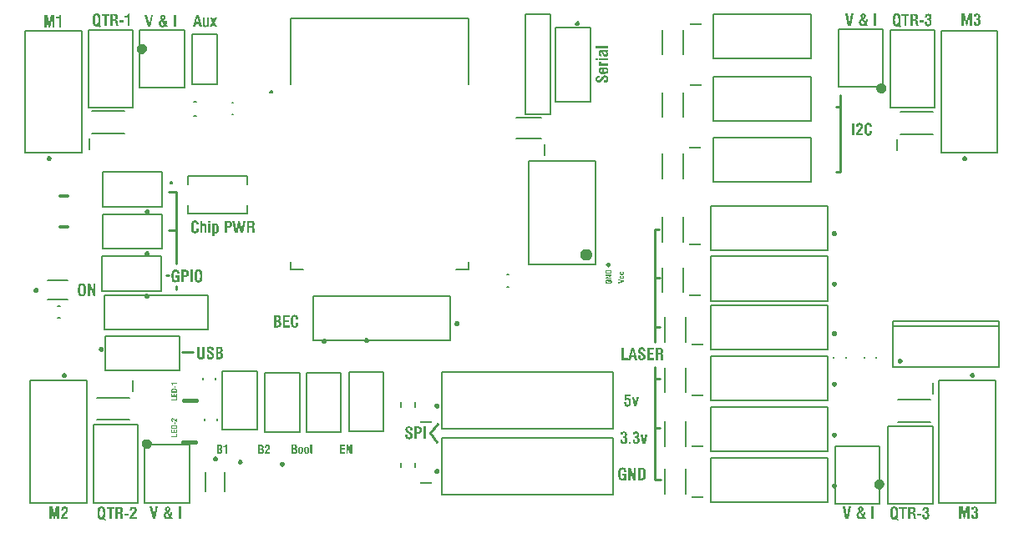
<source format=gto>
%FSTAX23Y23*%
%MOIN*%
%SFA1B1*%

%IPPOS*%
%ADD10C,0.009843*%
%ADD11C,0.007874*%
%ADD12C,0.019685*%
%ADD13C,0.023622*%
%ADD14C,0.005000*%
%ADD15C,0.011811*%
%ADD16C,0.015748*%
%ADD17C,0.010000*%
%ADD18R,0.047244X0.007874*%
%ADD19R,0.007874X0.047244*%
%LNpcb1-1*%
%LPD*%
G36*
X10261Y04427D02*
X10261D01*
X10262Y04427*
X10262Y04427*
X10263Y04427*
X10264Y04427*
X10265Y04426*
X10265Y04426*
X10266Y04426*
X10266Y04426*
X10266Y04426*
X10266Y04425*
X10266Y04425*
X10267Y04424*
X10267Y04423*
X10267Y04422*
X10267Y04421*
Y04421*
X10267Y04421*
X10267Y0442*
X10267Y0442*
X10267Y04419*
X10267Y04419*
X10266Y04418*
X10266Y04417*
X10266Y04417*
X10266Y04417*
X10265Y04416*
X10265*
X10265Y04416*
X10265Y04416*
X10265Y04416*
X10265Y04416*
X10264Y04416*
X10264Y04416*
X10263Y04416*
X10263Y04416*
X10262Y04416*
X10262Y04415*
X10261Y04415*
X1026Y04415*
X10259Y04415*
X10259Y04415*
X10258*
X10257*
X10257*
X10257*
X10257Y04415*
X10256*
X10256Y04415*
X10255Y04415*
X10254Y04415*
X10253Y04415*
X10252Y04416*
X10251Y04416*
X10251Y04416*
X1025Y04416*
X1025Y04416*
X1025*
X1025Y04417*
X10249Y04417*
X10249Y04417*
X10249Y04417*
X10249Y04417*
X10249Y04418*
X10249Y04418*
X10248Y04418*
X10248Y04419*
X10248Y04419*
X10248Y0442*
X10248Y0442*
X10248Y04421*
X10248Y04421*
Y04422*
X10248Y04422*
Y04422*
X10248Y04422*
X10248Y04423*
X10248Y04424*
X10248Y04425*
X10249Y04425*
X10249Y04426*
X10249Y04426*
X1025Y04426*
X1025Y04426*
X1025Y04427*
X10251Y04427*
X10252Y04427*
X10253Y04427*
X10254Y04427*
X10255*
Y04423*
X10254*
X10254*
X10254*
X10254*
X10254Y04423*
X10253*
X10252Y04423*
X10252Y04423*
X10252Y04423*
X10252*
X10252Y04423*
X10252Y04423*
X10251Y04422*
X10251Y04422*
X10251Y04422*
X10251Y04422*
X10251Y04421*
Y04421*
X10251Y04421*
X10251Y04421*
X10251Y04421*
X10251Y0442*
X10252Y0442*
X10252Y0442*
X10252*
X10252Y0442*
X10252Y0442*
X10252Y0442*
X10253Y0442*
X10253Y0442*
X10254Y0442*
X10254Y0442*
X10261*
X10261*
X10261*
X10261*
X10261Y0442*
X10262*
X10262Y0442*
X10263Y0442*
X10263Y0442*
X10263Y0442*
X10263Y0442*
X10263Y0442*
X10264Y0442*
X10264Y0442*
X10264Y04421*
X10264Y04421*
X10264Y04421*
Y04422*
X10264Y04422*
X10264Y04422*
X10264Y04422*
X10264Y04422*
X10263Y04423*
X10263Y04423*
X10263Y04423*
X10263Y04423*
X10263Y04423*
X10262Y04423*
X10262Y04423*
X10261Y04423*
X10261Y04423*
X1026*
X10259*
Y04427*
X10259*
X1026*
X1026*
X1026*
X1026*
X1026Y04427*
X1026*
X10261*
X10261*
X10261*
X10261*
X10261Y04427*
G37*
G36*
Y04412D02*
X10261D01*
X10262Y04412*
X10262Y04412*
X10263Y04412*
X10264Y04412*
X10265Y04411*
X10265Y04411*
X10266Y04411*
X10266Y04411*
X10266Y04411*
X10266Y0441*
X10266Y0441*
X10267Y04409*
X10267Y04408*
X10267Y04408*
X10267Y04406*
Y04406*
X10267Y04406*
X10267Y04406*
X10267Y04405*
X10267Y04405*
X10267Y04404*
X10266Y04403*
X10266Y04403*
X10266Y04402*
X10266Y04402*
X10265Y04402*
X10265*
X10265Y04402*
X10265Y04401*
X10265Y04401*
X10265Y04401*
X10264Y04401*
X10264Y04401*
X10263Y04401*
X10263Y04401*
X10262Y04401*
X10262Y04401*
X10261Y044*
X1026Y044*
X10259Y044*
X10259Y044*
X10258*
X10257*
X10257*
X10257*
X10257Y044*
X10256*
X10256Y044*
X10255Y044*
X10254Y044*
X10253Y04401*
X10252Y04401*
X10251Y04401*
X10251Y04401*
X1025Y04401*
X1025Y04402*
X1025*
X1025Y04402*
X10249Y04402*
X10249Y04402*
X10249Y04402*
X10249Y04402*
X10249Y04403*
X10249Y04403*
X10248Y04403*
X10248Y04404*
X10248Y04404*
X10248Y04405*
X10248Y04405*
X10248Y04406*
X10248Y04406*
Y04407*
X10248Y04407*
Y04407*
X10248Y04407*
X10248Y04408*
X10248Y04409*
X10248Y0441*
X10249Y0441*
X10249Y04411*
X10249Y04411*
X1025Y04411*
X1025Y04411*
X1025Y04412*
X10251Y04412*
X10252Y04412*
X10253Y04412*
X10254Y04412*
X10255*
Y04408*
X10254*
X10254*
X10254*
X10254*
X10254Y04408*
X10253*
X10252Y04408*
X10252Y04408*
X10252Y04408*
X10252*
X10252Y04408*
X10252Y04408*
X10251Y04408*
X10251Y04407*
X10251Y04407*
X10251Y04407*
X10251Y04406*
Y04406*
X10251Y04406*
X10251Y04406*
X10251Y04406*
X10251Y04405*
X10252Y04405*
X10252Y04405*
X10252*
X10252Y04405*
X10252Y04405*
X10252Y04405*
X10253Y04405*
X10253Y04405*
X10254Y04405*
X10254Y04405*
X10261*
X10261*
X10261*
X10261*
X10261Y04405*
X10262*
X10262Y04405*
X10263Y04405*
X10263Y04405*
X10263Y04405*
X10263Y04405*
X10263Y04405*
X10264Y04405*
X10264Y04406*
X10264Y04406*
X10264Y04406*
X10264Y04406*
Y04407*
X10264Y04407*
X10264Y04407*
X10264Y04407*
X10264Y04408*
X10263Y04408*
X10263Y04408*
X10263Y04408*
X10263Y04408*
X10263Y04408*
X10262Y04408*
X10262Y04408*
X10261Y04408*
X10261Y04408*
X1026*
X10259*
Y04412*
X10259*
X1026*
X1026*
X1026*
X1026*
X1026Y04412*
X1026*
X10261*
X10261*
X10261*
X10261*
X10261Y04412*
G37*
G36*
X10267Y04393D02*
Y04387D01*
X10242Y04381*
Y04386*
X10262Y0439*
X10242Y04393*
Y04398*
X10267Y04393*
G37*
G36*
X10206Y04435D02*
X10207D01*
X10208Y04435*
X10209Y04435*
X1021Y04435*
X1021Y04435*
X10211Y04435*
X10211Y04435*
X10211*
X10211*
X10211Y04435*
X10211Y04435*
X10212Y04435*
X10212Y04435*
X10213Y04434*
X10214Y04434*
X10214Y04434*
X10215Y04434*
X10215Y04434*
X10215Y04434*
X10215Y04433*
X10216Y04433*
X10216Y04433*
X10216Y04432*
X10217Y04432*
X10217Y04431*
X10217Y04431*
Y04431*
X10217Y04431*
X10217Y04431*
X10217Y04431*
X10217Y0443*
X10217Y0443*
X10217Y0443*
X10217Y04429*
X10217Y04429*
X10217Y04428*
X10217Y04428*
Y04427*
X10217Y04427*
Y0442*
X10193*
Y04428*
X10193Y04428*
Y04428*
X10193Y04429*
X10193Y0443*
X10193Y0443*
X10193Y04431*
Y04431*
X10193Y04431*
X10193Y04431*
X10194Y04431*
X10194Y04432*
X10194Y04432*
X10194Y04433*
X10194Y04433*
X10194Y04433*
X10195Y04433*
X10195Y04433*
X10195Y04434*
X10196Y04434*
X10196Y04434*
X10197Y04435*
X10198Y04435*
X10198*
X10198Y04435*
X10198*
X10198Y04435*
X10198Y04435*
X10198Y04435*
X10199Y04435*
X10199Y04435*
X10199Y04435*
X102Y04435*
X102Y04435*
X10201Y04435*
X10202Y04435*
X10202*
X10203Y04435*
X10204*
X10204*
X10204*
X10204*
X10204*
X10205*
X10205*
X10206Y04435*
G37*
G36*
X10217Y04411D02*
X102Y04404D01*
X10217Y04405*
Y044*
X10193*
Y04405*
X1021Y04411*
X10193Y04411*
Y04416*
X10217*
Y04411*
G37*
G36*
Y04393D02*
X10215Y04393D01*
X10215Y04393*
X10215Y04393*
X10215Y04392*
X10216Y04392*
X10216Y04392*
X10217Y04392*
X10217Y04391*
X10217Y04391*
X10217Y04391*
X10217Y04391*
X10218Y0439*
X10218Y0439*
X10218Y04389*
X10218Y04389*
X10218Y04388*
X10218Y04387*
Y04387*
X10218Y04387*
Y04387*
X10218Y04386*
X10218Y04386*
X10218Y04385*
X10217Y04385*
X10217Y04384*
X10217Y04384*
X10217Y04384*
X10216Y04383*
X10216Y04383*
X10216Y04382*
X10215Y04382*
X10215*
X10215Y04382*
X10215Y04382*
X10215Y04382*
X10214Y04382*
X10214Y04381*
X10213Y04381*
X10213Y04381*
X10212Y04381*
X10211Y04381*
X1021Y04381*
X10209Y04381*
X10208Y04381*
X10207Y0438*
X10206Y0438*
X10204*
X10204*
X10204*
X10204*
X10204*
X10203*
X10203Y0438*
X10203*
X10202*
X10201Y0438*
X102Y04381*
X10199Y04381*
X10198Y04381*
X10198*
X10198Y04381*
X10198*
X10198Y04381*
X10198Y04381*
X10197Y04381*
X10197Y04381*
X10196Y04381*
X10196Y04382*
X10195Y04382*
X10195Y04382*
X10195Y04382*
X10195Y04382*
X10194Y04383*
X10194Y04383*
X10194Y04383*
X10193Y04384*
X10193Y04384*
X10193Y04385*
X10193Y04385*
X10193Y04385*
X10193Y04386*
X10192Y04386*
X10192Y04387*
X10192Y04388*
X10192Y04388*
Y04389*
X10192Y04389*
Y04389*
X10192Y0439*
X10192Y0439*
X10192Y04391*
X10193Y04392*
X10193Y04393*
X10193Y04393*
X10193Y04393*
X10194Y04394*
X10194Y04394*
X10194Y04394*
X10194Y04394*
X10194Y04394*
X10194Y04395*
X10195Y04395*
X10195Y04395*
X10195Y04395*
X10196Y04395*
X10196Y04395*
X10196Y04396*
X10197Y04396*
X10197Y04396*
X10198Y04396*
X10199Y04396*
X10199Y04396*
X102Y04396*
X10201*
Y04392*
X102*
X102*
X102*
X102*
X102*
X102Y04392*
X10199Y04392*
X10198Y04392*
X10198Y04392*
X10197Y04391*
X10197Y04391*
X10197Y04391*
X10197Y04391*
X10197Y04391*
X10196Y0439*
X10196Y0439*
X10196Y0439*
X10196Y04389*
X10196Y04389*
Y04389*
X10196Y04388*
X10196Y04388*
X10196Y04388*
X10196Y04387*
X10196Y04387*
X10197Y04386*
X10197Y04386*
X10197Y04386*
X10198Y04386*
X10198Y04386*
X10198Y04386*
X10198Y04386*
X10199Y04386*
X10199Y04386*
X10199Y04385*
X102Y04385*
X10201Y04385*
X10201Y04385*
X10202Y04385*
X10203Y04385*
X10204Y04385*
X10206*
X10206*
X10206*
X10206*
X10206*
X10207Y04385*
X10207*
X10208Y04385*
X10208*
X1021Y04385*
X10211Y04385*
X10211Y04386*
X10212Y04386*
X10212Y04386*
X10213Y04386*
X10213Y04386*
X10213Y04386*
X10213Y04386*
X10213Y04386*
X10214Y04387*
X10214Y04387*
X10214Y04388*
X10214Y04388*
X10214Y04388*
Y04388*
X10214Y04389*
X10214Y04389*
X10214Y04389*
X10214Y0439*
X10214Y0439*
X10213Y04391*
X10213Y04391*
X10213Y04391*
X10213Y04391*
X10212Y04391*
X10212Y04391*
X10211Y04392*
X10211Y04392*
X1021Y04392*
X1021Y04392*
X10209Y04392*
X10209*
X10208*
Y04389*
X10204*
Y04396*
X10217*
Y04393*
G37*
G36*
X08157Y04331D02*
X08148D01*
X08135Y04366*
X08135Y04331*
X08127*
Y04381*
X08136*
X08149Y04346*
X08149Y04381*
X08157*
Y04331*
G37*
G36*
X08105Y04382D02*
X08106Y04382D01*
X08107Y04382*
X08108Y04381*
X0811Y04381*
X08111Y0438*
X08111Y0438*
X08111Y0438*
X08112Y0438*
X08113Y04379*
X08114Y04379*
X08114Y04378*
X08115Y04377*
X08116Y04376*
X08116Y04376*
X08116Y04375*
X08117Y04375*
X08117Y04374*
X08117Y04373*
X08118Y04372*
X08118Y0437*
X08118Y04369*
Y04368*
Y04368*
X08118Y04368*
X08119Y04368*
Y04367*
X08119Y04367*
X08119Y04366*
X08119Y04365*
X08119Y04364*
X08119Y04363*
X08119Y04362*
Y04361*
X08119Y0436*
X08119Y04359*
Y04357*
Y04356*
Y04356*
Y04356*
Y04355*
Y04355*
Y04354*
Y04353*
X08119Y04352*
Y04352*
X08119Y0435*
X08119Y04347*
X08119Y04345*
X08118Y04344*
Y04343*
Y04343*
X08118Y04343*
X08118Y04343*
X08118Y04342*
X08118Y04341*
X08117Y0434*
X08117Y04339*
X08117Y04337*
X08116Y04336*
X08116Y04336*
X08116Y04336*
X08115Y04335*
X08115Y04335*
X08114Y04334*
X08113Y04333*
X08112Y04332*
X08111Y04332*
X08111Y04332*
X0811Y04331*
X0811Y04331*
X08109Y04331*
X08108Y04331*
X08106Y0433*
X08105Y0433*
X08103Y0433*
X08102*
X08101Y0433*
X081Y0433*
X08099Y04331*
X08098Y04331*
X08096Y04331*
X08095Y04332*
X08095Y04332*
X08095Y04332*
X08094Y04332*
X08093Y04333*
X08093Y04333*
X08092Y04334*
X08091Y04335*
X0809Y04336*
X0809Y04337*
X0809Y04337*
X0809Y04337*
X08089Y04338*
X08089Y04339*
X08088Y0434*
X08088Y04342*
X08088Y04343*
Y04344*
Y04344*
X08088Y04344*
Y04344*
X08088Y04345*
X08088Y04345*
X08087Y04346*
Y04347*
X08087Y04348*
X08087Y04349*
X08087Y0435*
X08087Y04351*
Y04352*
X08087Y04353*
Y04355*
Y04356*
Y04356*
Y04356*
Y04357*
Y04357*
Y04358*
X08087Y04359*
Y0436*
Y04361*
X08087Y04363*
X08087Y04365*
X08088Y04367*
X08088Y04369*
Y04369*
X08088Y04369*
Y04369*
X08088Y04369*
X08088Y0437*
X08088Y04371*
X08089Y04372*
X08089Y04374*
X0809Y04375*
X0809Y04376*
Y04376*
X0809Y04376*
X0809Y04376*
X08091Y04377*
X08092Y04377*
X08092Y04378*
X08093Y04379*
X08094Y0438*
X08095Y0438*
X08095Y04381*
X08096Y04381*
X08096Y04381*
X08097Y04381*
X08098Y04381*
X081Y04382*
X08101Y04382*
X08103Y04382*
X08104*
X08105Y04382*
G37*
G36*
X11242Y05024D02*
X11243Y05023D01*
X11243Y05023*
X11245Y05023*
X11247Y05023*
X11249Y05022*
X1125Y05022*
X1125Y05021*
X11251Y0502*
X11252Y0502*
X11252Y0502*
X11252Y0502*
X11252Y05019*
X11252Y05019*
X11253Y05019*
X11253Y05018*
X11253Y05017*
X11254Y05017*
X11254Y05016*
X11254Y05015*
X11254Y05014*
X11255Y05013*
X11255Y05012*
X11255Y0501*
X11255Y05009*
X11255Y05007*
X11246*
Y05008*
Y05008*
Y05008*
Y05009*
X11246Y0501*
X11246Y05011*
X11246Y05012*
X11246Y05013*
X11246Y05013*
X11245Y05014*
X11245Y05014*
X11245Y05015*
X11245Y05015*
X11244Y05015*
X11244Y05016*
X11243Y05016*
X11242Y05016*
X11241Y05016*
X11241*
X11241Y05016*
X1124Y05016*
X11239Y05016*
X11239Y05016*
X11238Y05015*
X11237Y05014*
X11237Y05014*
X11237Y05013*
Y05013*
X11236Y05013*
X11236Y05013*
X11236Y05012*
X11236Y05011*
X11236Y05011*
X11236Y0501*
X11236Y05009*
X11236Y05008*
X11236Y05006*
X11236Y05005*
Y05003*
X11235Y05001*
Y04999*
Y04998*
Y04998*
Y04997*
Y04996*
Y04995*
X11236Y04994*
Y04993*
X11236Y04992*
X11236Y04989*
X11236Y04987*
X11236Y04986*
X11236Y04985*
X11236Y04984*
X11236Y04983*
X11237Y04982*
X11237Y04982*
X11237Y04982*
X11237Y04981*
X11238Y04981*
X11238Y0498*
X11239Y0498*
X1124Y0498*
X11241Y04979*
X11242*
X11242Y0498*
X11243Y0498*
X11243Y0498*
X11244Y0498*
X11245Y04981*
X11245Y04982*
X11245Y04982*
X11246Y04982*
X11246Y04983*
X11246Y04984*
X11246Y04985*
X11246Y04985*
X11246Y04986*
X11247Y04987*
Y04988*
X11247Y04989*
Y0499*
Y04991*
X11256*
Y04991*
Y0499*
Y0499*
Y0499*
Y0499*
Y04989*
Y04989*
Y04989*
Y04989*
Y04988*
Y04988*
X11255Y04987*
Y04987*
X11255Y04986*
X11255Y04985*
X11255Y04984*
X11255Y04982*
X11254Y0498*
X11253Y04978*
X11253Y04977*
X11252Y04976*
X11252Y04976*
X11252Y04976*
X11252Y04976*
X11251Y04975*
X11251Y04975*
X1125Y04975*
X1125Y04974*
X11249Y04974*
X11248Y04974*
X11248Y04973*
X11247Y04973*
X11246Y04973*
X11245Y04972*
X11244Y04972*
X11242Y04972*
X11241Y04972*
X1124*
X1124Y04972*
X11239Y04972*
X11238Y04972*
X11237Y04972*
X11236Y04973*
X11235Y04973*
X11235Y04973*
X11234Y04973*
X11234Y04973*
X11233Y04974*
X11233Y04974*
X11232Y04974*
X11231Y04975*
X11231Y04976*
X11231Y04976*
X1123Y04976*
X1123Y04977*
X11229Y04977*
X11229Y04978*
X11228Y0498*
X11228Y04981*
X11227Y04983*
Y04983*
X11227Y04983*
Y04983*
X11227Y04984*
X11227Y04984*
X11227Y04985*
X11227Y04985*
X11227Y04986*
X11226Y04987*
X11226Y04988*
X11226Y0499*
X11226Y04991*
X11226Y04993*
Y04994*
X11226Y04996*
Y04998*
Y04998*
Y04999*
Y04999*
Y05*
Y05*
Y05001*
X11226Y05002*
Y05003*
X11226Y05005*
X11226Y05007*
X11226Y05009*
X11227Y0501*
Y0501*
Y05011*
X11227Y05011*
X11227Y05011*
X11227Y05012*
X11227Y05013*
X11227Y05014*
X11228Y05015*
X11228Y05016*
X11229Y05017*
Y05017*
X11229Y05017*
X11229Y05018*
X11229Y05018*
X1123Y05019*
X11231Y0502*
X11231Y05021*
X11232Y05021*
X11233Y05022*
X11234Y05022*
X11234Y05022*
X11235Y05023*
X11235Y05023*
X11237Y05023*
X11238Y05023*
X11239Y05024*
X11241Y05024*
X11242*
X11242Y05024*
G37*
G36*
X11208Y05023D02*
X11208D01*
X11209Y05023*
X1121Y05022*
X11212Y05022*
X11214Y05021*
X11215Y0502*
X11216Y0502*
X11217Y05019*
X11217*
X11217Y05019*
X11217Y05019*
X11218Y05018*
X11218Y05017*
X11219Y05016*
X1122Y05014*
X1122Y05012*
X1122Y05011*
Y0501*
Y0501*
Y0501*
Y05009*
X1122Y05008*
X1122Y05008*
X1122Y05007*
X1122Y05005*
Y05005*
X11219Y05004*
X11219Y05004*
X11219Y05003*
X11219Y05003*
X11218Y05002*
X11218Y05*
X11218Y05*
X11217Y05*
X11217Y05*
X11217Y04999*
X11216Y04998*
X11215Y04997*
X11214Y04996*
X11213Y04995*
X11213Y04995*
X11213Y04995*
X11212Y04994*
X11212Y04994*
X11211Y04993*
X11211Y04992*
X1121Y04992*
X1121Y04992*
X1121Y04992*
X11209Y04991*
X11209Y04991*
X11208Y0499*
X11208Y04989*
X11207Y04988*
X11205Y04986*
X11204Y04984*
X11203Y04983*
X11203Y04982*
X11202Y04982*
X11202Y04981*
X1122*
Y04973*
X11193*
Y04973*
Y04973*
Y04974*
Y04974*
Y04974*
Y04974*
Y04974*
Y04975*
Y04975*
Y04975*
Y04975*
X11193Y04976*
Y04976*
X11193Y04977*
X11193Y04977*
X11193Y04978*
X11193Y0498*
X11194Y04982*
X11194Y04984*
X11195Y04986*
Y04986*
X11195Y04986*
X11195Y04986*
X11196Y04986*
X11196Y04987*
X11196Y04987*
X11197Y04989*
X11198Y0499*
X11199Y04992*
X112Y04994*
X11202Y04996*
X11202Y04996*
X11202Y04996*
X11203Y04996*
X11203Y04996*
X11203Y04997*
X11204Y04997*
X11205Y04998*
X11205Y04998*
X11205Y04999*
X11206Y04999*
X11206Y05*
X11208Y05001*
X11209Y05002*
X11209Y05003*
X11209Y05003*
X11209Y05003*
X11209Y05003*
X1121Y05004*
X1121Y05004*
X1121Y05005*
X1121Y05006*
Y05006*
X1121Y05006*
X11211Y05007*
X11211Y05007*
X11211Y05008*
X11211Y05008*
X11211Y0501*
Y0501*
Y0501*
X11211Y05011*
X11211Y05011*
X11211Y05012*
X1121Y05013*
X1121Y05014*
X1121Y05014*
X1121Y05014*
X1121Y05015*
X11209Y05015*
X11209Y05015*
X11208Y05015*
X11208Y05016*
X11207Y05016*
X11206Y05016*
X11206*
X11205Y05016*
X11205Y05016*
X11204Y05015*
X11204Y05015*
X11203Y05015*
X11203Y05014*
X11203Y05014*
X11203Y05014*
X11202Y05013*
X11202Y05012*
X11202Y05012*
X11202Y05011*
X11202Y05009*
X11202Y05008*
Y05008*
Y05008*
Y05007*
Y05007*
Y05007*
Y05007*
Y05006*
X11193*
Y05006*
Y05006*
Y05007*
X11193Y05007*
Y05007*
Y05007*
Y05008*
Y05008*
Y05008*
Y05008*
Y05009*
X11193Y05009*
Y0501*
X11193Y0501*
X11193Y05012*
X11194Y05014*
X11194Y05016*
X11195Y05018*
X11196Y05018*
X11196Y05019*
X11196Y05019*
X11196Y05019*
X11197Y05019*
X11197Y0502*
X11197Y0502*
X11198Y0502*
X11198Y05021*
X11199Y05021*
X11199Y05021*
X112Y05022*
X11201Y05022*
X11202Y05022*
X11203Y05022*
X11204Y05023*
X11205Y05023*
X11207*
X11208Y05023*
G37*
G36*
X11186Y04973D02*
X11177D01*
Y05022*
X11186*
Y04973*
G37*
G36*
X09181Y037D02*
X09174D01*
X09164Y03726*
X09164Y037*
X09158*
Y03737*
X09165*
X09174Y03711*
X09174Y03737*
X09181*
Y037*
G37*
G36*
X09152Y03731D02*
X0914D01*
Y03723*
X09152*
Y03717*
X0914*
Y03707*
X09153*
Y037*
X09133*
Y03737*
X09152*
Y03731*
G37*
G36*
X08952Y03738D02*
X08953D01*
X08953Y03738*
X08954Y03738*
X08955Y03737*
X08957Y03737*
X08958Y03737*
X08958Y03736*
X08959Y03736*
X08959Y03736*
X08959Y03735*
X08959Y03735*
X0896Y03734*
X0896Y03733*
X08961Y03732*
X08961Y03731*
X08961Y03729*
Y03729*
Y03729*
Y03729*
Y03728*
X08961Y03728*
X08961Y03727*
X08961Y03726*
X0896Y03725*
X0896Y03724*
X0896Y03723*
X0896Y03723*
X0896Y03723*
X08959Y03723*
X08959Y03722*
X08958Y03722*
X08958Y03721*
X08957Y03721*
X08956Y03721*
X08956*
X08957Y03721*
X08957Y03721*
X08958Y0372*
X08958Y0372*
X08959Y0372*
X0896Y03719*
X0896Y03718*
X0896Y03718*
X08961Y03718*
X08961Y03717*
X08961Y03717*
X08961Y03716*
X08962Y03715*
X08962Y03714*
X08962Y03712*
Y03712*
Y03712*
Y03712*
X08962Y03711*
Y03711*
X08962Y0371*
X08962Y0371*
X08962Y03709*
X08961Y03708*
X08961Y03706*
X0896Y03705*
X0896Y03704*
X08959Y03704*
X08959Y03704*
X08959Y03704*
X08959Y03703*
X08959Y03703*
X08958Y03703*
X08958Y03703*
X08957Y03702*
X08957Y03702*
X08956Y03702*
X08956Y03702*
X08955Y03701*
X08954Y03701*
X08954Y03701*
X08953Y03701*
X08952Y03701*
X0894*
Y03738*
X08952*
X08952Y03738*
G37*
G36*
X09021Y03729D02*
X09023D01*
Y03724*
X09021*
Y03711*
Y03709*
Y03709*
Y03709*
Y03709*
X09021Y03708*
X09021Y03708*
X09021Y03707*
X09021Y03707*
X09021Y03707*
X09021Y03706*
X09021Y03706*
X09022Y03706*
X09022Y03706*
X09022Y03706*
X09023*
Y03701*
X09023*
X09023Y03701*
X09023*
X09022Y03701*
X09021Y03701*
X09021*
X0902Y03701*
X09019*
X09019Y03701*
X09018Y03701*
X09017Y03701*
X09017Y03701*
X09016Y03702*
X09015Y03702*
X09015Y03702*
X09015Y03702*
X09015Y03703*
X09015Y03703*
X09015Y03704*
X09014Y03705*
X09014Y03705*
X09014Y03706*
X09014Y03707*
Y03707*
Y03724*
X09012*
Y03729*
X09014*
Y03736*
X09021*
Y03729*
G37*
G36*
X09Y03729D02*
X09001Y03729D01*
X09001Y03729*
X09002Y03729*
X09004Y03729*
X09005Y03728*
X09005Y03728*
X09006Y03727*
X09006Y03727*
X09007Y03726*
Y03726*
X09007Y03726*
X09007Y03726*
X09007Y03726*
X09007Y03725*
X09008Y03725*
X09008Y03724*
X09008Y03724*
X09008Y03723*
X09008Y03722*
X09009Y03721*
X09009Y0372*
X09009Y03719*
X09009Y03718*
X09009Y03716*
Y03715*
Y03715*
Y03715*
Y03714*
X09009Y03713*
Y03713*
X09009Y03712*
X09009Y03711*
X09009Y0371*
X09009Y03708*
X09008Y03706*
X09008Y03706*
X09008Y03705*
X09007Y03704*
X09007Y03703*
Y03703*
X09007Y03703*
X09007Y03703*
X09007Y03703*
X09006Y03703*
X09006Y03702*
X09006Y03702*
X09005Y03702*
X09005Y03702*
X09004Y03701*
X09003Y03701*
X09003Y03701*
X09002Y03701*
X09001Y037*
X09Y037*
X08999Y037*
X08999*
X08998Y037*
X08998Y037*
X08997Y037*
X08996Y03701*
X08995Y03701*
X08994Y03702*
X08993Y03702*
X08993Y03702*
X08992Y03703*
X08992Y03703*
Y03703*
X08992Y03704*
X08991Y03704*
X08991Y03704*
X08991Y03704*
X08991Y03705*
X08991Y03705*
X08991Y03706*
X0899Y03707*
X0899Y03708*
X0899Y03708*
X0899Y0371*
X0899Y03711*
X0899Y03712*
X0899Y03713*
Y03715*
Y03715*
Y03715*
Y03716*
X0899Y03716*
Y03717*
X0899Y03718*
X0899Y03719*
X0899Y03719*
X0899Y03721*
X0899Y03723*
X08991Y03724*
X08991Y03725*
X08991Y03726*
X08992Y03726*
Y03726*
X08992Y03726*
X08992Y03727*
X08992Y03727*
X08993Y03727*
X08993Y03728*
X08993Y03728*
X08994Y03728*
X08994Y03729*
X08995Y03729*
X08996Y03729*
X08997Y03729*
X08997Y03729*
X08998Y03729*
X08999Y0373*
X09*
X09Y03729*
G37*
G36*
X08977D02*
X08977Y03729D01*
X08978Y03729*
X08979Y03729*
X0898Y03729*
X08981Y03728*
X08982Y03728*
X08982Y03727*
X08983Y03727*
X08983Y03726*
Y03726*
X08984Y03726*
X08984Y03726*
X08984Y03726*
X08984Y03725*
X08984Y03725*
X08984Y03724*
X08985Y03724*
X08985Y03723*
X08985Y03722*
X08985Y03721*
X08985Y0372*
X08985Y03719*
X08985Y03718*
X08986Y03716*
Y03715*
Y03715*
Y03715*
Y03714*
X08986Y03713*
Y03713*
X08985Y03712*
X08985Y03711*
X08985Y0371*
X08985Y03708*
X08985Y03706*
X08984Y03706*
X08984Y03705*
X08984Y03704*
X08983Y03703*
Y03703*
X08983Y03703*
X08983Y03703*
X08983Y03703*
X08983Y03703*
X08982Y03702*
X08982Y03702*
X08982Y03702*
X08981Y03702*
X08981Y03701*
X0898Y03701*
X08979Y03701*
X08979Y03701*
X08978Y037*
X08977Y037*
X08976Y037*
X08975*
X08975Y037*
X08974Y037*
X08974Y037*
X08973Y03701*
X08971Y03701*
X0897Y03702*
X0897Y03702*
X08969Y03702*
X08969Y03703*
X08968Y03703*
Y03703*
X08968Y03704*
X08968Y03704*
X08968Y03704*
X08968Y03704*
X08967Y03705*
X08967Y03705*
X08967Y03706*
X08967Y03707*
X08967Y03708*
X08967Y03708*
X08966Y0371*
X08966Y03711*
X08966Y03712*
X08966Y03713*
Y03715*
Y03715*
Y03715*
Y03716*
X08966Y03716*
Y03717*
X08966Y03718*
X08966Y03719*
X08966Y03719*
X08967Y03721*
X08967Y03723*
X08967Y03724*
X08967Y03725*
X08968Y03726*
X08968Y03726*
Y03726*
X08968Y03726*
X08969Y03727*
X08969Y03727*
X08969Y03727*
X08969Y03728*
X0897Y03728*
X0897Y03728*
X08971Y03729*
X08972Y03729*
X08972Y03729*
X08973Y03729*
X08974Y03729*
X08975Y03729*
X08976Y0373*
X08976*
X08977Y03729*
G37*
G36*
X08844Y03737D02*
X08844D01*
X08845Y03737*
X08846Y03737*
X08847Y03737*
X08848Y03736*
X0885Y03736*
X0885Y03735*
X08851Y03735*
X08851*
X08851Y03735*
X08851Y03735*
X08852Y03734*
X08852Y03733*
X08853Y03732*
X08853Y03731*
X08853Y0373*
X08853Y03729*
Y03728*
Y03728*
Y03728*
Y03727*
X08853Y03727*
X08853Y03726*
X08853Y03725*
X08853Y03724*
Y03724*
X08853Y03724*
X08853Y03723*
X08853Y03723*
X08852Y03722*
X08852Y03722*
X08851Y03721*
X08851Y03721*
X08851Y0372*
X08851Y0372*
X08851Y0372*
X0885Y03719*
X0885Y03718*
X08849Y03718*
X08848Y03717*
X08848Y03717*
X08848Y03716*
X08847Y03716*
X08847Y03716*
X08846Y03715*
X08846Y03715*
X08846Y03714*
X08846Y03714*
X08846Y03714*
X08845Y03714*
X08845Y03713*
X08845Y03713*
X08844Y03713*
X08843Y03711*
X08842Y0371*
X08841Y03709*
X08841Y03708*
X0884Y03707*
X0884Y03707*
X0884Y03706*
X08853*
Y037*
X08833*
Y037*
Y037*
Y03701*
Y03701*
Y03701*
Y03701*
Y03701*
Y03701*
Y03701*
Y03702*
Y03702*
X08833Y03702*
Y03703*
X08833Y03703*
X08833Y03704*
X08833Y03704*
X08833Y03705*
X08834Y03707*
X08834Y03708*
X08835Y0371*
Y0371*
X08835Y0371*
X08835Y0371*
X08835Y0371*
X08835Y03711*
X08835Y03711*
X08836Y03712*
X08837Y03713*
X08838Y03714*
X08839Y03716*
X0884Y03717*
X0884Y03717*
X0884Y03717*
X0884Y03718*
X0884Y03718*
X08841Y03718*
X08841Y03718*
X08842Y03719*
X08842Y03719*
X08842Y03719*
X08843Y0372*
X08843Y0372*
X08844Y03721*
X08845Y03722*
X08845Y03723*
X08845Y03723*
X08845Y03723*
X08845Y03723*
X08845Y03723*
X08846Y03724*
X08846Y03724*
X08846Y03725*
Y03725*
X08846Y03725*
X08846Y03725*
X08846Y03726*
X08846Y03726*
X08846Y03727*
X08846Y03728*
Y03728*
Y03728*
X08846Y03729*
X08846Y03729*
X08846Y0373*
X08846Y0373*
X08846Y03731*
X08846Y03731*
X08845Y03731*
X08845Y03731*
X08845Y03732*
X08845Y03732*
X08845Y03732*
X08844Y03732*
X08844Y03732*
X08843Y03732*
X08843*
X08842Y03732*
X08842Y03732*
X08841Y03732*
X08841Y03732*
X08841Y03731*
X0884Y03731*
X0884Y03731*
X0884Y03731*
X0884Y0373*
X0884Y0373*
X0884Y03729*
X0884Y03728*
X08839Y03728*
X08839Y03726*
Y03726*
Y03726*
Y03726*
Y03726*
Y03726*
Y03725*
Y03725*
X08833*
Y03725*
Y03725*
Y03725*
X08833Y03726*
Y03726*
Y03726*
Y03726*
Y03726*
Y03726*
Y03727*
Y03727*
X08833Y03727*
Y03728*
X08833Y03728*
X08833Y0373*
X08834Y03731*
X08834Y03732*
X08835Y03734*
X08835Y03734*
X08835Y03735*
X08835Y03735*
X08836Y03735*
X08836Y03735*
X08836Y03735*
X08836Y03735*
X08836Y03736*
X08837Y03736*
X08837Y03736*
X08838Y03736*
X08838Y03737*
X08839Y03737*
X0884Y03737*
X0884Y03737*
X08841Y03737*
X08842Y03737*
X08844*
X08844Y03737*
G37*
G36*
X08819Y03737D02*
X08819D01*
X0882Y03737*
X08821Y03737*
X08822Y03737*
X08823Y03736*
X08824Y03736*
X08825Y03735*
X08825Y03735*
X08825Y03735*
X08826Y03735*
X08826Y03734*
X08826Y03733*
X08827Y03732*
X08827Y03731*
X08828Y0373*
X08828Y03728*
Y03728*
Y03728*
Y03728*
Y03728*
X08828Y03727*
X08828Y03726*
X08827Y03725*
X08827Y03724*
X08827Y03723*
X08826Y03723*
X08826Y03722*
X08826Y03722*
X08826Y03722*
X08826Y03721*
X08825Y03721*
X08825Y03721*
X08824Y0372*
X08823Y0372*
X08823*
X08823Y0372*
X08824Y0372*
X08825Y0372*
X08825Y03719*
X08826Y03719*
X08826Y03718*
X08827Y03718*
X08827Y03717*
X08827Y03717*
X08828Y03717*
X08828Y03716*
X08828Y03715*
X08828Y03714*
X08828Y03713*
X08829Y03712*
Y03712*
Y03711*
Y03711*
X08828Y03711*
Y0371*
X08828Y0371*
X08828Y03709*
X08828Y03708*
X08828Y03707*
X08828Y03706*
X08827Y03704*
X08827Y03704*
X08826Y03703*
X08826Y03703*
X08826Y03703*
X08826Y03703*
X08825Y03702*
X08825Y03702*
X08825Y03702*
X08824Y03702*
X08824Y03701*
X08823Y03701*
X08822Y03701*
X08822Y03701*
X08821Y03701*
X0882Y037*
X08819Y037*
X08818Y037*
X08807*
Y03737*
X08819*
X08819Y03737*
G37*
G36*
X08682Y037D02*
X08675D01*
Y03726*
X08667*
Y03731*
X08667*
X08668Y03731*
X08668*
X08669Y03731*
X0867Y03731*
X08671Y03731*
X08672Y03732*
X08673Y03732*
X08674Y03733*
X08674*
X08674Y03733*
X08674Y03733*
X08675Y03733*
X08675Y03734*
X08676Y03735*
X08676Y03735*
X08677Y03736*
X08677Y03737*
X08682*
Y037*
G37*
G36*
X08653Y03737D02*
X08654D01*
X08654Y03737*
X08655Y03737*
X08656Y03737*
X08657Y03736*
X08658Y03736*
X08659Y03735*
X08659Y03735*
X08659Y03735*
X0866Y03735*
X0866Y03734*
X08661Y03733*
X08661Y03732*
X08661Y03731*
X08662Y0373*
X08662Y03728*
Y03728*
Y03728*
Y03728*
Y03728*
X08662Y03727*
X08662Y03726*
X08661Y03725*
X08661Y03724*
X08661Y03723*
X08661Y03723*
X08661Y03722*
X0866Y03722*
X0866Y03722*
X0866Y03721*
X08659Y03721*
X08659Y03721*
X08658Y0372*
X08657Y0372*
X08657*
X08658Y0372*
X08658Y0372*
X08659Y0372*
X08659Y03719*
X0866Y03719*
X08661Y03718*
X08661Y03718*
X08661Y03717*
X08661Y03717*
X08662Y03717*
X08662Y03716*
X08662Y03715*
X08662Y03714*
X08663Y03713*
X08663Y03712*
Y03712*
Y03711*
Y03711*
X08663Y03711*
Y0371*
X08663Y0371*
X08662Y03709*
X08662Y03708*
X08662Y03707*
X08662Y03706*
X08661Y03704*
X08661Y03704*
X0866Y03703*
X0866Y03703*
X0866Y03703*
X0866Y03703*
X08659Y03702*
X08659Y03702*
X08659Y03702*
X08658Y03702*
X08658Y03701*
X08657Y03701*
X08657Y03701*
X08656Y03701*
X08655Y03701*
X08654Y037*
X08653Y037*
X08652Y037*
X08641*
Y03737*
X08653*
X08653Y03737*
G37*
G36*
X08466Y03843D02*
X08467Y03843D01*
X08467Y03843*
X08468Y03842*
X08468*
X08468Y03842*
X08468Y03842*
X08469Y03842*
X08469Y03842*
X08469Y03842*
X0847Y03841*
X0847Y03841*
X0847Y03841*
X08471Y03841*
X08471Y03841*
X08471Y03841*
X08472Y0384*
X08472Y0384*
X08473Y03839*
X08473Y03839*
X08473Y03839*
X08473Y03839*
X08473Y03839*
X08474Y03838*
X08474Y03838*
X08474Y03838*
X08474Y03838*
X08474Y03838*
X08475Y03837*
X08475Y03837*
X08475Y03837*
X08476Y03837*
X08476Y03836*
X08477Y03835*
X08478Y03835*
X08479Y03834*
X08479Y03834*
X08479Y03834*
X0848Y03834*
Y03842*
X08484*
Y03829*
X08484*
X08484*
X08484*
X08483*
X08483*
X08483*
X08483*
X08483*
X08483*
X08483*
X08483*
X08482Y03829*
X08482*
X08482Y03829*
X08482Y03829*
X08481Y03829*
X0848Y03829*
X08479Y0383*
X08479Y0383*
X08478Y0383*
X08477*
X08477Y0383*
X08477Y0383*
X08477Y0383*
X08477Y03831*
X08477Y03831*
X08476Y03831*
X08475Y03832*
X08474Y03832*
X08473Y03833*
X08472Y03834*
X08472Y03834*
X08472Y03834*
X08472Y03834*
X08472Y03834*
X08472Y03834*
X08472Y03835*
X08471Y03835*
X08471Y03835*
X08471Y03835*
X08471Y03836*
X0847Y03836*
X0847Y03837*
X08469Y03837*
X08469Y03837*
X08469Y03837*
X08469Y03837*
X08469Y03837*
X08468Y03837*
X08468Y03838*
X08468Y03838*
X08467Y03838*
X08467*
X08467Y03838*
X08467Y03838*
X08467Y03838*
X08467Y03838*
X08466Y03838*
X08465Y03838*
X08465*
X08465*
X08465Y03838*
X08465Y03838*
X08464Y03838*
X08464Y03838*
X08463Y03838*
X08463Y03838*
X08463Y03838*
X08463Y03837*
X08463Y03837*
X08463Y03837*
X08463Y03837*
X08462Y03837*
X08462Y03836*
X08462Y03836*
Y03836*
X08462Y03835*
X08462Y03835*
X08463Y03835*
X08463Y03835*
X08463Y03834*
X08463Y03834*
X08463Y03834*
X08464Y03834*
X08464Y03834*
X08464Y03834*
X08464Y03834*
X08465Y03834*
X08466Y03834*
X08466Y03834*
X08466*
X08467*
X08467*
X08467*
X08467*
X08467*
X08467*
Y03829*
X08467*
X08467*
X08467*
X08467Y03829*
X08467*
X08467*
X08467*
X08466*
X08466*
X08466*
X08466*
X08466Y03829*
X08465*
X08465Y03829*
X08464Y03829*
X08463Y0383*
X08462Y0383*
X08461Y0383*
X08461Y03831*
X08461Y03831*
X08461Y03831*
X08461Y03831*
X08461Y03831*
X0846Y03831*
X0846Y03831*
X0846Y03832*
X0846Y03832*
X0846Y03832*
X0846Y03832*
X0846Y03833*
X08459Y03833*
X08459Y03834*
X08459Y03834*
X08459Y03835*
X08459Y03835*
Y03836*
X08459Y03837*
Y03837*
X08459Y03837*
X08459Y03838*
X08459Y03839*
X0846Y0384*
X0846Y0384*
X0846Y03841*
X08461Y03841*
Y03841*
X08461Y03841*
X08461Y03841*
X08461Y03842*
X08462Y03842*
X08462Y03842*
X08463Y03843*
X08464Y03843*
X08465Y03843*
X08465*
X08465*
X08465*
X08466*
X08466Y03843*
G37*
G36*
X08476Y03818D02*
X08473D01*
Y03826*
X08476*
Y03818*
G37*
G36*
X08472Y03815D02*
X08473D01*
X08474Y03815*
X08475Y03815*
X08476Y03815*
X08476Y03815*
X08477Y03815*
X08477Y03815*
X08477*
X08477*
X08478Y03815*
X08478Y03815*
X08478Y03815*
X08479Y03815*
X08479Y03815*
X0848Y03814*
X0848Y03814*
X08481Y03814*
X08481Y03814*
X08481Y03814*
X08482Y03813*
X08482Y03813*
X08482Y03813*
X08483Y03812*
X08483Y03812*
X08483Y03811*
X08483Y03811*
Y03811*
X08483Y03811*
X08483Y03811*
X08483Y03811*
X08483Y0381*
X08483Y0381*
X08484Y0381*
X08484Y03809*
X08484Y03809*
X08484Y03808*
X08484Y03808*
Y03807*
X08484Y03807*
Y038*
X08459*
Y03808*
X08459Y03808*
Y03808*
X08459Y03809*
X08459Y0381*
X08459Y0381*
X0846Y03811*
Y03811*
X0846Y03811*
X0846Y03811*
X0846Y03812*
X0846Y03812*
X0846Y03812*
X0846Y03813*
X08461Y03813*
X08461Y03813*
X08461Y03813*
X08461Y03813*
X08462Y03814*
X08462Y03814*
X08463Y03814*
X08463Y03815*
X08464Y03815*
X08464*
X08464Y03815*
X08464*
X08464Y03815*
X08465Y03815*
X08465Y03815*
X08465Y03815*
X08465Y03815*
X08466Y03815*
X08466Y03815*
X08467Y03815*
X08467Y03815*
X08468Y03815*
X08469*
X08469Y03815*
X0847*
X0847*
X0847*
X0847*
X08471*
X08471*
X08472*
X08472Y03815*
G37*
G36*
X08484Y03784D02*
X08459D01*
Y03796*
X08463*
Y03788*
X08469*
Y03796*
X08473*
Y03788*
X0848*
Y03796*
X08484*
Y03784*
G37*
G36*
Y03768D02*
X08459D01*
Y03772*
X0848*
Y0378*
X08484*
Y03768*
G37*
G36*
Y0398D02*
X08466D01*
Y03974*
X08463*
Y03975*
X08463Y03975*
Y03975*
X08463Y03976*
X08463Y03976*
X08463Y03977*
X08463Y03978*
X08463Y03978*
X08462Y03979*
Y03979*
X08462Y03979*
X08462Y03979*
X08462Y0398*
X08461Y0398*
X08461Y0398*
X0846Y03981*
X0846Y03981*
X08459Y03981*
Y03984*
X08484*
Y0398*
G37*
G36*
X08476Y03964D02*
X08473D01*
Y03972*
X08476*
Y03964*
G37*
G36*
X08472Y03961D02*
X08473D01*
X08474Y03961*
X08475Y03961*
X08476Y0396*
X08476Y0396*
X08477Y0396*
X08477Y0396*
X08477*
X08477*
X08478Y0396*
X08478Y0396*
X08478Y0396*
X08479Y0396*
X08479Y0396*
X0848Y0396*
X0848Y03959*
X08481Y03959*
X08481Y03959*
X08481Y03959*
X08482Y03959*
X08482Y03958*
X08482Y03958*
X08483Y03958*
X08483Y03957*
X08483Y03957*
X08483Y03957*
Y03956*
X08483Y03956*
X08483Y03956*
X08483Y03956*
X08483Y03956*
X08483Y03955*
X08484Y03955*
X08484Y03955*
X08484Y03954*
X08484Y03954*
X08484Y03953*
Y03953*
X08484Y03952*
Y03945*
X08459*
Y03953*
X08459Y03953*
Y03954*
X08459Y03954*
X08459Y03955*
X08459Y03956*
X0846Y03956*
Y03956*
X0846Y03956*
X0846Y03957*
X0846Y03957*
X0846Y03957*
X0846Y03958*
X0846Y03958*
X08461Y03958*
X08461Y03958*
X08461Y03959*
X08461Y03959*
X08462Y03959*
X08462Y03959*
X08463Y0396*
X08463Y0396*
X08464Y0396*
X08464*
X08464Y0396*
X08464*
X08464Y0396*
X08465Y0396*
X08465Y0396*
X08465Y0396*
X08465Y0396*
X08466Y0396*
X08466Y03961*
X08467Y03961*
X08467Y03961*
X08468Y03961*
X08469*
X08469Y03961*
X0847*
X0847*
X0847*
X0847*
X08471*
X08471*
X08472*
X08472Y03961*
G37*
G36*
X08484Y03929D02*
X08459D01*
Y03942*
X08463*
Y03933*
X08469*
Y03941*
X08473*
Y03933*
X0848*
Y03942*
X08484*
Y03929*
G37*
G36*
Y03913D02*
X08459D01*
Y03917*
X0848*
Y03926*
X08484*
Y03913*
G37*
G36*
X08397Y03441D02*
X08385D01*
X08374Y0349*
X08383*
X08391Y03451*
X08397Y0349*
X08407*
X08397Y03441*
G37*
G36*
X08498D02*
X08489D01*
Y0349*
X08498*
Y03441*
G37*
G36*
X08447Y0349D02*
X08448Y0349D01*
X08449Y0349*
X0845Y03489*
X08452Y03489*
X08453Y03488*
X08453Y03488*
X08453Y03487*
X08454Y03487*
X08454Y03486*
X08455Y03485*
X08455Y03484*
X08455Y03482*
X08456Y03481*
Y03481*
Y03481*
Y0348*
X08455Y03479*
X08455Y03478*
X08455Y03477*
X08455Y03476*
X08454Y03475*
X08454Y03474*
X08454Y03474*
X08453Y03473*
X08453Y03473*
X08452Y03472*
X08452Y03471*
X08451Y0347*
X0845Y03469*
X08448Y03468*
X08454Y03458*
Y03458*
X08454Y03459*
X08455Y03459*
X08455Y03459*
X08455Y0346*
X08455Y0346*
X08455Y03462*
Y03462*
X08455Y03462*
Y03463*
X08455Y03463*
X08456Y03464*
Y03464*
X08456Y03466*
Y03467*
X08463*
Y03467*
Y03467*
Y03466*
Y03466*
X08463Y03466*
Y03465*
X08463Y03464*
X08463Y03462*
X08463Y03461*
X08462Y03459*
X08462Y03458*
Y03458*
X08462Y03458*
Y03457*
X08462Y03457*
X08462Y03456*
X08461Y03455*
X08461Y03454*
X0846Y03453*
X0846Y03452*
X08459Y03451*
X08465Y03441*
X08455*
X08453Y03444*
X08453Y03444*
X08453Y03444*
X08453Y03443*
X08452Y03443*
X08451Y03442*
X08451Y03442*
X0845Y03441*
X08449Y03441*
X08449*
X08448Y03441*
X08448Y03441*
X08447Y03441*
X08446Y0344*
X08445Y0344*
X08444Y0344*
X08443Y0344*
X08442*
X08442Y0344*
X08441Y0344*
X0844Y0344*
X08439Y03441*
X08437Y03441*
X08436Y03442*
X08435Y03442*
X08434Y03443*
X08433Y03443*
X08432Y03444*
X08432Y03444*
X08432Y03444*
X08432Y03444*
X08432Y03445*
X08432Y03445*
X08431Y03446*
X08431Y03446*
X08431Y03447*
X0843Y03448*
X0843Y03448*
X08429Y0345*
X08429Y03452*
X08429Y03454*
X08429Y03455*
Y03455*
Y03455*
Y03455*
Y03456*
X08429Y03456*
X08429Y03457*
X08429Y03459*
X0843Y0346*
X0843Y03461*
X08431Y03463*
Y03463*
X08431Y03463*
X08431Y03463*
X08432Y03464*
X08433Y03465*
X08433Y03466*
X08435Y03467*
X08436Y03468*
X08438Y0347*
Y0347*
X08438Y0347*
X08438Y0347*
X08437Y03471*
X08437Y03472*
X08436Y03473*
X08436Y03474*
X08435Y03475*
X08435Y03476*
Y03476*
X08435Y03476*
X08435Y03476*
X08435Y03477*
X08435Y03478*
X08434Y03479*
X08434Y03479*
X08434Y0348*
Y0348*
Y0348*
Y03481*
X08434Y03481*
X08434Y03482*
X08435Y03483*
X08435Y03484*
X08435Y03485*
X08436Y03486*
X08437Y03487*
X08437Y03488*
X08438Y03488*
X08438Y03488*
X08439Y03489*
X0844Y03489*
X08442Y0349*
X08443Y0349*
X08445Y0349*
X08446*
X08447Y0349*
G37*
G36*
X08288Y03454D02*
X08272D01*
Y03462*
X08288*
Y03454*
G37*
G36*
X08309Y03489D02*
X08309D01*
X0831Y03489*
X08311Y03489*
X08313Y03489*
X08315Y03488*
X08316Y03487*
X08317Y03487*
X08318Y03486*
X08318*
X08318Y03486*
X08318Y03485*
X08319Y03485*
X08319Y03484*
X0832Y03482*
X08321Y03481*
X08321Y03479*
X08321Y03478*
Y03477*
Y03477*
Y03476*
Y03476*
X08321Y03475*
X08321Y03474*
X08321Y03473*
X08321Y03471*
Y03471*
X0832Y03471*
X0832Y03471*
X0832Y0347*
X0832Y03469*
X08319Y03468*
X08319Y03467*
X08319Y03467*
X08318Y03467*
X08318Y03466*
X08318Y03466*
X08317Y03465*
X08316Y03464*
X08315Y03463*
X08314Y03461*
X08314Y03461*
X08314Y03461*
X08313Y03461*
X08313Y0346*
X08312Y0346*
X08312Y03459*
X08311Y03459*
X08311Y03459*
X08311Y03458*
X0831Y03458*
X0831Y03457*
X08309Y03457*
X08309Y03456*
X08308Y03454*
X08306Y03452*
X08305Y03451*
X08304Y0345*
X08304Y03449*
X08303Y03448*
X08303Y03448*
X08321*
Y0344*
X08294*
Y0344*
Y0344*
Y0344*
Y0344*
Y03441*
Y03441*
Y03441*
Y03441*
Y03441*
Y03441*
Y03442*
X08294Y03442*
Y03443*
X08294Y03443*
X08294Y03444*
X08294Y03445*
X08294Y03446*
X08295Y03448*
X08295Y0345*
X08296Y03452*
Y03452*
X08296Y03452*
X08296Y03453*
X08297Y03453*
X08297Y03454*
X08297Y03454*
X08298Y03455*
X08299Y03457*
X083Y03459*
X08301Y0346*
X08303Y03462*
X08303Y03462*
X08303Y03462*
X08304Y03463*
X08304Y03463*
X08304Y03463*
X08305Y03464*
X08306Y03465*
X08306Y03465*
X08306Y03465*
X08307Y03466*
X08307Y03466*
X08309Y03468*
X0831Y03469*
X0831Y03469*
X0831Y03469*
X0831Y0347*
X0831Y0347*
X08311Y0347*
X08311Y03471*
X08311Y03471*
X08311Y03472*
Y03473*
X08311Y03473*
X08312Y03473*
X08312Y03474*
X08312Y03474*
X08312Y03475*
X08312Y03476*
Y03476*
Y03477*
X08312Y03477*
X08312Y03478*
X08312Y03479*
X08311Y0348*
X08311Y0348*
X08311Y03481*
X08311Y03481*
X08311Y03481*
X0831Y03481*
X0831Y03482*
X08309Y03482*
X08309Y03482*
X08308Y03482*
X08307Y03482*
X08307*
X08306Y03482*
X08306Y03482*
X08305Y03482*
X08305Y03482*
X08304Y03481*
X08304Y03481*
X08304Y0348*
X08304Y0348*
X08303Y0348*
X08303Y03479*
X08303Y03478*
X08303Y03477*
X08303Y03476*
X08303Y03475*
Y03474*
Y03474*
Y03474*
Y03473*
Y03473*
Y03473*
Y03473*
X08294*
Y03473*
Y03473*
Y03473*
X08294Y03474*
Y03474*
Y03474*
Y03474*
Y03474*
Y03474*
Y03475*
Y03475*
X08294Y03476*
Y03476*
X08294Y03477*
X08294Y03479*
X08295Y03481*
X08295Y03482*
X08296Y03484*
X08297Y03485*
X08297Y03486*
X08297Y03486*
X08297Y03486*
X08298Y03486*
X08298Y03486*
X08298Y03487*
X08299Y03487*
X08299Y03487*
X083Y03488*
X083Y03488*
X08301Y03488*
X08302Y03488*
X08303Y03489*
X08304Y03489*
X08305Y03489*
X08306Y03489*
X08308*
X08309Y03489*
G37*
G36*
X08254Y03489D02*
X08254D01*
X08255Y03489*
X08256Y03489*
X08258Y03488*
X0826Y03488*
X08262Y03487*
X08262Y03486*
X08263Y03486*
X08263*
X08263Y03486*
X08264Y03485*
X08264Y03485*
X08264Y03485*
X08264Y03484*
X08265Y03484*
X08265Y03483*
X08265Y03482*
X08266Y03481*
X08266Y03481*
X08266Y0348*
X08266Y03478*
X08266Y03477*
Y03476*
Y03476*
Y03476*
Y03476*
Y03475*
X08266Y03474*
X08266Y03473*
X08266Y03472*
X08266Y03471*
X08265Y0347*
X08265Y03468*
X08265Y03468*
X08264Y03468*
X08264Y03468*
X08263Y03467*
X08263Y03466*
X08262Y03466*
X08261Y03466*
X08259Y03465*
X08259*
X0826Y03465*
X0826Y03465*
X0826Y03465*
X08261Y03465*
X08261Y03464*
X08262Y03464*
X08263Y03463*
X08263Y03463*
X08264Y03462*
X08265Y03461*
X08265Y0346*
X08265Y03459*
X08266Y03457*
X08266Y03456*
X08266Y03454*
Y03454*
Y03454*
Y03454*
Y03454*
X08266Y03447*
Y03447*
Y03447*
X08267Y03446*
X08267Y03445*
X08267Y03445*
X08267Y03444*
X08267Y03443*
X08267Y03443*
Y03442*
X08267Y03442*
X08267Y03442*
X08268Y03442*
X08268Y03441*
X08269Y0344*
X08258*
Y0344*
X08258Y0344*
X08258Y0344*
X08258Y03441*
X08258Y03441*
X08258Y03441*
X08257Y03443*
Y03443*
Y03443*
X08257Y03443*
Y03444*
X08257Y03445*
Y03445*
X08257Y03446*
Y03447*
X08257Y03453*
Y03454*
Y03454*
Y03454*
Y03454*
Y03455*
X08257Y03455*
X08257Y03456*
X08257Y03457*
X08256Y03458*
X08256Y03459*
X08255Y0346*
X08255Y0346*
X08255Y0346*
X08254Y0346*
X08254Y03461*
X08253Y03461*
X08252Y03461*
X08251Y03461*
X08251Y03461*
X0825Y03461*
X08249Y03461*
X08245*
Y0344*
X08236*
Y03489*
X08253*
X08254Y03489*
G37*
G36*
X08231Y03481D02*
X08221D01*
Y0344*
X08211*
Y03481*
X08201*
Y03489*
X08231*
Y03481*
G37*
G36*
X08183Y0349D02*
X08184Y0349D01*
X08185Y0349*
X08186Y0349*
X08187Y03489*
X08189Y03489*
X08189Y03489*
X08189Y03488*
X0819Y03488*
X0819Y03488*
X08191Y03487*
X08192Y03486*
X08193Y03485*
X08194Y03484*
X08194Y03484*
X08194Y03483*
X08194Y03483*
X08195Y03482*
X08195Y03481*
X08195Y0348*
X08196Y03478*
X08196Y03477*
Y03477*
Y03477*
X08196Y03476*
X08196Y03476*
Y03475*
X08196Y03475*
X08196Y03474*
X08196Y03473*
X08197Y03473*
X08197Y03472*
X08197Y03471*
Y0347*
X08197Y03468*
X08197Y03467*
Y03464*
Y03464*
Y03464*
Y03464*
Y03463*
Y03462*
Y03461*
X08197Y03461*
Y0346*
X08197Y03458*
X08197Y03455*
X08196Y03453*
X08196Y03452*
X08196Y03451*
Y03451*
Y03451*
X08196Y03451*
X08196Y03451*
X08196Y0345*
X08196Y03449*
X08195Y03448*
X08195Y03447*
X08194Y03446*
X08194Y03445*
X08199Y03439*
X08195Y03435*
X08189Y0344*
X08189*
X08189Y0344*
X08188Y0344*
X08188Y0344*
X08187Y0344*
X08187Y03439*
X08185Y03439*
X08185*
X08185Y03439*
X08185Y03439*
X08184Y03439*
X08183Y03439*
X08183Y03439*
X08182Y03439*
X0818*
X08179Y03439*
X08178Y03439*
X08177Y03439*
X08175Y03439*
X08174Y03439*
X08173Y0344*
X08173Y0344*
X08173Y0344*
X08172Y03441*
X08171Y03441*
X0817Y03442*
X0817Y03443*
X08169Y03444*
X08168Y03445*
X08168Y03445*
X08168Y03445*
X08167Y03446*
X08167Y03447*
X08167Y03448*
X08166Y03449*
X08166Y0345*
X08166Y03452*
Y03452*
Y03452*
X08165Y03452*
Y03453*
X08165Y03453*
X08165Y03454*
X08165Y03454*
Y03455*
X08165Y03456*
X08165Y03457*
X08165Y03458*
X08165Y03459*
Y0346*
X08165Y03462*
Y03464*
Y03464*
Y03465*
Y03465*
Y03466*
Y03466*
X08165Y03467*
Y03468*
Y03469*
X08165Y03471*
X08165Y03473*
X08165Y03475*
X08166Y03477*
Y03477*
X08166Y03477*
Y03477*
X08166Y03478*
X08166Y03478*
X08166Y03479*
X08166Y03481*
X08167Y03482*
X08167Y03483*
X08168Y03484*
Y03484*
X08168Y03484*
X08168Y03484*
X08169Y03485*
X08169Y03486*
X0817Y03487*
X08171Y03487*
X08172Y03488*
X08173Y03489*
X08173Y03489*
X08174Y03489*
X08174Y03489*
X08175Y0349*
X08176Y0349*
X08178Y0349*
X08179Y0349*
X08181Y0349*
X08182*
X08183Y0349*
G37*
G36*
X08013Y03441D02*
X08004D01*
X08004Y03484*
X07995Y03441*
X0799*
X07981Y03484*
X07981Y03441*
X07972*
Y0349*
X07986*
X07992Y03458*
X07999Y0349*
X08013*
Y03441*
G37*
G36*
X08035Y0349D02*
X08035D01*
X08036Y0349*
X08038Y0349*
X08039Y03489*
X08041Y03489*
X08042Y03488*
X08043Y03488*
X08044Y03487*
X08044*
X08044Y03487*
X08044Y03486*
X08045Y03486*
X08046Y03485*
X08046Y03483*
X08047Y03482*
X08047Y0348*
X08047Y03479*
Y03478*
Y03477*
Y03477*
Y03477*
X08047Y03476*
X08047Y03475*
X08047Y03474*
X08047Y03472*
Y03472*
X08047Y03472*
X08047Y03471*
X08046Y03471*
X08046Y0347*
X08046Y03469*
X08045Y03468*
X08045Y03468*
X08045Y03467*
X08044Y03467*
X08044Y03466*
X08043Y03466*
X08042Y03465*
X08041Y03464*
X0804Y03462*
X0804Y03462*
X0804Y03462*
X0804Y03462*
X08039Y03461*
X08038Y0346*
X08038Y0346*
X08037Y0346*
X08037Y03459*
X08037Y03459*
X08037Y03459*
X08036Y03458*
X08036Y03458*
X08035Y03457*
X08034Y03455*
X08032Y03453*
X08031Y03452*
X0803Y03451*
X0803Y0345*
X0803Y03449*
X08029Y03449*
X08047*
Y03441*
X0802*
Y03441*
Y03441*
Y03441*
Y03441*
Y03441*
Y03442*
Y03442*
Y03442*
Y03442*
Y03442*
Y03443*
X0802Y03443*
Y03444*
X0802Y03444*
X0802Y03445*
X0802Y03446*
X08021Y03447*
X08021Y03449*
X08022Y03451*
X08022Y03453*
Y03453*
X08022Y03453*
X08023Y03454*
X08023Y03454*
X08023Y03454*
X08023Y03455*
X08024Y03456*
X08025Y03458*
X08026Y0346*
X08028Y03461*
X08029Y03463*
X08029Y03463*
X0803Y03463*
X0803Y03464*
X0803Y03464*
X0803Y03464*
X08031Y03465*
X08032Y03466*
X08032Y03466*
X08033Y03466*
X08033Y03467*
X08034Y03467*
X08035Y03469*
X08036Y0347*
X08036Y0347*
X08036Y0347*
X08036Y0347*
X08037Y03471*
X08037Y03471*
X08037Y03472*
X08037Y03472*
X08038Y03473*
Y03473*
X08038Y03474*
X08038Y03474*
X08038Y03475*
X08038Y03475*
X08038Y03476*
X08038Y03477*
Y03477*
Y03478*
X08038Y03478*
X08038Y03479*
X08038Y0348*
X08038Y0348*
X08037Y03481*
X08037Y03482*
X08037Y03482*
X08037Y03482*
X08037Y03482*
X08036Y03483*
X08036Y03483*
X08035Y03483*
X08034Y03483*
X08034Y03483*
X08033*
X08033Y03483*
X08032Y03483*
X08032Y03483*
X08031Y03483*
X0803Y03482*
X0803Y03481*
X0803Y03481*
X0803Y03481*
X0803Y03481*
X08029Y0348*
X08029Y03479*
X08029Y03478*
X08029Y03477*
X08029Y03476*
Y03475*
Y03475*
Y03475*
Y03474*
Y03474*
Y03474*
Y03474*
X0802*
Y03474*
Y03474*
Y03474*
X0802Y03475*
Y03475*
Y03475*
Y03475*
Y03475*
Y03475*
Y03476*
Y03476*
X0802Y03477*
Y03477*
X0802Y03478*
X08021Y0348*
X08021Y03481*
X08022Y03483*
X08022Y03485*
X08023Y03486*
X08023Y03487*
X08024Y03487*
X08024Y03487*
X08024Y03487*
X08024Y03487*
X08024Y03487*
X08025Y03488*
X08025Y03488*
X08026Y03488*
X08027Y03489*
X08027Y03489*
X08028Y03489*
X08029Y0349*
X0803Y0349*
X08031Y0349*
X08033Y0349*
X08034*
X08035Y0349*
G37*
G36*
X11162Y03441D02*
X1115D01*
X11139Y0349*
X11149*
X11156Y03451*
X11163Y0349*
X11173*
X11162Y03441*
G37*
G36*
X11264D02*
X11254D01*
Y0349*
X11264*
Y03441*
G37*
G36*
X11212Y0349D02*
X11213Y0349D01*
X11215Y0349*
X11216Y03489*
X11217Y03489*
X11218Y03488*
X11219Y03488*
X11219Y03487*
X11219Y03487*
X1122Y03486*
X1122Y03485*
X11221Y03484*
X11221Y03482*
X11221Y03481*
Y03481*
Y03481*
Y0348*
X11221Y03479*
X11221Y03478*
X11221Y03477*
X11221Y03476*
X1122Y03475*
X11219Y03474*
X11219Y03474*
X11219Y03473*
X11219Y03473*
X11218Y03472*
X11217Y03471*
X11217Y0347*
X11215Y03469*
X11214Y03468*
X1122Y03458*
Y03458*
X1122Y03459*
X1122Y03459*
X11221Y03459*
X11221Y0346*
X11221Y0346*
X11221Y03462*
Y03462*
X11221Y03462*
Y03463*
X11221Y03463*
X11221Y03464*
Y03464*
X11221Y03466*
Y03467*
X11229*
Y03467*
Y03467*
Y03466*
Y03466*
X11229Y03466*
Y03465*
X11229Y03464*
X11229Y03462*
X11228Y03461*
X11228Y03459*
X11228Y03458*
Y03458*
X11228Y03458*
Y03457*
X11228Y03457*
X11227Y03456*
X11227Y03455*
X11227Y03454*
X11226Y03453*
X11225Y03452*
X11225Y03451*
X11231Y03441*
X11221*
X11219Y03444*
X11219Y03444*
X11219Y03444*
X11218Y03443*
X11218Y03443*
X11217Y03442*
X11216Y03442*
X11215Y03441*
X11214Y03441*
X11214*
X11214Y03441*
X11213Y03441*
X11213Y03441*
X11212Y0344*
X11211Y0344*
X1121Y0344*
X11208Y0344*
X11208*
X11207Y0344*
X11207Y0344*
X11206Y0344*
X11205Y03441*
X11203Y03441*
X11201Y03442*
X11201Y03442*
X112Y03443*
X11199Y03443*
X11198Y03444*
X11198Y03444*
X11198Y03444*
X11198Y03444*
X11198Y03445*
X11197Y03445*
X11197Y03446*
X11197Y03446*
X11196Y03447*
X11196Y03448*
X11196Y03448*
X11195Y0345*
X11195Y03452*
X11195Y03454*
X11194Y03455*
Y03455*
Y03455*
Y03455*
Y03456*
X11195Y03456*
X11195Y03457*
X11195Y03459*
X11195Y0346*
X11196Y03461*
X11197Y03463*
Y03463*
X11197Y03463*
X11197Y03463*
X11197Y03464*
X11198Y03465*
X11199Y03466*
X11201Y03467*
X11202Y03468*
X11204Y0347*
Y0347*
X11204Y0347*
X11203Y0347*
X11203Y03471*
X11203Y03472*
X11202Y03473*
X11202Y03474*
X11201Y03475*
X11201Y03476*
Y03476*
X11201Y03476*
X11201Y03476*
X112Y03477*
X112Y03478*
X112Y03479*
X112Y03479*
X112Y0348*
Y0348*
Y0348*
Y03481*
X112Y03481*
X112Y03482*
X112Y03483*
X11201Y03484*
X11201Y03485*
X11202Y03486*
X11203Y03487*
X11203Y03488*
X11203Y03488*
X11204Y03488*
X11205Y03489*
X11206Y03489*
X11207Y0349*
X11209Y0349*
X11211Y0349*
X11211*
X11212Y0349*
G37*
G36*
X11452Y03454D02*
X11436D01*
Y03462*
X11452*
Y03454*
G37*
G36*
X11472Y03489D02*
X11472D01*
X11473Y03489*
X11474Y03489*
X11476Y03488*
X11477Y03488*
X11479Y03487*
X1148Y03487*
X1148Y03486*
X1148*
X1148Y03486*
X11481Y03485*
X11481Y03485*
X11482Y03484*
X11482Y03482*
X11483Y03481*
X11483Y03479*
X11484Y03478*
Y03477*
Y03476*
Y03476*
Y03476*
Y03476*
X11483Y03475*
X11483Y03474*
X11483Y03473*
X11483Y03472*
X11483Y03471*
X11482Y0347*
X11482Y0347*
X11482Y03469*
X11481Y03469*
X11481Y03468*
X1148Y03468*
X1148Y03467*
X11479Y03467*
X11478Y03466*
X11478*
X11478Y03466*
X11478Y03466*
X11479Y03466*
X1148Y03465*
X11481Y03465*
X11481Y03464*
X11482Y03463*
X11483Y03462*
X11483Y03462*
X11483Y03462*
X11484Y03461*
X11484Y0346*
X11484Y03459*
X11484Y03458*
X11485Y03456*
X11485Y03455*
Y03455*
Y03454*
Y03454*
X11485Y03453*
Y03453*
X11485Y03452*
X11484Y03451*
X11484Y0345*
X11484Y03448*
X11483Y03446*
X11482Y03444*
X11482Y03443*
X11481Y03443*
X11481Y03443*
X11481Y03443*
X11481Y03442*
X1148Y03442*
X1148Y03442*
X1148Y03441*
X11479Y03441*
X11478Y03441*
X11478Y0344*
X11477Y0344*
X11476Y0344*
X11475Y03439*
X11474Y03439*
X11473Y03439*
X11472Y03439*
X1147Y03439*
X1147*
X11469Y03439*
X11469Y03439*
X11468Y03439*
X11467Y03439*
X11465Y0344*
X11463Y0344*
X11462Y03441*
X11462Y03441*
X11461Y03442*
X1146Y03443*
Y03443*
X1146Y03443*
X1146Y03443*
X1146Y03443*
X11459Y03444*
X11459Y03444*
X11459Y03445*
X11459Y03445*
X11458Y03446*
X11458Y03447*
X11458Y03448*
X11458Y03449*
X11457Y0345*
X11457Y03452*
X11457Y03453*
X11457Y03454*
Y03454*
Y03455*
Y03455*
Y03455*
Y03455*
Y03456*
Y03456*
Y03456*
X11466*
Y03456*
Y03456*
Y03455*
Y03455*
Y03455*
Y03454*
X11466Y03454*
X11466Y03453*
X11466Y03451*
X11466Y0345*
X11466Y03449*
X11467Y03448*
X11467Y03448*
X11467Y03448*
X11467Y03448*
X11467Y03447*
X11468Y03447*
X11468Y03446*
X11469Y03446*
X1147Y03446*
X11471Y03446*
X11471*
X11472Y03446*
X11472Y03446*
X11473Y03446*
X11473Y03447*
X11474Y03447*
X11474Y03448*
X11475Y03448*
X11475Y03448*
X11475Y03449*
X11475Y03449*
X11475Y0345*
X11475Y03451*
X11476Y03453*
X11476Y03455*
Y03455*
Y03455*
Y03455*
Y03455*
X11476Y03456*
X11475Y03457*
X11475Y03458*
X11475Y0346*
X11475Y0346*
X11474Y03461*
X11474Y03461*
X11474Y03461*
X11474Y03461*
X11474Y03462*
X11473Y03462*
X11472Y03462*
X11471Y03463*
X1147Y03463*
X11469Y03463*
X11468*
X11467Y03463*
X11466*
Y03469*
X11468*
X11468Y03469*
X11469Y03469*
X1147Y0347*
X11471Y0347*
X11472Y0347*
X11473Y03471*
X11473Y03471*
X11473Y03471*
X11474Y03471*
X11474Y03472*
X11474Y03473*
X11474Y03474*
X11475Y03475*
X11475Y03476*
Y03476*
Y03476*
Y03477*
X11475Y03477*
X11475Y03478*
X11474Y0348*
X11474Y03481*
X11474Y03481*
X11474Y03481*
X11474Y03481*
X11473Y03482*
X11473Y03482*
X11472Y03482*
X11472Y03482*
X11471Y03483*
X1147Y03483*
X1147*
X1147Y03483*
X11469Y03482*
X11469Y03482*
X11468Y03482*
X11468Y03482*
X11467Y03481*
X11467Y03481*
X11467Y03481*
X11467Y0348*
X11467Y0348*
X11466Y03479*
X11466Y03478*
X11466Y03477*
X11466Y03476*
Y03475*
X11457*
Y03475*
Y03475*
Y03475*
Y03475*
Y03476*
Y03476*
Y03476*
Y03477*
Y03477*
Y03477*
X11458Y03478*
Y03478*
X11458Y03479*
X11458Y0348*
X11458Y03482*
X11459Y03483*
X1146Y03485*
X1146Y03485*
X11461Y03486*
X11461Y03486*
X11461Y03486*
X11461Y03486*
X11461Y03487*
X11462Y03487*
X11462Y03487*
X11463Y03487*
X11463Y03488*
X11464Y03488*
X11465Y03488*
X11465Y03489*
X11466Y03489*
X11467Y03489*
X11468Y03489*
X1147Y03489*
X11471*
X11472Y03489*
G37*
G36*
X11417Y03489D02*
X11418D01*
X11418Y03489*
X1142Y03489*
X11422Y03488*
X11423Y03488*
X11425Y03487*
X11426Y03486*
X11426Y03486*
X11427*
X11427Y03486*
X11427Y03485*
X11427Y03485*
X11428Y03485*
X11428Y03484*
X11428Y03484*
X11428Y03483*
X11429Y03482*
X11429Y03481*
X11429Y03481*
X11429Y0348*
X1143Y03478*
X1143Y03477*
Y03476*
Y03476*
Y03476*
Y03476*
Y03475*
X1143Y03474*
X1143Y03473*
X11429Y03472*
X11429Y03471*
X11429Y0347*
X11428Y03468*
X11428Y03468*
X11428Y03468*
X11427Y03468*
X11427Y03467*
X11426Y03466*
X11425Y03466*
X11424Y03466*
X11423Y03465*
X11423*
X11423Y03465*
X11423Y03465*
X11424Y03465*
X11424Y03465*
X11425Y03464*
X11425Y03464*
X11426Y03463*
X11427Y03463*
X11427Y03462*
X11428Y03461*
X11428Y0346*
X11429Y03459*
X11429Y03457*
X11429Y03456*
X1143Y03454*
Y03454*
Y03454*
Y03454*
Y03454*
X1143Y03447*
Y03447*
Y03447*
X1143Y03446*
X1143Y03445*
X1143Y03445*
X1143Y03444*
X1143Y03443*
X11431Y03443*
Y03442*
X11431Y03442*
X11431Y03442*
X11431Y03442*
X11432Y03441*
X11432Y0344*
X11421*
Y0344*
X11421Y0344*
X11421Y0344*
X11421Y03441*
X11421Y03441*
X11421Y03441*
X11421Y03443*
Y03443*
Y03443*
X11421Y03443*
Y03444*
X11421Y03445*
Y03445*
X11421Y03446*
Y03447*
X11421Y03453*
Y03454*
Y03454*
Y03454*
Y03454*
Y03455*
X1142Y03455*
X1142Y03456*
X1142Y03457*
X1142Y03458*
X11419Y03459*
X11419Y0346*
X11419Y0346*
X11418Y0346*
X11418Y0346*
X11417Y03461*
X11416Y03461*
X11415Y03461*
X11415Y03461*
X11414Y03461*
X11413Y03461*
X11412Y03461*
X11408*
Y0344*
X11399*
Y03489*
X11416*
X11417Y03489*
G37*
G36*
X11395Y03481D02*
X11384D01*
Y0344*
X11375*
Y03481*
X11364*
Y03489*
X11395*
Y03481*
G37*
G36*
X11346Y0349D02*
X11347Y0349D01*
X11348Y0349*
X1135Y0349*
X11351Y03489*
X11352Y03489*
X11352Y03489*
X11353Y03488*
X11353Y03488*
X11354Y03488*
X11355Y03487*
X11356Y03486*
X11356Y03485*
X11357Y03484*
X11357Y03484*
X11357Y03483*
X11358Y03483*
X11358Y03482*
X11358Y03481*
X11359Y0348*
X11359Y03478*
X11359Y03477*
Y03477*
Y03477*
X1136Y03476*
X1136Y03476*
Y03475*
X1136Y03475*
X1136Y03474*
X1136Y03473*
X1136Y03473*
X1136Y03472*
X1136Y03471*
Y0347*
X1136Y03468*
X1136Y03467*
Y03464*
Y03464*
Y03464*
Y03464*
Y03463*
Y03462*
Y03461*
X1136Y03461*
Y0346*
X1136Y03458*
X1136Y03455*
X1136Y03453*
X1136Y03452*
X11359Y03451*
Y03451*
Y03451*
X11359Y03451*
X11359Y03451*
X11359Y0345*
X11359Y03449*
X11359Y03448*
X11358Y03447*
X11358Y03446*
X11357Y03445*
X11363Y03439*
X11358Y03435*
X11352Y0344*
X11352*
X11352Y0344*
X11352Y0344*
X11351Y0344*
X11351Y0344*
X1135Y03439*
X11349Y03439*
X11349*
X11348Y03439*
X11348Y03439*
X11347Y03439*
X11347Y03439*
X11346Y03439*
X11345Y03439*
X11343*
X11343Y03439*
X11341Y03439*
X1134Y03439*
X11339Y03439*
X11338Y03439*
X11336Y0344*
X11336Y0344*
X11336Y0344*
X11335Y03441*
X11335Y03441*
X11334Y03442*
X11333Y03443*
X11332Y03444*
X11331Y03445*
X11331Y03445*
X11331Y03445*
X11331Y03446*
X1133Y03447*
X1133Y03448*
X1133Y03449*
X11329Y0345*
X11329Y03452*
Y03452*
Y03452*
X11329Y03452*
Y03453*
X11329Y03453*
X11329Y03454*
X11329Y03454*
Y03455*
X11329Y03456*
X11328Y03457*
X11328Y03458*
X11328Y03459*
Y0346*
X11328Y03462*
Y03464*
Y03464*
Y03465*
Y03465*
Y03466*
Y03466*
X11328Y03467*
Y03468*
Y03469*
X11328Y03471*
X11329Y03473*
X11329Y03475*
X11329Y03477*
Y03477*
X11329Y03477*
Y03477*
X11329Y03478*
X11329Y03478*
X1133Y03479*
X1133Y03481*
X1133Y03482*
X11331Y03483*
X11331Y03484*
Y03484*
X11331Y03484*
X11332Y03484*
X11332Y03485*
X11333Y03486*
X11333Y03487*
X11334Y03487*
X11335Y03488*
X11336Y03489*
X11337Y03489*
X11337Y03489*
X11338Y03489*
X11338Y0349*
X1134Y0349*
X11341Y0349*
X11343Y0349*
X11344Y0349*
X11345*
X11346Y0349*
G37*
G36*
X11645Y03441D02*
X11636D01*
X11636Y03484*
X11627Y03441*
X11622*
X11612Y03484*
X11613Y03441*
X11604*
Y0349*
X11618*
X11624Y03458*
X11631Y0349*
X11645*
Y03441*
G37*
G36*
X11667Y0349D02*
X11667D01*
X11668Y0349*
X11669Y0349*
X1167Y03489*
X11672Y03489*
X11673Y03488*
X11674Y03487*
X11675Y03487*
X11675*
X11675Y03487*
X11675Y03486*
X11676Y03485*
X11677Y03484*
X11677Y03483*
X11678Y03481*
X11678Y0348*
X11678Y03479*
Y03477*
Y03477*
Y03477*
Y03477*
Y03477*
X11678Y03476*
X11678Y03475*
X11678Y03474*
X11678Y03473*
X11677Y03472*
X11677Y03471*
X11677Y03471*
X11677Y0347*
X11676Y0347*
X11676Y03469*
X11675Y03469*
X11674Y03468*
X11674Y03468*
X11673Y03467*
X11673*
X11673Y03467*
X11673Y03467*
X11674Y03467*
X11674Y03466*
X11675Y03466*
X11676Y03465*
X11677Y03464*
X11678Y03463*
X11678Y03463*
X11678Y03463*
X11678Y03462*
X11679Y03461*
X11679Y0346*
X11679Y03459*
X11679Y03457*
X11679Y03456*
Y03455*
Y03455*
Y03455*
X11679Y03454*
Y03454*
X11679Y03453*
X11679Y03452*
X11679Y03451*
X11679Y03449*
X11678Y03447*
X11677Y03445*
X11676Y03444*
X11676Y03444*
X11676Y03444*
X11676Y03443*
X11675Y03443*
X11675Y03443*
X11675Y03443*
X11674Y03442*
X11674Y03442*
X11673Y03442*
X11672Y03441*
X11672Y03441*
X11671Y03441*
X1167Y0344*
X11669Y0344*
X11668Y0344*
X11666Y0344*
X11665Y0344*
X11665*
X11664Y0344*
X11663Y0344*
X11663Y0344*
X11661Y0344*
X1166Y03441*
X11658Y03441*
X11657Y03442*
X11656Y03442*
X11656Y03443*
X11655Y03443*
Y03444*
X11655Y03444*
X11655Y03444*
X11654Y03444*
X11654Y03445*
X11654Y03445*
X11654Y03446*
X11653Y03446*
X11653Y03447*
X11653Y03448*
X11653Y03449*
X11652Y0345*
X11652Y03451*
X11652Y03452*
X11652Y03454*
X11652Y03455*
Y03455*
Y03455*
Y03456*
Y03456*
Y03456*
Y03457*
Y03457*
Y03457*
X1166*
Y03457*
Y03457*
Y03456*
Y03456*
Y03456*
Y03455*
X11661Y03455*
X11661Y03454*
X11661Y03452*
X11661Y03451*
X11661Y0345*
X11661Y03449*
X11662Y03449*
X11662Y03449*
X11662Y03449*
X11662Y03448*
X11662Y03448*
X11663Y03447*
X11664Y03447*
X11664Y03447*
X11665Y03447*
X11666*
X11666Y03447*
X11667Y03447*
X11668Y03447*
X11668Y03448*
X11669Y03448*
X11669Y03449*
X11669Y03449*
X11669Y03449*
X1167Y03449*
X1167Y0345*
X1167Y03451*
X1167Y03452*
X1167Y03454*
X1167Y03456*
Y03456*
Y03456*
Y03456*
Y03456*
X1167Y03457*
X1167Y03458*
X1167Y03459*
X1167Y0346*
X11669Y03461*
X11669Y03462*
X11669Y03462*
X11669Y03462*
X11669Y03462*
X11668Y03463*
X11668Y03463*
X11667Y03463*
X11666Y03463*
X11665Y03464*
X11664Y03464*
X11663*
X11662Y03464*
X11661*
Y0347*
X11662*
X11663Y0347*
X11664Y0347*
X11665Y0347*
X11666Y03471*
X11667Y03471*
X11668Y03472*
X11668Y03472*
X11668Y03472*
X11668Y03472*
X11669Y03473*
X11669Y03474*
X11669Y03474*
X11669Y03476*
X11669Y03477*
Y03477*
Y03477*
Y03478*
X11669Y03478*
X11669Y03479*
X11669Y03481*
X11669Y03482*
X11668Y03482*
X11668Y03482*
X11668Y03482*
X11668Y03483*
X11668Y03483*
X11667Y03483*
X11667Y03483*
X11666Y03484*
X11665Y03484*
X11665*
X11664Y03484*
X11664Y03483*
X11663Y03483*
X11663Y03483*
X11662Y03483*
X11662Y03482*
X11662Y03482*
X11662Y03482*
X11662Y03481*
X11661Y03481*
X11661Y0348*
X11661Y03479*
X11661Y03478*
X11661Y03477*
Y03476*
X11652*
Y03476*
Y03476*
Y03476*
Y03476*
Y03477*
Y03477*
Y03477*
Y03477*
Y03478*
Y03478*
X11652Y03478*
Y03479*
X11652Y0348*
X11653Y03481*
X11653Y03483*
X11654Y03484*
X11654Y03486*
X11655Y03486*
X11656Y03487*
X11656Y03487*
X11656Y03487*
X11656Y03487*
X11656Y03488*
X11657Y03488*
X11657Y03488*
X11657Y03488*
X11658Y03489*
X11659Y03489*
X11659Y03489*
X1166Y03489*
X11661Y0349*
X11662Y0349*
X11663Y0349*
X11664Y0349*
X11666*
X11667Y0349*
G37*
G36*
X11172Y05411D02*
X1116D01*
X11149Y05461*
X11159*
X11166Y05421*
X11173Y05461*
X11183*
X11172Y05411*
G37*
G36*
X11273D02*
X11264D01*
Y05461*
X11273*
Y05411*
G37*
G36*
X11222Y05461D02*
X11223Y0546D01*
X11225Y0546*
X11226Y0546*
X11227Y05459*
X11228Y05458*
X11228Y05458*
X11229Y05458*
X11229Y05457*
X1123Y05456*
X1123Y05455*
X11231Y05454*
X11231Y05453*
X11231Y05451*
Y05451*
Y05451*
Y05451*
X11231Y0545*
X11231Y05449*
X11231Y05448*
X1123Y05447*
X1123Y05446*
X11229Y05444*
X11229Y05444*
X11229Y05444*
X11229Y05443*
X11228Y05442*
X11227Y05442*
X11226Y05441*
X11225Y0544*
X11224Y05439*
X1123Y05429*
Y05429*
X1123Y05429*
X1123Y05429*
X1123Y0543*
X1123Y0543*
X11231Y05431*
X11231Y05432*
Y05432*
X11231Y05433*
Y05433*
X11231Y05434*
X11231Y05434*
Y05435*
X11231Y05437*
Y05437*
X11239*
Y05437*
Y05437*
Y05437*
Y05437*
X11239Y05436*
Y05436*
X11239Y05434*
X11238Y05433*
X11238Y05431*
X11238Y0543*
X11238Y05428*
Y05428*
X11238Y05428*
Y05428*
X11237Y05428*
X11237Y05427*
X11237Y05426*
X11236Y05425*
X11236Y05424*
X11235Y05422*
X11235Y05421*
X1124Y05411*
X11231*
X11229Y05414*
X11229Y05414*
X11229Y05414*
X11228Y05414*
X11228Y05413*
X11227Y05413*
X11226Y05412*
X11225Y05412*
X11224Y05411*
X11224*
X11224Y05411*
X11223Y05411*
X11223Y05411*
X11222Y05411*
X11221Y05411*
X1122Y05411*
X11218Y05411*
X11218*
X11217Y05411*
X11217Y05411*
X11216Y05411*
X11215Y05411*
X11213Y05411*
X11211Y05412*
X1121Y05413*
X1121Y05413*
X11209Y05414*
X11208Y05414*
X11208Y05415*
X11208Y05415*
X11208Y05415*
X11207Y05415*
X11207Y05416*
X11207Y05416*
X11207Y05417*
X11206Y05417*
X11206Y05418*
X11205Y05419*
X11205Y05421*
X11204Y05423*
X11204Y05424*
X11204Y05425*
Y05425*
Y05426*
Y05426*
Y05426*
X11204Y05427*
X11205Y05428*
X11205Y05429*
X11205Y0543*
X11206Y05432*
X11206Y05433*
Y05433*
X11206Y05433*
X11207Y05434*
X11207Y05434*
X11208Y05435*
X11209Y05436*
X1121Y05438*
X11212Y05439*
X11214Y0544*
Y0544*
X11214Y05441*
X11213Y05441*
X11213Y05442*
X11213Y05442*
X11212Y05443*
X11212Y05444*
X11211Y05445*
X11211Y05446*
Y05446*
X11211Y05446*
X1121Y05447*
X1121Y05448*
X1121Y05448*
X1121Y05449*
X1121Y0545*
X1121Y05451*
Y05451*
Y05451*
Y05451*
X1121Y05451*
X1121Y05452*
X1121Y05453*
X11211Y05454*
X11211Y05456*
X11212Y05457*
X11213Y05458*
X11213Y05458*
X11213Y05458*
X11214Y05459*
X11215Y05459*
X11216Y0546*
X11217Y0546*
X11219Y05461*
X1122Y05461*
X11221*
X11222Y05461*
G37*
G36*
X11461Y05425D02*
X11446D01*
Y05433*
X11461*
Y05425*
G37*
G36*
X11482Y0546D02*
X11482D01*
X11483Y0546*
X11484Y05459*
X11486Y05459*
X11487Y05458*
X11489Y05458*
X11489Y05457*
X1149Y05456*
X1149*
X1149Y05456*
X11491Y05456*
X11491Y05455*
X11492Y05454*
X11492Y05453*
X11493Y05451*
X11493Y05449*
X11493Y05448*
Y05447*
Y05447*
Y05447*
Y05447*
Y05446*
X11493Y05446*
X11493Y05445*
X11493Y05444*
X11493Y05442*
X11492Y05441*
X11492Y0544*
X11492Y0544*
X11492Y0544*
X11491Y05439*
X11491Y05439*
X1149Y05438*
X1149Y05438*
X11489Y05437*
X11488Y05437*
X11488*
X11488Y05437*
X11488Y05437*
X11489Y05436*
X1149Y05436*
X1149Y05435*
X11491Y05435*
X11492Y05434*
X11493Y05433*
X11493Y05433*
X11493Y05432*
X11493Y05432*
X11494Y05431*
X11494Y0543*
X11494Y05428*
X11494Y05427*
X11495Y05425*
Y05425*
Y05425*
Y05424*
X11494Y05424*
Y05423*
X11494Y05422*
X11494Y05421*
X11494Y05421*
X11494Y05419*
X11493Y05417*
X11492Y05415*
X11492Y05414*
X11491Y05413*
X11491Y05413*
X11491Y05413*
X11491Y05413*
X1149Y05413*
X1149Y05412*
X11489Y05412*
X11489Y05412*
X11488Y05411*
X11488Y05411*
X11487Y0541*
X11486Y0541*
X11485Y0541*
X11484Y0541*
X11483Y05409*
X11482Y05409*
X1148Y05409*
X1148*
X11479Y05409*
X11479Y05409*
X11478Y05409*
X11476Y0541*
X11475Y0541*
X11473Y05411*
X11472Y05411*
X11471Y05412*
X11471Y05412*
X1147Y05413*
Y05413*
X1147Y05413*
X1147Y05413*
X1147Y05414*
X11469Y05414*
X11469Y05415*
X11469Y05415*
X11468Y05416*
X11468Y05417*
X11468Y05418*
X11468Y05419*
X11467Y0542*
X11467Y05421*
X11467Y05422*
X11467Y05423*
X11467Y05425*
Y05425*
Y05425*
Y05425*
Y05426*
Y05426*
Y05426*
Y05426*
Y05427*
X11476*
Y05426*
Y05426*
Y05426*
Y05426*
Y05425*
Y05425*
X11476Y05424*
X11476Y05423*
X11476Y05422*
X11476Y05421*
X11476Y05419*
X11476Y05419*
X11477Y05418*
X11477Y05418*
X11477Y05418*
X11477Y05418*
X11478Y05417*
X11478Y05417*
X11479Y05417*
X1148Y05416*
X1148Y05416*
X11481*
X11481Y05416*
X11482Y05416*
X11483Y05417*
X11483Y05417*
X11484Y05418*
X11484Y05418*
X11484Y05418*
X11484Y05419*
X11485Y05419*
X11485Y0542*
X11485Y05421*
X11485Y05422*
X11485Y05423*
X11485Y05425*
Y05425*
Y05425*
Y05426*
Y05426*
X11485Y05427*
X11485Y05428*
X11485Y05429*
X11485Y0543*
X11485Y05431*
X11484Y05431*
X11484Y05432*
X11484Y05432*
X11484Y05432*
X11483Y05432*
X11483Y05433*
X11482Y05433*
X11481Y05433*
X1148Y05433*
X11479Y05433*
X11478*
X11477Y05433*
X11476*
Y0544*
X11478*
X11478Y0544*
X11479Y0544*
X1148Y0544*
X11481Y0544*
X11482Y05441*
X11483Y05441*
X11483Y05441*
X11483Y05441*
X11483Y05442*
X11484Y05442*
X11484Y05443*
X11484Y05444*
X11484Y05445*
X11485Y05447*
Y05447*
Y05447*
Y05447*
X11484Y05448*
X11484Y05449*
X11484Y0545*
X11484Y05451*
X11484Y05452*
X11483Y05452*
X11483Y05452*
X11483Y05452*
X11483Y05452*
X11482Y05453*
X11482Y05453*
X11481Y05453*
X1148Y05453*
X1148*
X11479Y05453*
X11479Y05453*
X11478Y05453*
X11478Y05452*
X11477Y05452*
X11477Y05452*
X11477Y05451*
X11477Y05451*
X11477Y05451*
X11476Y0545*
X11476Y0545*
X11476Y05449*
X11476Y05448*
X11476Y05446*
Y05445*
X11467*
Y05445*
Y05445*
Y05446*
Y05446*
Y05446*
Y05446*
Y05447*
Y05447*
Y05447*
Y05448*
X11467Y05448*
Y05449*
X11467Y05449*
X11468Y05451*
X11468Y05452*
X11469Y05454*
X1147Y05455*
X1147Y05456*
X11471Y05457*
X11471Y05457*
X11471Y05457*
X11471Y05457*
X11471Y05457*
X11472Y05457*
X11472Y05458*
X11473Y05458*
X11473Y05458*
X11474Y05458*
X11475Y05459*
X11475Y05459*
X11476Y05459*
X11477Y05459*
X11478Y0546*
X11479Y0546*
X11481*
X11482Y0546*
G37*
G36*
X11427Y05459D02*
X11427D01*
X11428Y05459*
X1143Y05459*
X11431Y05459*
X11433Y05458*
X11435Y05457*
X11436Y05457*
X11436Y05456*
X11436*
X11436Y05456*
X11437Y05456*
X11437Y05455*
X11437Y05455*
X11438Y05455*
X11438Y05454*
X11438Y05453*
X11439Y05453*
X11439Y05452*
X11439Y05451*
X11439Y0545*
X11439Y05449*
X1144Y05448*
Y05447*
Y05446*
Y05446*
Y05446*
Y05446*
X1144Y05445*
X11439Y05444*
X11439Y05443*
X11439Y05441*
X11438Y0544*
X11438Y05439*
X11438Y05439*
X11438Y05438*
X11437Y05438*
X11437Y05438*
X11436Y05437*
X11435Y05436*
X11434Y05436*
X11433Y05436*
X11433*
X11433Y05436*
X11433Y05436*
X11434Y05435*
X11434Y05435*
X11435Y05435*
X11435Y05434*
X11436Y05434*
X11437Y05433*
X11437Y05432*
X11438Y05431*
X11438Y0543*
X11439Y05429*
X11439Y05428*
X11439Y05426*
X11439Y05425*
Y05425*
Y05424*
Y05424*
Y05424*
X1144Y05417*
Y05417*
Y05417*
X1144Y05416*
X1144Y05416*
X1144Y05415*
X1144Y05414*
X1144Y05414*
X1144Y05413*
Y05413*
X11441Y05413*
X11441Y05412*
X11441Y05412*
X11441Y05411*
X11442Y0541*
X11431*
Y0541*
X11431Y0541*
X11431Y05411*
X11431Y05411*
X11431Y05411*
X11431Y05412*
X11431Y05413*
Y05413*
Y05413*
X11431Y05414*
Y05414*
X11431Y05415*
Y05416*
X1143Y05417*
Y05418*
X1143Y05423*
Y05424*
Y05424*
Y05424*
Y05425*
Y05425*
X1143Y05426*
X1143Y05427*
X1143Y05428*
X1143Y05429*
X11429Y0543*
X11429Y0543*
X11428Y0543*
X11428Y0543*
X11428Y05431*
X11427Y05431*
X11426Y05431*
X11425Y05431*
X11425Y05432*
X11424Y05432*
X11423Y05432*
X11422Y05432*
X11418*
Y0541*
X11409*
Y05459*
X11426*
X11427Y05459*
G37*
G36*
X11404Y05451D02*
X11394D01*
Y0541*
X11385*
Y05451*
X11374*
Y05459*
X11404*
Y05451*
G37*
G36*
X11356Y05461D02*
X11357Y05461D01*
X11358Y0546*
X11359Y0546*
X11361Y0546*
X11362Y05459*
X11362Y05459*
X11362Y05459*
X11363Y05459*
X11364Y05458*
X11365Y05457*
X11365Y05457*
X11366Y05456*
X11367Y05454*
X11367Y05454*
X11367Y05454*
X11368Y05453*
X11368Y05453*
X11368Y05452*
X11369Y0545*
X11369Y05449*
X11369Y05447*
Y05447*
Y05447*
X11369Y05447*
X11369Y05446*
Y05446*
X1137Y05445*
X1137Y05445*
X1137Y05444*
X1137Y05443*
X1137Y05442*
X1137Y05441*
Y0544*
X1137Y05439*
X1137Y05438*
Y05435*
Y05435*
Y05434*
Y05434*
Y05434*
Y05433*
Y05432*
X1137Y05431*
Y0543*
X1137Y05428*
X1137Y05426*
X1137Y05424*
X11369Y05423*
X11369Y05422*
Y05422*
Y05422*
X11369Y05421*
X11369Y05421*
X11369Y0542*
X11369Y05419*
X11368Y05418*
X11368Y05417*
X11368Y05416*
X11367Y05415*
X11373Y0541*
X11368Y05405*
X11362Y05411*
X11362*
X11362Y0541*
X11362Y0541*
X11361Y0541*
X11361Y0541*
X1136Y0541*
X11359Y05409*
X11359*
X11358Y05409*
X11358Y05409*
X11357Y05409*
X11357Y05409*
X11356Y05409*
X11355Y05409*
X11353*
X11352Y05409*
X11351Y05409*
X1135Y05409*
X11349Y0541*
X11347Y0541*
X11346Y0541*
X11346Y0541*
X11346Y05411*
X11345Y05411*
X11344Y05412*
X11344Y05412*
X11343Y05413*
X11342Y05414*
X11341Y05415*
X11341Y05415*
X11341Y05416*
X11341Y05416*
X1134Y05417*
X1134Y05418*
X11339Y05419*
X11339Y05421*
X11339Y05422*
Y05422*
Y05423*
X11339Y05423*
Y05423*
X11339Y05424*
X11339Y05424*
X11338Y05425*
Y05426*
X11338Y05427*
X11338Y05427*
X11338Y05429*
X11338Y0543*
Y05431*
X11338Y05432*
Y05435*
Y05435*
Y05435*
Y05436*
Y05436*
Y05437*
X11338Y05438*
Y05438*
Y05439*
X11338Y05441*
X11338Y05443*
X11339Y05445*
X11339Y05447*
Y05447*
X11339Y05448*
Y05448*
X11339Y05448*
X11339Y05449*
X11339Y0545*
X1134Y05451*
X1134Y05452*
X11341Y05453*
X11341Y05454*
Y05454*
X11341Y05455*
X11341Y05455*
X11342Y05456*
X11343Y05456*
X11343Y05457*
X11344Y05458*
X11345Y05459*
X11346Y05459*
X11346Y05459*
X11347Y05459*
X11347Y0546*
X11348Y0546*
X11349Y0546*
X11351Y0546*
X11352Y05461*
X11354Y05461*
X11355*
X11356Y05461*
G37*
G36*
X11655Y05411D02*
X11646D01*
X11646Y05455*
X11637Y05411*
X11631*
X11622Y05455*
X11623Y05411*
X11614*
Y0546*
X11627*
X11634Y05428*
X11641Y0546*
X11655*
Y05411*
G37*
G36*
X11676Y05461D02*
X11677D01*
X11677Y05461*
X11679Y0546*
X1168Y0546*
X11682Y05459*
X11683Y05458*
X11684Y05458*
X11685Y05457*
X11685*
X11685Y05457*
X11685Y05457*
X11686Y05456*
X11686Y05455*
X11687Y05454*
X11688Y05452*
X11688Y0545*
X11688Y05449*
Y05448*
Y05448*
Y05448*
Y05448*
Y05447*
X11688Y05446*
X11688Y05446*
X11688Y05444*
X11687Y05443*
X11687Y05442*
X11687Y05441*
X11687Y05441*
X11686Y05441*
X11686Y0544*
X11686Y0544*
X11685Y05439*
X11684Y05439*
X11683Y05438*
X11682Y05438*
X11682*
X11683Y05438*
X11683Y05438*
X11684Y05437*
X11684Y05437*
X11685Y05436*
X11686Y05436*
X11687Y05435*
X11688Y05434*
X11688Y05434*
X11688Y05433*
X11688Y05433*
X11688Y05432*
X11689Y05431*
X11689Y05429*
X11689Y05428*
X11689Y05426*
Y05426*
Y05426*
Y05425*
X11689Y05425*
Y05424*
X11689Y05423*
X11689Y05422*
X11689Y05422*
X11688Y0542*
X11688Y05418*
X11687Y05416*
X11686Y05415*
X11686Y05414*
X11686Y05414*
X11685Y05414*
X11685Y05414*
X11685Y05413*
X11685Y05413*
X11684Y05413*
X11684Y05412*
X11683Y05412*
X11682Y05412*
X11681Y05411*
X11681Y05411*
X1168Y05411*
X11679Y05411*
X11677Y0541*
X11676Y0541*
X11675Y0541*
X11674*
X11674Y0541*
X11673Y0541*
X11673Y0541*
X11671Y05411*
X1167Y05411*
X11668Y05412*
X11667Y05412*
X11666Y05413*
X11666Y05413*
X11665Y05414*
Y05414*
X11665Y05414*
X11665Y05414*
X11664Y05415*
X11664Y05415*
X11664Y05416*
X11664Y05416*
X11663Y05417*
X11663Y05418*
X11663Y05418*
X11662Y05419*
X11662Y05421*
X11662Y05422*
X11662Y05423*
X11662Y05424*
X11662Y05426*
Y05426*
Y05426*
Y05426*
Y05427*
Y05427*
Y05427*
Y05427*
Y05428*
X1167*
Y05427*
Y05427*
Y05427*
Y05427*
Y05426*
Y05426*
X1167Y05425*
X1167Y05424*
X11671Y05423*
X11671Y05421*
X11671Y0542*
X11671Y0542*
X11671Y05419*
X11671Y05419*
X11672Y05419*
X11672Y05419*
X11672Y05418*
X11673Y05418*
X11673Y05417*
X11674Y05417*
X11675Y05417*
X11676*
X11676Y05417*
X11677Y05417*
X11677Y05418*
X11678Y05418*
X11679Y05418*
X11679Y05419*
X11679Y05419*
X11679Y05419*
X11679Y0542*
X1168Y05421*
X1168Y05422*
X1168Y05423*
X1168Y05424*
X1168Y05426*
Y05426*
Y05426*
Y05426*
Y05427*
X1168Y05428*
X1168Y05429*
X1168Y0543*
X1168Y05431*
X11679Y05432*
X11679Y05432*
X11679Y05433*
X11679Y05433*
X11678Y05433*
X11678Y05433*
X11678Y05433*
X11677Y05434*
X11676Y05434*
X11675Y05434*
X11674Y05434*
X11673*
X11672Y05434*
X11671*
Y05441*
X11672*
X11673Y05441*
X11674Y05441*
X11675Y05441*
X11676Y05441*
X11677Y05442*
X11678Y05442*
X11678Y05442*
X11678Y05442*
X11678Y05443*
X11678Y05443*
X11679Y05444*
X11679Y05445*
X11679Y05446*
X11679Y05447*
Y05448*
Y05448*
Y05448*
X11679Y05449*
X11679Y05449*
X11679Y05451*
X11679Y05452*
X11678Y05453*
X11678Y05453*
X11678Y05453*
X11678Y05453*
X11677Y05453*
X11677Y05454*
X11676Y05454*
X11676Y05454*
X11675Y05454*
X11675*
X11674Y05454*
X11674Y05454*
X11673Y05454*
X11673Y05453*
X11672Y05453*
X11672Y05452*
X11672Y05452*
X11672Y05452*
X11671Y05452*
X11671Y05451*
X11671Y0545*
X11671Y0545*
X11671Y05448*
X11671Y05447*
Y05446*
X11662*
Y05446*
Y05446*
Y05447*
Y05447*
Y05447*
Y05447*
Y05448*
Y05448*
Y05448*
Y05448*
X11662Y05449*
Y05449*
X11662Y0545*
X11662Y05451*
X11663Y05453*
X11663Y05455*
X11664Y05456*
X11665Y05457*
X11665Y05457*
X11665Y05458*
X11666Y05458*
X11666Y05458*
X11666Y05458*
X11666Y05458*
X11667Y05458*
X11667Y05459*
X11668Y05459*
X11669Y05459*
X11669Y0546*
X1167Y0546*
X11671Y0546*
X11672Y0546*
X11673Y05461*
X11674Y05461*
X11676*
X11676Y05461*
G37*
G36*
X08633Y05425D02*
X08642Y05406D01*
X08632*
X08628Y05416*
X08624Y05406*
X08614*
X08624Y05425*
X08615Y05443*
X08624*
X08628Y05434*
X08632Y05443*
X08642*
X08633Y05425*
G37*
G36*
X0861Y05406D02*
X08602D01*
Y0541*
X08602Y0541*
X08601Y05409*
X08601Y05409*
X08601Y05408*
X086Y05408*
X086Y05407*
X08599Y05407*
X08598Y05406*
X08598Y05406*
X08598Y05406*
X08598Y05406*
X08597Y05406*
X08596Y05405*
X08596Y05405*
X08595Y05405*
X08594Y05405*
X08593*
X08592Y05405*
X08592Y05405*
X08591Y05406*
X0859Y05406*
X08589Y05406*
X08588Y05407*
X08588Y05407*
X08587Y05408*
X08587Y05408*
X08587Y05409*
X08586Y0541*
X08586Y05411*
X08586Y05412*
X08586Y05414*
Y05443*
X08594*
Y05419*
Y05419*
Y05419*
Y05418*
X08594Y05418*
Y05417*
X08594Y05415*
X08594Y05414*
X08595Y05414*
X08595Y05414*
X08595Y05414*
X08595Y05413*
X08595Y05413*
X08596Y05413*
X08596Y05413*
X08597Y05412*
X08598Y05412*
X08598*
X08598Y05412*
X08599Y05413*
X08599Y05413*
X086Y05413*
X086Y05413*
X08601Y05414*
X08601Y05414*
X08601Y05414*
X08601Y05415*
X08601Y05415*
X08601Y05416*
X08601Y05417*
X08602Y05418*
Y05419*
Y05443*
X0861*
Y05406*
G37*
G36*
X08581D02*
X08571D01*
X08569Y05418*
X08558*
X08556Y05406*
X08547*
X08558Y05455*
X0857*
X08581Y05406*
G37*
G36*
X08377Y05406D02*
X08365D01*
X08354Y05455*
X08364*
X08371Y05416*
X08378Y05455*
X08387*
X08377Y05406*
G37*
G36*
X08478D02*
X08469D01*
Y05455*
X08478*
Y05406*
G37*
G36*
X08427Y05455D02*
X08428Y05455D01*
X08429Y05455*
X08431Y05454*
X08432Y05454*
X08433Y05453*
X08433Y05453*
X08433Y05452*
X08434Y05452*
X08434Y05451*
X08435Y0545*
X08435Y05449*
X08436Y05447*
X08436Y05446*
Y05446*
Y05446*
Y05445*
X08436Y05444*
X08436Y05443*
X08435Y05442*
X08435Y05441*
X08435Y0544*
X08434Y05439*
X08434Y05439*
X08434Y05438*
X08433Y05438*
X08433Y05437*
X08432Y05436*
X08431Y05435*
X0843Y05434*
X08429Y05433*
X08435Y05423*
Y05423*
X08435Y05424*
X08435Y05424*
X08435Y05424*
X08435Y05425*
X08435Y05425*
X08436Y05427*
Y05427*
X08436Y05427*
Y05428*
X08436Y05428*
X08436Y05429*
Y05429*
X08436Y05431*
Y05432*
X08443*
Y05432*
Y05432*
Y05431*
Y05431*
X08443Y05431*
Y0543*
X08443Y05429*
X08443Y05427*
X08443Y05426*
X08443Y05424*
X08442Y05423*
Y05423*
X08442Y05423*
Y05422*
X08442Y05422*
X08442Y05421*
X08442Y0542*
X08441Y05419*
X08441Y05418*
X0844Y05417*
X08439Y05416*
X08445Y05406*
X08435*
X08434Y05409*
X08434Y05409*
X08433Y05409*
X08433Y05408*
X08432Y05408*
X08432Y05407*
X08431Y05407*
X0843Y05406*
X08429Y05406*
X08429*
X08429Y05406*
X08428Y05406*
X08427Y05405*
X08426Y05405*
X08425Y05405*
X08424Y05405*
X08423Y05405*
X08422*
X08422Y05405*
X08421Y05405*
X08421Y05405*
X08419Y05405*
X08418Y05406*
X08416Y05407*
X08415Y05407*
X08414Y05408*
X08414Y05408*
X08413Y05409*
X08413Y05409*
X08413Y05409*
X08412Y05409*
X08412Y0541*
X08412Y0541*
X08412Y05411*
X08411Y05411*
X08411Y05412*
X08411Y05413*
X0841Y05413*
X0841Y05415*
X08409Y05417*
X08409Y05419*
X08409Y0542*
Y0542*
Y0542*
Y0542*
Y05421*
X08409Y05421*
X08409Y05422*
X0841Y05424*
X0841Y05425*
X0841Y05426*
X08411Y05428*
Y05428*
X08411Y05428*
X08412Y05428*
X08412Y05429*
X08413Y0543*
X08414Y05431*
X08415Y05432*
X08417Y05433*
X08418Y05435*
Y05435*
X08418Y05435*
X08418Y05435*
X08418Y05436*
X08417Y05437*
X08417Y05438*
X08416Y05439*
X08416Y0544*
X08415Y05441*
Y05441*
X08415Y05441*
X08415Y05441*
X08415Y05442*
X08415Y05443*
X08415Y05443*
X08415Y05444*
X08415Y05445*
Y05445*
Y05445*
Y05446*
X08415Y05446*
X08415Y05447*
X08415Y05448*
X08415Y05449*
X08416Y0545*
X08417Y05451*
X08417Y05452*
X08418Y05453*
X08418Y05453*
X08419Y05453*
X08419Y05454*
X08421Y05454*
X08422Y05455*
X08423Y05455*
X08425Y05455*
X08426*
X08427Y05455*
G37*
G36*
X08268Y05425D02*
X08253D01*
Y05433*
X08268*
Y05425*
G37*
G36*
X08294Y0541D02*
X08285D01*
Y05445*
X08274*
Y05451*
X08275*
X08275Y05451*
X08276*
X08276Y05451*
X08278Y05451*
X08279Y05451*
X08281Y05452*
X08282Y05452*
X08284Y05453*
X08284*
X08284Y05453*
X08284Y05454*
X08285Y05454*
X08285Y05455*
X08286Y05456*
X08287Y05457*
X08287Y05458*
X08288Y0546*
X08294*
Y0541*
G37*
G36*
X08234Y05459D02*
X08234D01*
X08235Y05459*
X08237Y05459*
X08239Y05459*
X0824Y05458*
X08242Y05457*
X08243Y05457*
X08243Y05456*
X08243*
X08244Y05456*
X08244Y05456*
X08244Y05455*
X08244Y05455*
X08245Y05455*
X08245Y05454*
X08245Y05453*
X08246Y05453*
X08246Y05452*
X08246Y05451*
X08246Y0545*
X08247Y05449*
X08247Y05448*
Y05447*
Y05446*
Y05446*
Y05446*
Y05446*
X08247Y05445*
X08246Y05444*
X08246Y05443*
X08246Y05441*
X08246Y0544*
X08245Y05439*
X08245Y05439*
X08245Y05438*
X08244Y05438*
X08244Y05438*
X08243Y05437*
X08242Y05436*
X08241Y05436*
X0824Y05436*
X0824*
X0824Y05436*
X0824Y05436*
X08241Y05435*
X08241Y05435*
X08242Y05435*
X08242Y05434*
X08243Y05434*
X08244Y05433*
X08244Y05432*
X08245Y05431*
X08245Y0543*
X08246Y05429*
X08246Y05428*
X08246Y05426*
X08247Y05425*
Y05425*
Y05424*
Y05424*
Y05424*
X08247Y05417*
Y05417*
Y05417*
X08247Y05416*
X08247Y05416*
X08247Y05415*
X08247Y05414*
X08247Y05414*
X08247Y05413*
Y05413*
X08248Y05413*
X08248Y05412*
X08248Y05412*
X08249Y05411*
X08249Y0541*
X08238*
Y0541*
X08238Y0541*
X08238Y05411*
X08238Y05411*
X08238Y05411*
X08238Y05412*
X08238Y05413*
Y05413*
Y05413*
X08238Y05414*
Y05414*
X08238Y05415*
Y05416*
X08238Y05417*
Y05418*
X08237Y05423*
Y05424*
Y05424*
Y05424*
Y05425*
Y05425*
X08237Y05426*
X08237Y05427*
X08237Y05428*
X08237Y05429*
X08236Y0543*
X08236Y0543*
X08236Y0543*
X08235Y0543*
X08235Y05431*
X08234Y05431*
X08233Y05431*
X08232Y05431*
X08232Y05432*
X08231Y05432*
X0823Y05432*
X08229Y05432*
X08225*
Y0541*
X08216*
Y05459*
X08233*
X08234Y05459*
G37*
G36*
X08211Y05451D02*
X08201D01*
Y0541*
X08192*
Y05451*
X08181*
Y05459*
X08211*
Y05451*
G37*
G36*
X08163Y05461D02*
X08164Y05461D01*
X08165Y0546*
X08167Y0546*
X08168Y0546*
X08169Y05459*
X08169Y05459*
X0817Y05459*
X0817Y05459*
X08171Y05458*
X08172Y05457*
X08172Y05457*
X08173Y05456*
X08174Y05454*
X08174Y05454*
X08174Y05454*
X08175Y05453*
X08175Y05453*
X08175Y05452*
X08176Y0545*
X08176Y05449*
X08176Y05447*
Y05447*
Y05447*
X08177Y05447*
X08177Y05446*
Y05446*
X08177Y05445*
X08177Y05445*
X08177Y05444*
X08177Y05443*
X08177Y05442*
X08177Y05441*
Y0544*
X08177Y05439*
X08177Y05438*
Y05435*
Y05435*
Y05434*
Y05434*
Y05434*
Y05433*
Y05432*
X08177Y05431*
Y0543*
X08177Y05428*
X08177Y05426*
X08177Y05424*
X08177Y05423*
X08176Y05422*
Y05422*
Y05422*
X08176Y05421*
X08176Y05421*
X08176Y0542*
X08176Y05419*
X08176Y05418*
X08175Y05417*
X08175Y05416*
X08174Y05415*
X0818Y0541*
X08175Y05405*
X08169Y05411*
X08169*
X08169Y0541*
X08169Y0541*
X08168Y0541*
X08168Y0541*
X08167Y0541*
X08166Y05409*
X08166*
X08165Y05409*
X08165Y05409*
X08164Y05409*
X08164Y05409*
X08163Y05409*
X08162Y05409*
X0816*
X08159Y05409*
X08158Y05409*
X08157Y05409*
X08156Y0541*
X08155Y0541*
X08153Y0541*
X08153Y0541*
X08153Y05411*
X08152Y05411*
X08152Y05412*
X08151Y05412*
X0815Y05413*
X08149Y05414*
X08148Y05415*
X08148Y05415*
X08148Y05416*
X08148Y05416*
X08147Y05417*
X08147Y05418*
X08147Y05419*
X08146Y05421*
X08146Y05422*
Y05422*
Y05423*
X08146Y05423*
Y05423*
X08146Y05424*
X08146Y05424*
X08146Y05425*
Y05426*
X08145Y05427*
X08145Y05427*
X08145Y05429*
X08145Y0543*
Y05431*
X08145Y05432*
Y05435*
Y05435*
Y05435*
Y05436*
Y05436*
Y05437*
X08145Y05438*
Y05438*
Y05439*
X08145Y05441*
X08145Y05443*
X08146Y05445*
X08146Y05447*
Y05447*
X08146Y05448*
Y05448*
X08146Y05448*
X08146Y05449*
X08146Y0545*
X08147Y05451*
X08147Y05452*
X08148Y05453*
X08148Y05454*
Y05454*
X08148Y05455*
X08149Y05455*
X08149Y05456*
X0815Y05456*
X0815Y05457*
X08151Y05458*
X08152Y05459*
X08153Y05459*
X08153Y05459*
X08154Y05459*
X08155Y0546*
X08155Y0546*
X08157Y0546*
X08158Y0546*
X08159Y05461*
X08161Y05461*
X08162*
X08163Y05461*
G37*
G36*
X07993Y05405D02*
X07985D01*
X07985Y05449*
X07976Y05405*
X0797*
X07961Y05449*
X07961Y05405*
X07952*
Y05454*
X07966*
X07973Y05422*
X0798Y05454*
X07993*
Y05405*
G37*
G36*
X0802D02*
X08011D01*
Y0544*
X08*
Y05446*
X08001*
X08001Y05446*
X08002*
X08003Y05446*
X08004Y05446*
X08005Y05446*
X08007Y05447*
X08008Y05447*
X0801Y05448*
X0801*
X0801Y05448*
X0801Y05448*
X08011Y05449*
X08012Y0545*
X08012Y05451*
X08013Y05452*
X08014Y05453*
X08014Y05455*
X0802*
Y05405*
G37*
G36*
X08953Y04256D02*
X08954Y04256D01*
X08954Y04256*
X08956Y04255*
X08958Y04255*
X08959Y04254*
X0896Y04254*
X08961Y04253*
X08962Y04253*
X08963Y04252*
X08963Y04252*
X08963Y04252*
X08963Y04252*
X08963Y04251*
X08963Y04251*
X08964Y0425*
X08964Y0425*
X08964Y04249*
X08965Y04248*
X08965Y04247*
X08965Y04246*
X08965Y04245*
X08966Y04244*
X08966Y04242*
X08966Y04241*
X08966Y04239*
X08957*
Y04241*
Y04241*
Y04241*
Y04241*
X08957Y04242*
X08957Y04243*
X08957Y04244*
X08957Y04245*
X08956Y04246*
X08956Y04247*
X08956Y04247*
X08956Y04247*
X08955Y04247*
X08955Y04248*
X08954Y04248*
X08954Y04248*
X08953Y04249*
X08952Y04249*
X08952*
X08951Y04249*
X08951Y04248*
X0895Y04248*
X08949Y04248*
X08949Y04247*
X08948Y04247*
X08947Y04246*
X08947Y04246*
Y04246*
X08947Y04245*
X08947Y04245*
X08947Y04244*
X08947Y04244*
X08947Y04243*
X08947Y04242*
X08947Y04241*
X08947Y0424*
X08946Y04238*
X08946Y04237*
Y04235*
X08946Y04233*
Y04231*
Y04231*
Y0423*
Y0423*
Y04229*
Y04228*
X08946Y04226*
Y04225*
X08946Y04224*
X08947Y04221*
X08947Y0422*
X08947Y04218*
X08947Y04217*
X08947Y04216*
X08947Y04215*
X08947Y04215*
X08947Y04214*
X08948Y04214*
X08948Y04214*
X08948Y04213*
X08949Y04213*
X0895Y04212*
X08951Y04212*
X08952Y04212*
X08952*
X08953Y04212*
X08954Y04212*
X08954Y04212*
X08955Y04213*
X08956Y04213*
X08956Y04214*
X08956Y04214*
X08956Y04214*
X08957Y04215*
X08957Y04216*
X08957Y04217*
X08957Y04218*
X08957Y04218*
X08957Y04219*
Y0422*
X08957Y04221*
Y04222*
Y04223*
X08966*
Y04223*
Y04223*
Y04222*
Y04222*
Y04222*
Y04222*
Y04221*
Y04221*
Y04221*
Y04221*
Y0422*
X08966Y0422*
Y04219*
X08966Y04218*
X08966Y04217*
X08966Y04216*
X08965Y04214*
X08965Y04212*
X08964Y0421*
X08963Y04209*
X08963Y04208*
X08963Y04208*
X08963Y04208*
X08962Y04208*
X08962Y04208*
X08962Y04207*
X08961Y04207*
X08961Y04207*
X0896Y04206*
X08959Y04206*
X08958Y04206*
X08958Y04205*
X08957Y04205*
X08955Y04205*
X08954Y04204*
X08953Y04204*
X08952Y04204*
X08951*
X0895Y04204*
X0895Y04204*
X08949Y04204*
X08948Y04205*
X08947Y04205*
X08946Y04205*
X08946Y04205*
X08945Y04205*
X08945Y04206*
X08944Y04206*
X08943Y04206*
X08943Y04207*
X08942Y04207*
X08941Y04208*
X08941Y04208*
X08941Y04208*
X0894Y04209*
X0894Y0421*
X08939Y04211*
X08939Y04212*
X08938Y04213*
X08938Y04215*
Y04215*
X08938Y04215*
Y04215*
X08938Y04216*
X08938Y04216*
X08937Y04217*
X08937Y04218*
X08937Y04219*
X08937Y0422*
X08937Y04221*
X08937Y04222*
X08937Y04224*
X08937Y04225*
Y04227*
X08937Y04229*
Y04231*
Y04231*
Y04231*
Y04231*
Y04232*
Y04233*
Y04233*
X08937Y04234*
Y04235*
X08937Y04237*
X08937Y04239*
X08937Y04241*
X08937Y04243*
Y04243*
Y04243*
X08937Y04243*
X08937Y04243*
X08938Y04244*
X08938Y04245*
X08938Y04246*
X08938Y04247*
X08939Y04249*
X08939Y04249*
Y0425*
X08939Y0425*
X0894Y0425*
X0894Y04251*
X08941Y04251*
X08941Y04252*
X08942Y04253*
X08943Y04254*
X08944Y04254*
X08944Y04254*
X08945Y04255*
X08945Y04255*
X08946Y04255*
X08947Y04255*
X08949Y04256*
X0895Y04256*
X08952Y04256*
X08952*
X08953Y04256*
G37*
G36*
X08931Y04246D02*
X08914D01*
Y04235*
X08929*
Y04227*
X08914*
Y04214*
X08931*
Y04205*
X08905*
Y04255*
X08931*
Y04246*
G37*
G36*
X08885Y04255D02*
X08886D01*
X08886Y04255*
X08888Y04254*
X08889Y04254*
X08891Y04253*
X08892Y04253*
X08893Y04252*
X08894Y04252*
X08894Y04252*
X08894Y04251*
X08895Y0425*
X08895Y04249*
X08896Y04248*
X08896Y04247*
X08897Y04245*
X08897Y04243*
Y04243*
Y04242*
Y04242*
Y04242*
X08897Y04241*
X08897Y0424*
X08897Y04239*
X08896Y04237*
X08896Y04236*
X08895Y04235*
X08895Y04235*
X08895Y04235*
X08895Y04234*
X08894Y04234*
X08894Y04233*
X08893Y04233*
X08892Y04232*
X08891Y04232*
X08891*
X08891Y04232*
X08892Y04231*
X08893Y04231*
X08894Y04231*
X08895Y0423*
X08895Y04229*
X08896Y04228*
X08896Y04228*
X08896Y04228*
X08897Y04227*
X08897Y04226*
X08898Y04225*
X08898Y04224*
X08898Y04222*
X08898Y04221*
Y0422*
Y0422*
Y0422*
X08898Y04219*
Y04219*
X08898Y04218*
X08898Y04217*
X08898Y04216*
X08897Y04214*
X08897Y04212*
X08896Y04211*
X08895Y0421*
X08895Y04209*
X08895Y04209*
X08894Y04209*
X08894Y04208*
X08894Y04208*
X08893Y04208*
X08893Y04208*
X08892Y04207*
X08892Y04207*
X08891Y04207*
X0889Y04206*
X08889Y04206*
X08888Y04206*
X08887Y04206*
X08886Y04205*
X08885Y04205*
X0887*
Y04255*
X08885*
X08885Y04255*
G37*
G36*
X08616Y04624D02*
X08607D01*
Y04632*
X08616*
Y04624*
G37*
G36*
X08555Y04633D02*
X08556Y04633D01*
X08556Y04633*
X08558Y04633*
X0856Y04632*
X08561Y04632*
X08562Y04631*
X08563Y04631*
X08564Y0463*
X08565Y04629*
X08565Y04629*
X08565Y04629*
X08565Y04629*
X08565Y04629*
X08565Y04628*
X08566Y04628*
X08566Y04627*
X08566Y04626*
X08567Y04626*
X08567Y04625*
X08567Y04624*
X08568Y04623*
X08568Y04621*
X08568Y0462*
X08568Y04618*
X08568Y04617*
X08559*
Y04618*
Y04618*
Y04618*
Y04619*
X08559Y04619*
X08559Y0462*
X08559Y04621*
X08559Y04622*
X08558Y04623*
X08558Y04624*
X08558Y04624*
X08558Y04624*
X08557Y04625*
X08557Y04625*
X08556Y04625*
X08556Y04626*
X08555Y04626*
X08554Y04626*
X08554*
X08553Y04626*
X08553Y04626*
X08552Y04626*
X08551Y04625*
X08551Y04625*
X0855Y04624*
X08549Y04623*
X08549Y04623*
Y04623*
X08549Y04623*
X08549Y04622*
X08549Y04622*
X08549Y04621*
X08549Y0462*
X08549Y0462*
X08549Y04618*
X08549Y04617*
X08548Y04616*
X08548Y04614*
Y04612*
X08548Y0461*
Y04608*
Y04608*
Y04608*
Y04607*
Y04606*
Y04605*
X08548Y04604*
Y04603*
X08548Y04601*
X08549Y04598*
X08549Y04597*
X08549Y04596*
X08549Y04595*
X08549Y04594*
X08549Y04593*
X08549Y04592*
X0855Y04592*
X0855Y04592*
X0855Y04591*
X0855Y04591*
X08551Y0459*
X08552Y0459*
X08553Y04589*
X08554Y04589*
X08554*
X08555Y04589*
X08556Y04589*
X08556Y0459*
X08557Y0459*
X08558Y04591*
X08558Y04591*
X08558Y04591*
X08558Y04592*
X08559Y04592*
X08559Y04593*
X08559Y04594*
X08559Y04595*
X08559Y04596*
X08559Y04597*
Y04598*
X08559Y04599*
Y046*
Y046*
X08568*
Y046*
Y046*
Y046*
Y04599*
Y04599*
Y04599*
Y04599*
Y04598*
Y04598*
Y04598*
Y04598*
X08568Y04597*
Y04596*
X08568Y04596*
X08568Y04595*
X08568Y04594*
X08568Y04592*
X08567Y04589*
X08566Y04587*
X08565Y04587*
X08565Y04586*
X08565Y04586*
X08565Y04586*
X08564Y04585*
X08564Y04585*
X08564Y04585*
X08563Y04584*
X08563Y04584*
X08562Y04584*
X08561Y04583*
X08561Y04583*
X0856Y04583*
X08559Y04582*
X08558Y04582*
X08556Y04582*
X08555Y04582*
X08554Y04582*
X08553*
X08553Y04582*
X08552Y04582*
X08551Y04582*
X0855Y04582*
X08549Y04582*
X08548Y04583*
X08548Y04583*
X08547Y04583*
X08547Y04583*
X08546Y04583*
X08546Y04584*
X08545Y04584*
X08544Y04585*
X08543Y04585*
X08543Y04585*
X08543Y04586*
X08543Y04586*
X08542Y04587*
X08541Y04588*
X08541Y04589*
X0854Y04591*
X0854Y04592*
Y04592*
X0854Y04593*
Y04593*
X0854Y04593*
X0854Y04594*
X0854Y04594*
X08539Y04595*
X08539Y04596*
X08539Y04597*
X08539Y04598*
X08539Y04599*
X08539Y04601*
X08539Y04602*
Y04604*
X08539Y04606*
Y04608*
Y04608*
Y04608*
Y04609*
Y04609*
Y0461*
Y04611*
X08539Y04612*
Y04612*
X08539Y04614*
X08539Y04616*
X08539Y04618*
X08539Y0462*
Y0462*
Y0462*
X08539Y04621*
X0854Y04621*
X0854Y04622*
X0854Y04623*
X0854Y04624*
X0854Y04625*
X08541Y04626*
X08541Y04627*
Y04627*
X08541Y04627*
X08542Y04627*
X08542Y04628*
X08543Y04629*
X08543Y0463*
X08544Y0463*
X08545Y04631*
X08546Y04632*
X08546Y04632*
X08547Y04632*
X08547Y04632*
X08548Y04633*
X08549Y04633*
X08551Y04633*
X08552Y04633*
X08554Y04633*
X08554*
X08555Y04633*
G37*
G36*
X0864Y04621D02*
X0864Y04621D01*
X08642Y0462*
X08643Y0462*
X08644Y04619*
X08645Y04619*
X08645Y04618*
X08646Y04617*
X08646Y04617*
Y04616*
X08646Y04616*
X08646Y04616*
X08647Y04616*
X08647Y04615*
X08647Y04615*
X08647Y04614*
X08647Y04613*
X08648Y04612*
X08648Y04611*
X08648Y0461*
X08648Y04608*
X08648Y04607*
X08648Y04605*
X08648Y04603*
Y04601*
Y04601*
Y04601*
Y046*
Y046*
X08648Y04599*
Y04598*
X08648Y04597*
X08648Y04595*
X08648Y04593*
X08648Y0459*
X08647Y04589*
X08647Y04588*
X08647Y04587*
X08646Y04586*
Y04586*
X08646Y04586*
X08646Y04585*
X08645Y04585*
X08645Y04584*
X08644Y04583*
X08642Y04583*
X08641Y04582*
X0864Y04582*
X08639Y04582*
X08638*
X08638Y04582*
X08637Y04582*
X08637Y04582*
X08636Y04582*
X08635Y04583*
X08634Y04583*
X08634Y04583*
X08634Y04583*
X08634Y04583*
X08633Y04584*
X08633Y04584*
X08633Y04584*
X08632Y04585*
X08632Y04586*
Y0457*
X08623*
Y0462*
X08631*
Y04616*
X08631Y04616*
X08631Y04616*
X08632Y04617*
X08632Y04617*
X08632Y04618*
X08633Y04619*
X08633Y04619*
X08634Y0462*
X08634Y0462*
X08634Y0462*
X08635Y0462*
X08635Y0462*
X08636Y0462*
X08637Y04621*
X08638Y04621*
X08639Y04621*
X08639*
X0864Y04621*
G37*
G36*
X08747Y04583D02*
X08736D01*
X0873Y04614*
X08725Y04583*
X08714*
X08704Y04632*
X08714*
X0872Y04595*
X08726Y04632*
X08734*
X08741Y04594*
X08746Y04632*
X08756*
X08747Y04583*
G37*
G36*
X08779Y04632D02*
X08779D01*
X0878Y04632*
X08782Y04632*
X08783Y04631*
X08785Y04631*
X08787Y0463*
X08788Y0463*
X08788Y04629*
X08788*
X08788Y04629*
X08789Y04629*
X08789Y04628*
X08789Y04628*
X0879Y04627*
X0879Y04627*
X0879Y04626*
X08791Y04625*
X08791Y04625*
X08791Y04624*
X08791Y04623*
X08791Y04622*
X08792Y0462*
Y04619*
Y04619*
Y04619*
Y04619*
Y04618*
X08792Y04618*
X08791Y04616*
X08791Y04615*
X08791Y04614*
X0879Y04613*
X0879Y04612*
X0879Y04611*
X0879Y04611*
X08789Y04611*
X08789Y0461*
X08788Y0461*
X08787Y04609*
X08786Y04609*
X08785Y04608*
X08785*
X08785Y04608*
X08785Y04608*
X08786Y04608*
X08786Y04608*
X08787Y04607*
X08787Y04607*
X08788Y04606*
X08789Y04606*
X08789Y04605*
X0879Y04604*
X0879Y04603*
X08791Y04602*
X08791Y046*
X08791Y04599*
X08791Y04597*
Y04597*
Y04597*
Y04597*
Y04597*
X08792Y0459*
Y0459*
Y0459*
X08792Y04589*
X08792Y04588*
X08792Y04588*
X08792Y04587*
X08792Y04586*
X08792Y04586*
Y04586*
X08793Y04585*
X08793Y04585*
X08793Y04585*
X08793Y04584*
X08794Y04583*
X08783*
Y04583*
X08783Y04583*
X08783Y04583*
X08783Y04584*
X08783Y04584*
X08783Y04585*
X08783Y04586*
Y04586*
Y04586*
X08783Y04586*
Y04587*
X08783Y04588*
Y04588*
X08782Y04589*
Y0459*
X08782Y04596*
Y04597*
Y04597*
Y04597*
Y04597*
Y04598*
X08782Y04598*
X08782Y04599*
X08782Y046*
X08782Y04601*
X08781Y04602*
X08781Y04603*
X0878Y04603*
X0878Y04603*
X0878Y04603*
X08779Y04604*
X08778Y04604*
X08777Y04604*
X08777Y04604*
X08776Y04604*
X08775Y04604*
X08774Y04604*
X0877*
Y04583*
X08761*
Y04632*
X08778*
X08779Y04632*
G37*
G36*
X08689D02*
X08689D01*
X0869Y04632*
X08692Y04632*
X08693Y04631*
X08695Y04631*
X08697Y0463*
X08698Y04629*
X08698Y04629*
X08698*
X08698Y04629*
X08698Y04628*
X08699Y04628*
X08699Y04628*
X08699Y04627*
X08699Y04627*
X087Y04626*
X087Y04626*
X087Y04625*
X08701Y04624*
X08701Y04623*
X08701Y04622*
X08701Y04621*
X08701Y04619*
Y04618*
Y04618*
Y04618*
Y04617*
X08701Y04617*
Y04616*
X08701Y04616*
X08701Y04614*
X08701Y04612*
X087Y0461*
X08699Y04609*
X08699Y04608*
X08698Y04607*
X08698Y04607*
X08698Y04607*
X08697Y04607*
X08697Y04606*
X08696Y04606*
X08696Y04606*
X08695Y04605*
X08695Y04605*
X08694Y04605*
X08693Y04605*
X08692Y04604*
X08691Y04604*
X0869Y04604*
X08689Y04604*
X08687Y04604*
X08681*
Y04583*
X08672*
Y04632*
X08688*
X08689Y04632*
G37*
G36*
X08616Y04583D02*
X08607D01*
Y0462*
X08616*
Y04583*
G37*
G36*
X08584Y04616D02*
X08584Y04616D01*
X08584Y04617*
X08584Y04617*
X08585Y04618*
X08585Y04618*
X08586Y04619*
X08586Y04619*
X08587Y0462*
X08587Y0462*
X08587Y0462*
X08588Y0462*
X08588Y0462*
X08589Y0462*
X0859Y04621*
X08591Y04621*
X08591Y04621*
X08592*
X08593Y04621*
X08594Y04621*
X08595Y0462*
X08596Y0462*
X08597Y04619*
X08598Y04618*
X08598Y04618*
X08598Y04618*
X08598Y04618*
X08599Y04617*
X08599Y04616*
X086Y04615*
X086Y04613*
X086Y04612*
Y04583*
X08592*
Y04608*
Y04608*
Y04608*
Y04608*
Y04609*
X08591Y04609*
X08591Y0461*
X08591Y04611*
X08591Y04612*
X08591Y04612*
Y04612*
X08591Y04612*
X0859Y04613*
X0859Y04613*
X0859Y04613*
X08589Y04613*
X08589Y04613*
X08588Y04613*
X08588*
X08587Y04613*
X08587Y04613*
X08586Y04613*
X08586Y04613*
X08585Y04612*
X08585Y04612*
Y04612*
X08585Y04612*
X08584Y04611*
X08584Y04611*
X08584Y0461*
X08584Y04609*
X08584Y04608*
X08584Y04606*
Y04583*
X08575*
Y04632*
X08584*
Y04616*
G37*
G36*
X08616Y0413D02*
X08617D01*
X08617Y0413*
X08619Y04129*
X08621Y04129*
X08622Y04128*
X08623Y04128*
X08624Y04127*
X08625Y04127*
X08626Y04126*
X08626Y04126*
X08626Y04126*
X08626Y04126*
X08626Y04125*
X08626Y04125*
X08627Y04125*
X08627Y04124*
X08627Y04123*
X08628Y04123*
X08628Y04122*
X08628Y04121*
X08629Y0412*
X08629Y04119*
X08629Y04118*
X08629Y04117*
X08629Y04115*
Y04115*
Y04115*
Y04115*
X08629Y04114*
Y04114*
Y04114*
Y04114*
X0862*
Y04115*
Y04115*
Y04115*
Y04116*
X0862Y04116*
X0862Y04117*
X0862Y04118*
X0862Y04119*
X0862Y0412*
X08619Y04121*
X08619Y04121*
X08619Y04121*
X08619Y04121*
X08618Y04122*
X08617Y04122*
X08617Y04122*
X08616Y04122*
X08615Y04122*
X08614*
X08614Y04122*
X08613Y04122*
X08613Y04122*
X08612Y04122*
X08612Y04122*
X08611Y04121*
X08611Y04121*
X08611Y04121*
X08611Y04121*
X08611Y0412*
X0861Y0412*
X0861Y04119*
X0861Y04118*
X0861Y04117*
Y04117*
X0861Y04117*
X0861Y04116*
X08611Y04115*
X08611Y04115*
X08611Y04114*
X08612Y04114*
X08612Y04113*
X08613Y04113*
X08614Y04112*
X08615Y04111*
X08616Y04111*
X08616*
X08621Y04107*
X08621Y04107*
X08621Y04107*
X08621Y04107*
X08622Y04107*
X08623Y04106*
X08624Y04105*
X08625Y04104*
X08626Y04103*
X08627Y04102*
X08628Y04101*
X08628Y041*
X08628Y041*
X08628Y041*
X08629Y04099*
X08629Y04098*
X0863Y04097*
X0863Y04096*
X0863Y04094*
X0863Y04092*
Y04092*
Y04092*
Y04092*
X0863Y04091*
X0863Y04091*
X0863Y0409*
X0863Y04088*
X08629Y04087*
X08629Y04085*
X08628Y04084*
X08628Y04083*
X08627Y04083*
X08626Y04082*
X08626*
X08626Y04082*
X08626Y04082*
X08626Y04081*
X08625Y04081*
X08625Y04081*
X08624Y0408*
X08623Y0408*
X08623Y0408*
X08622Y04079*
X08621Y04079*
X0862Y04079*
X08619Y04079*
X08618Y04078*
X08617Y04078*
X08615Y04078*
X08615*
X08614Y04078*
X08613Y04078*
X08613Y04078*
X08611Y04079*
X08609Y04079*
X08607Y0408*
X08607Y0408*
X08606Y04081*
X08605Y04081*
X08604Y04082*
Y04082*
X08604Y04082*
X08604Y04082*
X08604Y04083*
X08603Y04083*
X08603Y04084*
X08603Y04084*
X08602Y04085*
X08602Y04086*
X08602Y04087*
X08601Y04088*
X08601Y04089*
X08601Y0409*
X08601Y04091*
X08601Y04092*
X08601Y04094*
Y04094*
Y04094*
Y04094*
Y04094*
Y04095*
Y04095*
X08601Y04096*
Y04097*
Y04097*
X0861*
Y04094*
Y04093*
Y04093*
Y04093*
Y04093*
X0861Y04092*
X0861Y04091*
X0861Y0409*
X0861Y04089*
X08611Y04088*
X08611Y04087*
X08611Y04087*
X08611Y04087*
X08611Y04087*
X08612Y04087*
X08612Y04086*
X08613Y04086*
X08614Y04086*
X08615Y04086*
X08615*
X08616Y04086*
X08617Y04086*
X08617Y04086*
X08618Y04086*
X08619Y04087*
X08619Y04087*
X08619Y04087*
X0862Y04088*
X0862Y04088*
X0862Y04088*
X0862Y04089*
X08621Y0409*
X08621Y04091*
X08621Y04092*
Y04092*
Y04092*
X08621Y04092*
X08621Y04093*
X0862Y04094*
X0862Y04095*
X0862Y04095*
X0862Y04095*
X0862Y04096*
X08619Y04096*
X08619Y04096*
X08618Y04097*
X08617Y04098*
X08616Y04099*
X08615Y04099*
X08611Y04103*
X0861Y04103*
X0861Y04103*
X0861Y04103*
X0861Y04103*
X08609Y04104*
X08609Y04104*
X08607Y04105*
X08606Y04106*
X08605Y04108*
X08604Y04109*
X08603Y04109*
X08603Y0411*
X08603Y0411*
X08603Y0411*
X08602Y04111*
X08602Y04112*
X08602Y04113*
X08601Y04114*
X08601Y04115*
X08601Y04117*
Y04117*
Y04117*
Y04117*
X08601Y04118*
Y04118*
X08601Y04119*
X08602Y0412*
X08602Y04122*
X08603Y04123*
X08604Y04125*
X08604Y04126*
X08605Y04126*
X08605Y04126*
X08605Y04127*
X08605Y04127*
X08606Y04127*
X08606Y04127*
X08606Y04128*
X08607Y04128*
X08608Y04128*
X08609Y04129*
X08611Y04129*
X08613Y0413*
X08614Y0413*
X08616*
X08616Y0413*
G37*
G36*
X08593Y04095D02*
Y04095D01*
Y04094*
Y04094*
Y04094*
Y04093*
X08593Y04092*
X08593Y04091*
X08593Y0409*
X08593Y04088*
X08593Y04087*
Y04087*
X08593Y04087*
X08593Y04087*
X08592Y04086*
X08592Y04085*
X08592Y04085*
X08591Y04083*
X08591Y04083*
X08591Y04083*
X0859Y04082*
X0859Y04082*
X08589Y04081*
X08588Y04081*
X08587Y0408*
X08586Y04079*
X08585Y04079*
X08585Y04079*
X08584Y04079*
X08583Y04079*
X08582Y04079*
X08581Y04078*
X08579Y04078*
X08578Y04078*
X08577*
X08576Y04078*
X08576*
X08575Y04078*
X08574Y04079*
X08573Y04079*
X08571Y04079*
X08569Y0408*
X08568Y0408*
X08567Y04081*
X08567Y04081*
X08566Y04082*
Y04082*
X08566Y04082*
X08566Y04082*
X08565Y04083*
X08565Y04083*
X08565Y04083*
X08565Y04084*
X08564Y04085*
X08564Y04086*
X08564Y04087*
X08563Y04088*
X08563Y04089*
X08563Y0409*
X08563Y04092*
X08563Y04093*
X08562Y04095*
Y04129*
X08572*
Y04095*
Y04095*
Y04095*
Y04095*
Y04095*
X08572Y04094*
Y04094*
X08572Y04092*
X08572Y04091*
X08572Y0409*
X08573Y04089*
X08573Y04088*
X08573Y04088*
X08573Y04088*
X08573Y04087*
X08574Y04087*
X08574Y04087*
X08575Y04086*
X08576Y04086*
X08577Y04086*
X08578Y04086*
X08579*
X08579Y04086*
X0858Y04086*
X08581Y04086*
X08582Y04087*
X08582Y04087*
X08583Y04088*
X08583Y04088*
X08583Y04088*
X08583Y04089*
X08584Y0409*
X08584Y04091*
X08584Y04091*
X08584Y04092*
X08584Y04093*
X08584Y04094*
X08584Y04095*
Y04096*
Y04129*
X08593*
Y04095*
G37*
G36*
X08653Y04129D02*
X08654D01*
X08655Y04129*
X08656Y04128*
X08657Y04128*
X08659Y04127*
X0866Y04127*
X08661Y04126*
X08662Y04126*
X08662Y04126*
X08662Y04125*
X08663Y04124*
X08663Y04123*
X08664Y04122*
X08664Y04121*
X08665Y04119*
X08665Y04117*
Y04117*
Y04116*
Y04116*
Y04116*
X08665Y04115*
X08665Y04114*
X08665Y04113*
X08664Y04111*
X08664Y0411*
X08663Y04109*
X08663Y04109*
X08663Y04109*
X08663Y04108*
X08662Y04108*
X08662Y04107*
X08661Y04107*
X0866Y04106*
X08659Y04106*
X08659*
X08659Y04106*
X0866Y04106*
X08661Y04105*
X08662Y04105*
X08663Y04104*
X08663Y04103*
X08664Y04102*
X08664Y04102*
X08664Y04102*
X08665Y04101*
X08665Y041*
X08666Y04099*
X08666Y04098*
X08666Y04096*
X08666Y04095*
Y04094*
Y04094*
Y04094*
X08666Y04093*
Y04093*
X08666Y04092*
X08666Y04091*
X08666Y0409*
X08665Y04088*
X08665Y04086*
X08664Y04085*
X08663Y04084*
X08663Y04083*
X08663Y04083*
X08662Y04083*
X08662Y04082*
X08662Y04082*
X08661Y04082*
X08661Y04082*
X0866Y04081*
X0866Y04081*
X08659Y04081*
X08658Y0408*
X08657Y0408*
X08656Y0408*
X08655Y0408*
X08654Y04079*
X08653Y04079*
X08638*
Y04129*
X08653*
X08653Y04129*
G37*
G36*
X08477Y04437D02*
X08478D01*
X08479Y04437*
X0848Y04437*
X08481Y04436*
X08482Y04436*
X08484Y04435*
X08485Y04435*
X08486Y04434*
X08487Y04434*
X08488Y04433*
X08488Y04433*
X08488Y04433*
X08488Y04433*
X08488Y04432*
X08489Y04432*
X08489Y04432*
X08489Y04431*
X0849Y0443*
X0849Y0443*
X0849Y04429*
X08491Y04428*
X08491Y04427*
X08491Y04425*
X08492Y04424*
X08492Y04423*
X08492Y04422*
Y0442*
X08483*
Y04421*
Y04421*
Y04421*
Y04421*
Y04422*
X08483Y04422*
X08483Y04423*
X08483Y04424*
X08482Y04425*
X08482Y04426*
X08481Y04427*
X08481Y04427*
X08481Y04428*
X08481Y04428*
X0848Y04429*
X08479Y04429*
X08479Y04429*
X08478Y0443*
X08476Y0443*
X08476*
X08476Y0443*
X08475Y0443*
X08474Y04429*
X08473Y04429*
X08472Y04428*
X08472Y04428*
X08471Y04427*
X08471Y04426*
X08471Y04426*
X08471Y04426*
X08471Y04425*
X08471Y04425*
X0847Y04424*
X0847Y04423*
X0847Y04422*
X0847Y04421*
X0847Y0442*
X0847Y04418*
X0847Y04417*
X0847Y04415*
X0847Y04413*
Y0441*
Y0441*
Y0441*
Y04409*
Y04409*
X0847Y04408*
Y04407*
X0847Y04406*
Y04405*
X0847Y04402*
X0847Y044*
X0847Y04399*
X0847Y04398*
X08471Y04397*
X08471Y04396*
X08471Y04396*
X08471Y04396*
X08472Y04395*
X08472Y04395*
X08473Y04394*
X08474Y04393*
X08475Y04393*
X08475Y04393*
X08476Y04393*
X08476*
X08477Y04393*
X08477Y04393*
X08478Y04393*
X08479Y04393*
X0848Y04394*
X08481Y04394*
X08481Y04395*
X08481Y04395*
X08481Y04396*
X08482Y04396*
X08482Y04397*
X08482Y04398*
X08483Y044*
X08483Y04401*
X08483Y04402*
X08483Y04403*
Y04404*
Y04405*
X08476*
Y04413*
X08492*
Y04386*
X08485*
X08485Y04392*
X08485Y04392*
X08485Y04391*
X08484Y04391*
X08484Y0439*
X08483Y04389*
X08483Y04388*
X08482Y04387*
X08481Y04387*
X08481Y04387*
X0848Y04387*
X0848Y04386*
X08479Y04386*
X08478Y04386*
X08477Y04386*
X08476Y04385*
X08474Y04385*
X08474*
X08473Y04385*
X08473*
X08472Y04385*
X08472Y04386*
X0847Y04386*
X08469Y04386*
X08468Y04387*
X08467Y04387*
X08466Y04388*
X08465Y04388*
X08465Y04389*
X08464Y0439*
X08463Y04391*
Y04391*
X08463Y04391*
X08463Y04392*
X08463Y04392*
X08463Y04393*
X08462Y04394*
X08462Y04395*
X08462Y04396*
X08461Y04397*
X08461Y04399*
X08461Y04401*
X08461Y04403*
X0846Y04405*
X0846Y04407*
X0846Y0441*
Y04413*
Y04413*
Y04413*
Y04413*
Y04414*
Y04415*
X0846Y04415*
Y04416*
Y04417*
X0846Y04419*
X0846Y04421*
X08461Y04423*
X08461Y04424*
Y04424*
X08461Y04425*
Y04425*
X08461Y04425*
X08461Y04426*
X08461Y04427*
X08462Y04428*
X08462Y04429*
X08463Y0443*
X08463Y04431*
X08463Y04431*
X08464Y04432*
X08464Y04432*
X08465Y04433*
X08465Y04433*
X08466Y04434*
X08467Y04435*
X08468Y04435*
X08468Y04436*
X08469Y04436*
X0847Y04436*
X0847Y04436*
X08472Y04436*
X08473Y04437*
X08474Y04437*
X08476Y04437*
X08477*
X08477Y04437*
G37*
G36*
X08545Y04386D02*
X08535D01*
Y04436*
X08545*
Y04386*
G37*
G36*
X08517Y04436D02*
X08517D01*
X08518Y04436*
X0852Y04435*
X08521Y04435*
X08523Y04434*
X08525Y04434*
X08526Y04433*
X08526Y04432*
X08526*
X08526Y04432*
X08526Y04432*
X08527Y04432*
X08527Y04431*
X08527Y04431*
X08527Y04431*
X08528Y0443*
X08528Y04429*
X08528Y04428*
X08529Y04428*
X08529Y04427*
X08529Y04426*
X08529Y04424*
X08529Y04423*
Y04422*
Y04422*
Y04422*
Y04421*
X08529Y04421*
Y0442*
X08529Y04419*
X08529Y04418*
X08529Y04416*
X08528Y04414*
X08527Y04412*
X08527Y04412*
X08526Y04411*
X08526Y04411*
X08526Y04411*
X08525Y0441*
X08525Y0441*
X08524Y0441*
X08524Y04409*
X08523Y04409*
X08523Y04409*
X08522Y04409*
X08521Y04408*
X0852Y04408*
X08519Y04408*
X08518Y04408*
X08517Y04407*
X08516Y04407*
X08509*
Y04386*
X085*
Y04436*
X08516*
X08517Y04436*
G37*
G36*
X0857Y04437D02*
X08571Y04437D01*
X08572Y04437*
X08573Y04436*
X08575Y04436*
X08576Y04436*
X08576Y04435*
X08576Y04435*
X08577Y04435*
X08578Y04434*
X08578Y04434*
X08579Y04433*
X0858Y04432*
X08581Y04431*
X08581Y04431*
X08581Y0443*
X08582Y0443*
X08582Y04429*
X08582Y04428*
X08583Y04427*
X08583Y04425*
X08583Y04424*
Y04424*
Y04423*
X08583Y04423*
X08583Y04423*
Y04422*
X08584Y04422*
X08584Y04421*
X08584Y0442*
X08584Y0442*
X08584Y04419*
X08584Y04418*
Y04416*
X08584Y04415*
X08584Y04414*
Y04413*
Y04411*
Y04411*
Y04411*
Y0441*
Y0441*
Y04409*
Y04408*
X08584Y04408*
Y04407*
X08584Y04405*
X08584Y04403*
X08584Y04401*
X08583Y04399*
Y04399*
Y04398*
X08583Y04398*
X08583Y04398*
X08583Y04397*
X08583Y04396*
X08582Y04395*
X08582Y04394*
X08582Y04393*
X08581Y04392*
X08581Y04391*
X08581Y04391*
X0858Y0439*
X0858Y0439*
X08579Y04389*
X08578Y04388*
X08577Y04387*
X08576Y04387*
X08576Y04387*
X08575Y04386*
X08575Y04386*
X08574Y04386*
X08573Y04386*
X08571Y04386*
X0857Y04385*
X08568Y04385*
X08567*
X08566Y04385*
X08565Y04385*
X08564Y04386*
X08563Y04386*
X08561Y04386*
X0856Y04387*
X0856Y04387*
X0856Y04387*
X08559Y04387*
X08558Y04388*
X08558Y04389*
X08557Y04389*
X08556Y0439*
X08555Y04392*
X08555Y04392*
X08555Y04392*
X08555Y04393*
X08554Y04393*
X08554Y04394*
X08553Y04396*
X08553Y04397*
X08553Y04399*
Y04399*
Y04399*
X08553Y04399*
Y04399*
X08553Y044*
X08553Y04401*
X08552Y04401*
Y04402*
X08552Y04403*
X08552Y04404*
X08552Y04405*
X08552Y04406*
Y04407*
X08552Y04408*
Y0441*
Y04411*
Y04411*
Y04412*
Y04412*
Y04412*
Y04413*
X08552Y04414*
Y04415*
Y04416*
X08552Y04418*
X08552Y0442*
X08553Y04422*
X08553Y04424*
Y04424*
X08553Y04424*
Y04424*
X08553Y04424*
X08553Y04425*
X08553Y04426*
X08554Y04427*
X08554Y04429*
X08555Y0443*
X08555Y04431*
Y04431*
X08555Y04431*
X08555Y04431*
X08556Y04432*
X08557Y04433*
X08557Y04433*
X08558Y04434*
X08559Y04435*
X0856Y04436*
X0856Y04436*
X08561Y04436*
X08561Y04436*
X08562Y04436*
X08563Y04437*
X08565Y04437*
X08566Y04437*
X08568Y04437*
X08569*
X0857Y04437*
G37*
G36*
X10203Y05321D02*
X10154D01*
Y0533*
X10203*
Y05321*
G37*
G36*
Y05307D02*
X10203Y05307D01*
X10203Y05307*
X10202Y05306*
X10202Y05306*
X10202*
X10202*
X10201Y05306*
X10201Y05306*
X102Y05306*
X102Y05306*
X102Y05306*
X102Y05305*
X10201Y05305*
X10201Y05304*
X10202Y05304*
X10202Y05303*
X10203Y05302*
X10203Y05302*
X10203Y05302*
X10203Y05302*
X10203Y05301*
X10204Y053*
X10204Y05299*
X10204Y05298*
X10204Y05297*
Y05297*
X10204Y05297*
X10204Y05296*
X10204Y05295*
X10203Y05294*
X10203Y05293*
X10202Y05292*
X10201Y05291*
X10201Y05291*
X10201Y0529*
X102Y0529*
X10199Y0529*
X10198Y05289*
X10197Y05289*
X10195Y05289*
X10193Y05288*
X10193*
X10193*
X10193*
X10193*
X10192Y05289*
X10191Y05289*
X1019Y05289*
X10188Y05289*
X10187Y0529*
X10186Y0529*
X10186Y05291*
X10186Y05291*
X10185Y05291*
X10184Y05292*
X10184Y05293*
X10184Y05293*
X10183Y05294*
X10183Y05295*
X10182Y05296*
X10182Y05297*
X10181Y05298*
X10181Y05299*
X10181Y05299*
X1018Y05299*
X1018Y053*
X1018Y053*
Y053*
X1018Y05301*
X1018Y05301*
X10179Y05301*
X10179Y05302*
X10178Y05303*
X10178Y05304*
X10177Y05305*
X10176Y05305*
X10176Y05305*
X10175Y05305*
X10175Y05305*
X10175*
X10175*
X10174Y05305*
X10174Y05305*
X10173Y05305*
X10173Y05305*
X10172Y05304*
X10172Y05304*
X10172Y05304*
X10172Y05304*
X10172Y05304*
X10171Y05303*
X10171Y05303*
X10171Y05302*
X10171Y05302*
Y05301*
X10171Y05301*
X10171Y053*
X10171Y053*
X10172Y05299*
X10172Y05299*
X10172Y05298*
X10173Y05298*
X10173Y05298*
X10173Y05298*
X10173Y05298*
X10174Y05297*
X10175Y05297*
X10175Y05297*
X10176Y05297*
X10177*
Y05289*
X10177*
X10177*
X10176*
X10176Y05289*
X10176*
X10175Y05289*
X10174Y05289*
X10172Y0529*
X10171Y0529*
X10169Y05291*
X10169Y05291*
X10168Y05292*
X10168Y05292*
X10168Y05292*
X10167Y05293*
X10167Y05293*
X10167Y05294*
X10167Y05294*
X10166Y05295*
X10166Y05296*
X10166Y05296*
X10166Y05297*
X10165Y05298*
X10165Y05299*
X10165Y053*
Y05302*
X10165Y05303*
Y05303*
X10165Y05304*
X10165Y05305*
X10166Y05307*
X10166Y05309*
X10167Y0531*
X10167Y05311*
X10168Y05311*
X10168Y05311*
X10168Y05312*
X10169Y05312*
X1017Y05313*
X1017Y05313*
X10171Y05313*
X10172Y05313*
X10173Y05313*
X10174Y05314*
X10175Y05314*
X10176Y05314*
X10177*
X10198*
X10198*
X10198*
X10198*
X10199*
X102Y05314*
X10201Y05314*
X10201*
X10201Y05314*
X10201Y05314*
X10201Y05314*
X10202Y05315*
X10203Y05315*
Y05307*
G37*
G36*
Y05273D02*
X10166D01*
Y05282*
X10203*
Y05273*
G37*
G36*
X10161D02*
X10154D01*
Y05282*
X10161*
Y05273*
G37*
G36*
X10176Y05268D02*
X10175Y05268D01*
Y05267*
X10175Y05267*
Y05266*
X10175Y05265*
X10176Y05264*
X10176Y05264*
X10176Y05263*
X10177Y05262*
X10177Y05262*
X10177Y05262*
X10177Y05261*
X10178Y05261*
X10178Y05261*
X10179Y05261*
X1018Y0526*
X1018Y0526*
X10181Y0526*
X10203*
Y05251*
X10166*
Y0526*
X10172*
X10172Y0526*
X10172Y0526*
X10171Y0526*
X1017Y05261*
X10169Y05261*
X10168Y05262*
X10167Y05263*
X10167Y05263*
X10167Y05263*
X10167Y05264*
X10166Y05264*
X10166Y05265*
X10166Y05265*
X10165Y05266*
X10165Y05267*
X10165Y05268*
X10176*
Y05268*
G37*
G36*
X10186Y05228D02*
X10186D01*
X10186Y05228*
X10186*
X10187Y05228*
X10187*
X10187*
X10188*
X10188*
X10188*
X10188*
X10189*
X10189*
X1019Y05228*
X10191Y05228*
X10192Y05228*
X10194Y05228*
X10195Y05228*
X10196Y05229*
X10196Y05229*
X10196Y05229*
X10196Y05229*
X10197Y0523*
X10197Y0523*
X10197Y05231*
X10198Y05231*
X10198Y05232*
Y05232*
X10198Y05233*
X10197Y05233*
X10197Y05234*
X10197Y05234*
X10196Y05235*
X10196Y05235*
X10196Y05235*
X10196Y05236*
X10195Y05236*
X10195Y05236*
X10194Y05236*
X10193Y05236*
X10192Y05236*
X1019Y05236*
Y05244*
X1019*
X10191*
X10191*
X10191*
X10191*
X10191Y05245*
X10192*
X10192*
X10192*
X10192*
X10192*
X10193Y05244*
X10193*
X10194Y05244*
X10195Y05244*
X10197Y05244*
X10198Y05243*
X102Y05242*
X10201Y05242*
X10201Y05241*
X10201Y05241*
X10202Y05241*
X10202Y0524*
X10203Y05239*
X10203Y05239*
X10203Y05238*
X10203Y05237*
X10204Y05236*
X10204Y05235*
X10204Y05234*
X10204Y05233*
Y05231*
X10204Y05231*
Y0523*
X10204Y05229*
X10204Y05228*
X10204Y05227*
X10203Y05226*
X10203Y05226*
X10203Y05226*
X10203Y05225*
X10203Y05225*
X10202Y05224*
X10202Y05223*
X10201Y05223*
X10201Y05222*
X102Y05222*
X102Y05222*
X102Y05222*
X10199Y05221*
X10198Y05221*
X10197Y0522*
X10196Y0522*
X10195Y0522*
X10195*
X10195*
X10195Y0522*
X10195*
X10194Y0522*
X10194Y05219*
X10193Y05219*
X10192*
X10192Y05219*
X10191Y05219*
X1019Y05219*
X10189Y05219*
X10188*
X10186Y05219*
X10185*
X10183*
X10183*
X10183*
X10183*
X10182*
X10182*
X10181*
X1018Y05219*
X10178Y05219*
X10177Y05219*
X10175Y05219*
X10174Y0522*
X10174Y0522*
X10174*
X10173Y0522*
X10173Y0522*
X10172Y0522*
X10171Y0522*
X10171Y05221*
X1017Y05221*
X10169Y05222*
X10169Y05222*
X10169Y05222*
X10168Y05222*
X10168Y05223*
X10167Y05223*
X10167Y05224*
X10166Y05225*
X10166Y05226*
X10166Y05226*
X10166Y05226*
X10166Y05227*
X10166Y05228*
X10165Y05229*
X10165Y0523*
X10165Y05231*
X10165Y05232*
Y05233*
X10165Y05233*
X10165Y05234*
X10165Y05235*
X10166Y05236*
X10166Y05237*
X10166Y05238*
X10166Y05238*
X10166Y05238*
X10167Y05239*
X10167Y05239*
X10167Y0524*
X10168Y05241*
X10169Y05242*
X10169Y05242*
X10169Y05242*
X1017Y05242*
X1017Y05243*
X10171Y05243*
X10171Y05243*
X10172Y05244*
X10173Y05244*
X10174Y05244*
X10174*
X10175Y05244*
X10175Y05244*
X10176Y05244*
X10177Y05245*
X10178*
X10179Y05245*
X1018*
X10181Y05245*
X10182*
X10183*
X10186*
Y05228*
G37*
G36*
X10191Y05213D02*
X10192Y05213D01*
X10193Y05213*
X10194Y05213*
X10196Y05212*
X10197Y05212*
X10198Y05211*
X10199Y05211*
X102Y0521*
X10201Y05209*
Y05209*
X10201Y05209*
X10201Y05209*
X10201Y05209*
X10201Y05208*
X10202Y05208*
X10202Y05207*
X10202Y05206*
X10203Y05206*
X10203Y05205*
X10203Y05204*
X10204Y05203*
X10204Y05202*
X10204Y05201*
X10204Y052*
X10204Y05198*
Y05198*
X10204Y05197*
X10204Y05196*
X10204Y05196*
X10204Y05194*
X10203Y05192*
X10203Y0519*
X10202Y0519*
X10202Y05189*
X10201Y05188*
X102Y05187*
X102*
X102Y05187*
X102Y05187*
X102Y05187*
X10199Y05186*
X10199Y05186*
X10198Y05186*
X10197Y05185*
X10197Y05185*
X10196Y05185*
X10195Y05184*
X10194Y05184*
X10193Y05184*
X10191Y05184*
X1019Y05184*
X10189Y05184*
X10189*
X10189*
X10188*
X10188*
X10188*
X10187*
X10187Y05184*
X10186*
X10186*
Y05193*
X10189*
X10189*
X10189*
X10189*
X1019*
X1019Y05193*
X10191Y05193*
X10192Y05193*
X10193Y05193*
X10194Y05194*
X10195Y05194*
X10195Y05194*
X10195Y05194*
X10196Y05194*
X10196Y05195*
X10196Y05195*
X10196Y05196*
X10197Y05197*
X10197Y05198*
Y05198*
X10197Y05199*
X10197Y052*
X10196Y052*
X10196Y05201*
X10196Y05202*
X10195Y05202*
X10195Y05202*
X10195Y05203*
X10195Y05203*
X10194Y05203*
X10194Y05203*
X10193Y05204*
X10192Y05204*
X10191Y05204*
X10191*
X10191*
X1019Y05204*
X1019Y05204*
X10188Y05203*
X10188Y05203*
X10187Y05203*
X10187Y05203*
X10187Y05203*
X10187Y05202*
X10186Y05202*
X10185Y05201*
X10185Y052*
X10184Y05199*
X10183Y05198*
X1018Y05194*
X1018Y05193*
X1018Y05193*
X10179Y05193*
X10179Y05193*
X10179Y05192*
X10178Y05192*
X10177Y0519*
X10176Y05189*
X10175Y05188*
X10174Y05187*
X10173Y05186*
X10173Y05186*
X10173Y05186*
X10172Y05186*
X10172Y05185*
X10171Y05185*
X1017Y05185*
X10169Y05184*
X10167Y05184*
X10166Y05184*
X10166*
X10166*
X10165*
X10165Y05184*
X10164*
X10164Y05184*
X10162Y05185*
X10161Y05185*
X10159Y05186*
X10158Y05187*
X10157Y05187*
X10156Y05188*
X10156Y05188*
X10156Y05188*
X10156Y05188*
X10156Y05189*
X10155Y05189*
X10155Y05189*
X10155Y0519*
X10154Y05191*
X10154Y05192*
X10153Y05194*
X10153Y05196*
X10153Y05197*
Y05199*
X10153Y05199*
Y052*
X10153Y052*
X10153Y05202*
X10153Y05204*
X10154Y05205*
X10155Y05206*
X10155Y05207*
X10156Y05208*
X10156Y05209*
X10156Y05209*
X10156Y05209*
X10157Y05209*
X10157Y05209*
X10157Y05209*
X10158Y0521*
X10158Y0521*
X10159Y0521*
X1016Y05211*
X10161Y05211*
X10161Y05211*
X10162Y05212*
X10164Y05212*
X10165Y05212*
X10166Y05212*
X10167Y05212*
X10167*
X10168*
X10168*
X10168Y05212*
X10168*
X10168*
X10169*
Y05203*
X10168*
X10167*
X10167*
X10167*
X10166Y05203*
X10165Y05203*
X10164Y05203*
X10163Y05203*
X10163Y05203*
X10162Y05202*
X10162Y05202*
X10162Y05202*
X10161Y05202*
X10161Y05201*
X10161Y052*
X1016Y052*
X1016Y05199*
X1016Y05198*
Y05197*
X1016Y05197*
X1016Y05196*
X1016Y05196*
X10161Y05195*
X10161Y05195*
X10161Y05194*
X10161Y05194*
X10162Y05194*
X10162Y05194*
X10162Y05194*
X10163Y05193*
X10163Y05193*
X10164Y05193*
X10165Y05193*
X10165*
X10166Y05193*
X10166Y05193*
X10167Y05194*
X10168Y05194*
X10168Y05194*
X10169Y05195*
X10169Y05195*
X1017Y05196*
X10171Y05197*
X10171Y05198*
X10172Y05199*
Y05199*
X10175Y05204*
X10175Y05204*
X10176Y05204*
X10176Y05204*
X10176Y05205*
X10177Y05206*
X10178Y05207*
X10179Y05208*
X1018Y05209*
X10181Y0521*
X10182Y05211*
X10182Y05211*
X10182Y05211*
X10183Y05211*
X10183Y05212*
X10184Y05212*
X10186Y05213*
X10187Y05213*
X10188Y05213*
X1019Y05213*
X1019*
X10191*
X10191*
X10191Y05213*
G37*
G36*
X10338Y04126D02*
X10338D01*
X10339Y04126*
X10341Y04126*
X10342Y04125*
X10344Y04124*
X10345Y04124*
X10346Y04123*
X10346Y04123*
X10347Y04122*
X10347Y04122*
X10347Y04122*
X10347Y04122*
X10348Y04122*
X10348Y04121*
X10348Y04121*
X10349Y0412*
X10349Y04119*
X10349Y04119*
X1035Y04118*
X1035Y04117*
X1035Y04116*
X1035Y04115*
X10351Y04114*
X10351Y04113*
X10351Y04111*
Y04111*
Y04111*
Y04111*
X10351Y0411*
Y0411*
Y0411*
Y0411*
X10342*
Y04111*
Y04111*
Y04111*
Y04112*
X10342Y04112*
X10342Y04113*
X10342Y04114*
X10341Y04115*
X10341Y04116*
X10341Y04117*
X10341Y04117*
X1034Y04117*
X1034Y04117*
X1034Y04118*
X10339Y04118*
X10338Y04118*
X10337Y04118*
X10336Y04118*
X10336*
X10336Y04118*
X10335Y04118*
X10335Y04118*
X10334Y04118*
X10333Y04118*
X10333Y04117*
X10333Y04117*
X10333Y04117*
X10332Y04117*
X10332Y04116*
X10332Y04116*
X10332Y04115*
X10332Y04114*
X10332Y04114*
Y04113*
X10332Y04113*
X10332Y04112*
X10332Y04111*
X10333Y04111*
X10333Y0411*
X10333Y0411*
X10334Y04109*
X10335Y04109*
X10335Y04108*
X10336Y04107*
X10337Y04107*
X10337*
X10342Y04103*
X10342Y04103*
X10343Y04103*
X10343Y04103*
X10343Y04103*
X10344Y04102*
X10345Y04101*
X10347Y041*
X10348Y04099*
X10349Y04098*
X10349Y04097*
X1035Y04096*
X1035Y04096*
X1035Y04096*
X1035Y04095*
X10351Y04094*
X10351Y04093*
X10351Y04092*
X10352Y0409*
X10352Y04088*
Y04088*
Y04088*
Y04088*
X10352Y04087*
X10352Y04087*
X10351Y04086*
X10351Y04085*
X10351Y04083*
X1035Y04081*
X1035Y0408*
X10349Y04079*
X10348Y04079*
X10348Y04078*
X10348*
X10348Y04078*
X10347Y04078*
X10347Y04077*
X10347Y04077*
X10346Y04077*
X10346Y04076*
X10345Y04076*
X10344Y04076*
X10343Y04075*
X10342Y04075*
X10342Y04075*
X10341Y04075*
X10339Y04074*
X10338Y04074*
X10337Y04074*
X10336*
X10336Y04074*
X10335Y04074*
X10334Y04075*
X10333Y04075*
X10331Y04075*
X10329Y04076*
X10328Y04076*
X10327Y04077*
X10326Y04077*
X10326Y04078*
Y04078*
X10326Y04078*
X10325Y04079*
X10325Y04079*
X10325Y04079*
X10325Y0408*
X10324Y0408*
X10324Y04081*
X10324Y04082*
X10323Y04083*
X10323Y04084*
X10323Y04085*
X10322Y04086*
X10322Y04087*
X10322Y04088*
X10322Y0409*
Y0409*
Y0409*
Y0409*
Y04091*
Y04091*
Y04091*
X10322Y04092*
Y04093*
Y04093*
X10331*
Y0409*
Y0409*
Y04089*
Y04089*
Y04089*
X10332Y04088*
X10332Y04087*
X10332Y04086*
X10332Y04085*
X10332Y04084*
X10333Y04083*
X10333Y04083*
X10333Y04083*
X10333Y04083*
X10333Y04083*
X10334Y04082*
X10335Y04082*
X10336Y04082*
X10337Y04082*
X10337*
X10338Y04082*
X10338Y04082*
X10339Y04082*
X1034Y04082*
X1034Y04083*
X10341Y04083*
X10341Y04083*
X10341Y04084*
X10341Y04084*
X10342Y04084*
X10342Y04085*
X10342Y04086*
X10342Y04087*
X10342Y04088*
Y04088*
Y04088*
X10342Y04088*
X10342Y04089*
X10342Y0409*
X10342Y04091*
X10341Y04091*
X10341Y04091*
X10341Y04092*
X10341Y04092*
X1034Y04093*
X1034Y04093*
X10339Y04094*
X10338Y04095*
X10337Y04096*
X10332Y04099*
X10332Y04099*
X10332Y04099*
X10332Y04099*
X10331Y04099*
X10331Y041*
X1033Y041*
X10329Y04101*
X10328Y04102*
X10326Y04104*
X10325Y04105*
X10325Y04105*
X10324Y04106*
X10324Y04106*
X10324Y04106*
X10324Y04107*
X10324Y04108*
X10323Y04109*
X10323Y0411*
X10323Y04111*
X10323Y04113*
Y04113*
Y04113*
Y04113*
X10323Y04114*
Y04114*
X10323Y04115*
X10323Y04116*
X10324Y04118*
X10324Y04119*
X10325Y04121*
X10326Y04122*
X10326Y04122*
X10327Y04123*
X10327Y04123*
X10327Y04123*
X10327Y04123*
X10328Y04123*
X10328Y04124*
X10329Y04124*
X10329Y04124*
X10331Y04125*
X10332Y04125*
X10334Y04126*
X10335Y04126*
X10337*
X10338Y04126*
G37*
G36*
X10409Y04125D02*
X1041D01*
X10411Y04125*
X10412Y04124*
X10414Y04124*
X10416Y04123*
X10417Y04123*
X10418Y04122*
X10419Y04122*
X10419*
X10419Y04122*
X10419Y04121*
X1042Y04121*
X1042Y0412*
X1042Y0412*
X10421Y04119*
X10421Y04119*
X10421Y04118*
X10421Y04117*
X10422Y04116*
X10422Y04115*
X10422Y04114*
X10422Y04113*
Y04112*
Y04112*
Y04112*
Y04111*
Y04111*
X10422Y0411*
X10422Y04109*
X10422Y04108*
X10421Y04107*
X10421Y04105*
X1042Y04104*
X1042Y04104*
X1042Y04104*
X1042Y04103*
X10419Y04103*
X10418Y04102*
X10417Y04102*
X10416Y04101*
X10415Y04101*
X10415*
X10415Y04101*
X10416Y04101*
X10416Y04101*
X10417Y041*
X10417Y041*
X10418Y041*
X10418Y04099*
X10419Y04098*
X1042Y04098*
X1042Y04097*
X10421Y04096*
X10421Y04094*
X10422Y04093*
X10422Y04092*
X10422Y0409*
Y0409*
Y0409*
Y0409*
Y04089*
X10422Y04083*
Y04083*
Y04082*
X10422Y04082*
X10422Y04081*
X10422Y0408*
X10423Y0408*
X10423Y04079*
X10423Y04078*
Y04078*
X10423Y04078*
X10423Y04078*
X10423Y04077*
X10424Y04076*
X10425Y04075*
X10414*
Y04076*
X10414Y04076*
X10414Y04076*
X10414Y04076*
X10414Y04077*
X10413Y04077*
X10413Y04078*
Y04078*
Y04079*
X10413Y04079*
Y0408*
X10413Y0408*
Y04081*
X10413Y04082*
Y04083*
X10413Y04088*
Y0409*
Y0409*
Y0409*
Y0409*
Y0409*
X10413Y04091*
X10413Y04092*
X10412Y04093*
X10412Y04094*
X10412Y04095*
X10411Y04096*
X10411Y04096*
X10411Y04096*
X1041Y04096*
X10409Y04096*
X10408Y04097*
X10408Y04097*
X10407Y04097*
X10406Y04097*
X10406Y04097*
X10405Y04097*
X10401*
Y04075*
X10392*
Y04125*
X10409*
X10409Y04125*
G37*
G36*
X10385Y04117D02*
X10368D01*
Y04105*
X10383*
Y04097*
X10368*
Y04084*
X10385*
Y04075*
X10359*
Y04125*
X10385*
Y04117*
G37*
G36*
X10318Y04075D02*
X10308D01*
X10306Y04088*
X10295*
X10293Y04075*
X10284*
X10295Y04125*
X10307*
X10318Y04075*
G37*
G36*
X10265Y04084D02*
X10281D01*
Y04075*
X10255*
Y04125*
X10265*
Y04084*
G37*
G36*
X10261Y03646D02*
X10262D01*
X10262Y03645*
X10263Y03645*
X10264Y03645*
X10266Y03645*
X10268Y03644*
X10269Y03644*
X1027Y03643*
X10271Y03643*
X10271Y03642*
X10271Y03642*
X10271Y03642*
X10272Y03641*
X10272Y03641*
X10272Y03641*
X10273Y0364*
X10273Y0364*
X10273Y03639*
X10274Y03638*
X10274Y03637*
X10274Y03636*
X10275Y03635*
X10275Y03634*
X10275Y03633*
X10275Y03632*
X10275Y0363*
Y03629*
X10267*
Y03629*
Y03629*
Y0363*
Y0363*
Y0363*
X10266Y03631*
X10266Y03632*
X10266Y03633*
X10266Y03634*
X10265Y03635*
X10265Y03636*
X10265Y03636*
X10265Y03636*
X10264Y03637*
X10264Y03637*
X10263Y03638*
X10262Y03638*
X10261Y03638*
X1026Y03638*
X1026*
X10259Y03638*
X10259Y03638*
X10258Y03638*
X10257Y03638*
X10256Y03637*
X10255Y03636*
X10255Y03635*
X10254Y03635*
X10254Y03635*
X10254Y03635*
X10254Y03634*
X10254Y03634*
X10254Y03633*
X10254Y03632*
X10254Y03631*
X10254Y0363*
X10253Y03629*
X10253Y03627*
X10253Y03625*
X10253Y03623*
X10253Y03621*
Y03619*
Y03619*
Y03618*
Y03618*
Y03617*
X10253Y03616*
Y03615*
X10253Y03614*
Y03613*
X10253Y03611*
X10254Y03609*
X10254Y03608*
X10254Y03607*
X10254Y03606*
X10254Y03605*
X10255Y03605*
X10255Y03604*
X10255Y03604*
X10256Y03603*
X10256Y03603*
X10257Y03602*
X10258Y03602*
X10259Y03602*
X10259Y03602*
X1026*
X1026Y03602*
X10261Y03602*
X10262Y03602*
X10262Y03602*
X10263Y03603*
X10264Y03603*
X10265Y03604*
X10265Y03604*
X10265Y03604*
X10265Y03605*
X10266Y03606*
X10266Y03607*
X10266Y03609*
X10266Y03609*
X10266Y0361*
X10266Y03611*
Y03612*
Y03614*
X1026*
Y03622*
X10275*
Y03595*
X10269*
X10268Y03601*
X10268Y036*
X10268Y036*
X10268Y03599*
X10267Y03599*
X10267Y03598*
X10266Y03597*
X10265Y03596*
X10264Y03595*
X10264Y03595*
X10264Y03595*
X10263Y03595*
X10263Y03595*
X10262Y03594*
X1026Y03594*
X10259Y03594*
X10258Y03594*
X10257*
X10257Y03594*
X10256*
X10256Y03594*
X10255Y03594*
X10253Y03595*
X10253Y03595*
X10252Y03595*
X10251Y03596*
X1025Y03596*
X10249Y03597*
X10248Y03598*
X10247Y03599*
X10247Y036*
Y036*
X10247Y036*
X10246Y036*
X10246Y03601*
X10246Y03602*
X10246Y03603*
X10245Y03604*
X10245Y03605*
X10245Y03606*
X10245Y03608*
X10244Y03609*
X10244Y03611*
X10244Y03613*
X10244Y03616*
X10244Y03618*
Y03621*
Y03621*
Y03622*
Y03622*
Y03623*
Y03623*
X10244Y03624*
Y03625*
Y03626*
X10244Y03627*
X10244Y03629*
X10244Y03631*
X10244Y03633*
Y03633*
X10244Y03633*
Y03633*
X10244Y03634*
X10245Y03635*
X10245Y03635*
X10245Y03637*
X10246Y03638*
X10246Y03639*
X10247Y0364*
X10247Y0364*
X10247Y0364*
X10247Y03641*
X10248Y03641*
X10249Y03642*
X1025Y03643*
X10251Y03644*
X10252Y03644*
X10252Y03644*
X10252Y03644*
X10253Y03645*
X10254Y03645*
X10255Y03645*
X10256Y03645*
X10258Y03646*
X1026Y03646*
X1026*
X10261Y03646*
G37*
G36*
X10314Y03595D02*
X10304D01*
X10292Y0363*
X10292Y03595*
X10283*
Y03644*
X10293*
X10305Y0361*
X10305Y03644*
X10314*
Y03595*
G37*
G36*
X10339Y03644D02*
X1034D01*
X10341Y03644*
X10342Y03644*
X10343Y03644*
X10344Y03644*
X10344*
X10345Y03643*
X10345Y03643*
X10346Y03643*
X10347Y03643*
X10347Y03642*
X10348Y03642*
X10349Y03641*
X10349Y03641*
X10349Y03641*
X1035Y0364*
X1035Y03639*
X10351Y03638*
X10351Y03637*
X10352Y03636*
X10352Y03635*
Y03635*
X10352Y03635*
Y03634*
X10352Y03634*
X10353Y03634*
X10353Y03633*
X10353Y03633*
X10353Y03632*
X10353Y03631*
X10353Y0363*
X10353Y03629*
X10353Y03628*
X10353Y03627*
Y03626*
X10353Y03624*
Y03623*
Y03623*
Y03622*
Y03622*
Y03621*
Y0362*
Y03619*
X10353Y03618*
Y03617*
X10353Y03614*
X10353Y03612*
X10353Y03611*
X10353Y0361*
X10353Y03609*
X10353Y03608*
Y03608*
Y03608*
X10353Y03608*
X10352Y03607*
X10352Y03606*
X10352Y03605*
X10352Y03604*
X10351Y03603*
X10351Y03602*
X1035Y03601*
X1035Y036*
X1035Y036*
X10349Y036*
X10349Y03599*
X10348Y03598*
X10347Y03597*
X10346Y03597*
X10345Y03596*
X10345Y03596*
X10345*
X10345Y03596*
X10344Y03596*
X10344Y03596*
X10344Y03596*
X10343Y03596*
X10342Y03596*
X10342Y03596*
X10341Y03595*
X1034Y03595*
X10339Y03595*
X10338*
X10336Y03595*
X10322*
Y03644*
X10338*
X10339Y03644*
G37*
G36*
X10351Y03741D02*
X1034D01*
X10332Y03778*
X10341*
X10346Y03749*
X1035Y03778*
X10359*
X10351Y03741*
G37*
G36*
X10315Y0379D02*
X10316D01*
X10316Y0379*
X10318Y0379*
X10319Y03789*
X10321Y03789*
X10322Y03788*
X10323Y03787*
X10324Y03787*
X10324*
X10324Y03787*
X10324Y03786*
X10325Y03785*
X10325Y03784*
X10326Y03783*
X10327Y03781*
X10327Y0378*
X10327Y03779*
Y03777*
Y03777*
Y03777*
Y03777*
Y03777*
X10327Y03776*
X10327Y03775*
X10327Y03774*
X10327Y03773*
X10326Y03772*
X10326Y03771*
X10326Y03771*
X10325Y0377*
X10325Y0377*
X10325Y03769*
X10324Y03769*
X10323Y03768*
X10322Y03768*
X10321Y03767*
X10322*
X10322Y03767*
X10322Y03767*
X10323Y03767*
X10323Y03766*
X10324Y03766*
X10325Y03765*
X10326Y03764*
X10327Y03763*
X10327Y03763*
X10327Y03763*
X10327Y03762*
X10327Y03761*
X10328Y0376*
X10328Y03759*
X10328Y03757*
X10328Y03755*
Y03755*
Y03755*
Y03755*
X10328Y03754*
Y03753*
X10328Y03753*
X10328Y03752*
X10328Y03751*
X10327Y03749*
X10327Y03747*
X10326Y03745*
X10325Y03744*
X10325Y03744*
X10325Y03743*
X10325Y03743*
X10324Y03743*
X10324Y03743*
X10324Y03743*
X10323Y03742*
X10323Y03742*
X10322Y03742*
X10321Y03741*
X10321Y03741*
X1032Y03741*
X10319Y0374*
X10318Y0374*
X10317Y0374*
X10315Y0374*
X10314Y0374*
X10313*
X10313Y0374*
X10312Y0374*
X10312Y0374*
X1031Y0374*
X10309Y03741*
X10307Y03741*
X10306Y03742*
X10305Y03742*
X10305Y03743*
X10304Y03743*
Y03743*
X10304Y03744*
X10304Y03744*
X10303Y03744*
X10303Y03745*
X10303Y03745*
X10303Y03746*
X10302Y03746*
X10302Y03747*
X10302Y03748*
X10301Y03749*
X10301Y0375*
X10301Y03751*
X10301Y03752*
X10301Y03754*
X10301Y03755*
Y03755*
Y03755*
Y03756*
Y03756*
Y03756*
Y03756*
Y03757*
Y03757*
X10309*
Y03757*
Y03756*
Y03756*
Y03756*
Y03756*
Y03755*
X10309Y03755*
X10309Y03753*
X1031Y03752*
X1031Y03751*
X1031Y0375*
X1031Y03749*
X1031Y03749*
X1031Y03749*
X10311Y03748*
X10311Y03748*
X10311Y03748*
X10312Y03747*
X10312Y03747*
X10313Y03747*
X10314Y03747*
X10315*
X10315Y03747*
X10316Y03747*
X10316Y03747*
X10317Y03747*
X10318Y03748*
X10318Y03749*
X10318Y03749*
X10318Y03749*
X10318Y03749*
X10319Y0375*
X10319Y03751*
X10319Y03752*
X10319Y03754*
X10319Y03755*
Y03756*
Y03756*
Y03756*
Y03756*
X10319Y03757*
X10319Y03758*
X10319Y03759*
X10319Y0376*
X10318Y03761*
X10318Y03762*
X10318Y03762*
X10318Y03762*
X10318Y03762*
X10317Y03763*
X10317Y03763*
X10316Y03763*
X10315Y03763*
X10314Y03764*
X10313Y03764*
X10312*
X10311Y03764*
X1031*
Y0377*
X10311*
X10312Y0377*
X10313Y0377*
X10314Y0377*
X10315Y03771*
X10316Y03771*
X10317Y03772*
X10317Y03772*
X10317Y03772*
X10317Y03772*
X10317Y03773*
X10318Y03774*
X10318Y03774*
X10318Y03776*
X10318Y03777*
Y03777*
Y03777*
Y03778*
X10318Y03778*
X10318Y03779*
X10318Y03781*
X10318Y03782*
X10317Y03782*
X10317Y03782*
X10317Y03782*
X10317Y03783*
X10317Y03783*
X10316Y03783*
X10315Y03783*
X10315Y03784*
X10314Y03784*
X10314*
X10313Y03784*
X10313Y03783*
X10312Y03783*
X10312Y03783*
X10311Y03783*
X10311Y03782*
X10311Y03782*
X10311Y03782*
X1031Y03781*
X1031Y03781*
X1031Y0378*
X1031Y03779*
X1031Y03778*
X1031Y03777*
Y03776*
X10301*
Y03776*
Y03776*
Y03776*
Y03776*
Y03777*
Y03777*
Y03777*
Y03777*
Y03778*
Y03778*
X10301Y03778*
Y03779*
X10301Y0378*
X10301Y03781*
X10302Y03783*
X10302Y03784*
X10303Y03786*
X10304Y03786*
X10304Y03787*
X10304Y03787*
X10305Y03787*
X10305Y03787*
X10305Y03788*
X10305Y03788*
X10306Y03788*
X10306Y03788*
X10307Y03789*
X10308Y03789*
X10308Y03789*
X10309Y03789*
X1031Y0379*
X10311Y0379*
X10312Y0379*
X10313Y0379*
X10315*
X10315Y0379*
G37*
G36*
X10266D02*
X10267D01*
X10267Y0379*
X10269Y0379*
X1027Y03789*
X10272Y03789*
X10273Y03788*
X10274Y03787*
X10275Y03787*
X10275*
X10275Y03787*
X10275Y03786*
X10276Y03785*
X10276Y03784*
X10277Y03783*
X10277Y03781*
X10278Y0378*
X10278Y03779*
Y03777*
Y03777*
Y03777*
Y03777*
Y03777*
X10278Y03776*
X10278Y03775*
X10278Y03774*
X10277Y03773*
X10277Y03772*
X10277Y03771*
X10276Y03771*
X10276Y0377*
X10276Y0377*
X10275Y03769*
X10275Y03769*
X10274Y03768*
X10273Y03768*
X10272Y03767*
X10272*
X10272Y03767*
X10273Y03767*
X10273Y03767*
X10274Y03766*
X10275Y03766*
X10276Y03765*
X10277Y03764*
X10277Y03763*
X10278Y03763*
X10278Y03763*
X10278Y03762*
X10278Y03761*
X10279Y0376*
X10279Y03759*
X10279Y03757*
X10279Y03755*
Y03755*
Y03755*
Y03755*
X10279Y03754*
Y03753*
X10279Y03753*
X10279Y03752*
X10279Y03751*
X10278Y03749*
X10278Y03747*
X10277Y03745*
X10276Y03744*
X10276Y03744*
X10275Y03743*
X10275Y03743*
X10275Y03743*
X10275Y03743*
X10275Y03743*
X10274Y03742*
X10274Y03742*
X10273Y03742*
X10272Y03741*
X10271Y03741*
X1027Y03741*
X1027Y0374*
X10268Y0374*
X10267Y0374*
X10266Y0374*
X10265Y0374*
X10264*
X10264Y0374*
X10263Y0374*
X10263Y0374*
X10261Y0374*
X10259Y03741*
X10258Y03741*
X10257Y03742*
X10256Y03742*
X10255Y03743*
X10255Y03743*
Y03743*
X10255Y03744*
X10254Y03744*
X10254Y03744*
X10254Y03745*
X10254Y03745*
X10253Y03746*
X10253Y03746*
X10253Y03747*
X10252Y03748*
X10252Y03749*
X10252Y0375*
X10252Y03751*
X10252Y03752*
X10252Y03754*
X10251Y03755*
Y03755*
Y03755*
Y03756*
Y03756*
Y03756*
Y03756*
Y03757*
Y03757*
X1026*
Y03757*
Y03756*
Y03756*
Y03756*
Y03756*
Y03755*
X1026Y03755*
X1026Y03753*
X1026Y03752*
X10261Y03751*
X10261Y0375*
X10261Y03749*
X10261Y03749*
X10261Y03749*
X10261Y03748*
X10262Y03748*
X10262Y03748*
X10263Y03747*
X10263Y03747*
X10264Y03747*
X10265Y03747*
X10266*
X10266Y03747*
X10267Y03747*
X10267Y03747*
X10268Y03747*
X10268Y03748*
X10269Y03749*
X10269Y03749*
X10269Y03749*
X10269Y03749*
X1027Y0375*
X1027Y03751*
X1027Y03752*
X1027Y03754*
X1027Y03755*
Y03756*
Y03756*
Y03756*
Y03756*
X1027Y03757*
X1027Y03758*
X1027Y03759*
X10269Y0376*
X10269Y03761*
X10269Y03762*
X10269Y03762*
X10269Y03762*
X10268Y03762*
X10268Y03763*
X10268Y03763*
X10267Y03763*
X10266Y03763*
X10265Y03764*
X10263Y03764*
X10262*
X10262Y03764*
X10261*
Y0377*
X10262*
X10263Y0377*
X10264Y0377*
X10265Y0377*
X10266Y03771*
X10267Y03771*
X10267Y03772*
X10268Y03772*
X10268Y03772*
X10268Y03772*
X10268Y03773*
X10269Y03774*
X10269Y03774*
X10269Y03776*
X10269Y03777*
Y03777*
Y03777*
Y03778*
X10269Y03778*
X10269Y03779*
X10269Y03781*
X10268Y03782*
X10268Y03782*
X10268Y03782*
X10268Y03782*
X10268Y03783*
X10267Y03783*
X10267Y03783*
X10266Y03783*
X10266Y03784*
X10265Y03784*
X10264*
X10264Y03784*
X10264Y03783*
X10263Y03783*
X10262Y03783*
X10262Y03783*
X10262Y03782*
X10261Y03782*
X10261Y03782*
X10261Y03781*
X10261Y03781*
X10261Y0378*
X10261Y03779*
X10261Y03778*
X10261Y03777*
Y03776*
X10252*
Y03776*
Y03776*
Y03776*
Y03776*
Y03777*
Y03777*
Y03777*
Y03777*
Y03778*
Y03778*
X10252Y03778*
Y03779*
X10252Y0378*
X10252Y03781*
X10253Y03783*
X10253Y03784*
X10254Y03786*
X10255Y03786*
X10255Y03787*
X10255Y03787*
X10255Y03787*
X10256Y03787*
X10256Y03788*
X10256Y03788*
X10257Y03788*
X10257Y03788*
X10258Y03789*
X10258Y03789*
X10259Y03789*
X1026Y03789*
X10261Y0379*
X10262Y0379*
X10263Y0379*
X10264Y0379*
X10266*
X10266Y0379*
G37*
G36*
X10294Y03741D02*
X10286D01*
Y03749*
X10294*
Y03741*
G37*
G36*
X10317Y0389D02*
X10307D01*
X10298Y03927*
X10307*
X10312Y03899*
X10317Y03927*
X10326*
X10317Y0389*
G37*
G36*
X10292Y03931D02*
X10276D01*
X10275Y03921*
X10275Y03921*
X10276Y03922*
X10276Y03922*
X10276Y03922*
X10277Y03923*
X10278Y03923*
X10278*
X10279Y03923*
X10279Y03924*
X10279Y03924*
X1028Y03924*
X10281Y03924*
X10281Y03924*
X10283*
X10283Y03924*
X10284Y03924*
X10284Y03924*
X10286Y03924*
X10287Y03923*
X10289Y03922*
X10289Y03922*
X1029Y03921*
X10291Y03921*
X10291Y0392*
Y0392*
X10292Y0392*
X10292Y03919*
X10292Y03919*
X10292Y03919*
X10292Y03918*
X10293Y03918*
X10293Y03917*
X10293Y03916*
X10294Y03915*
X10294Y03914*
X10294Y03913*
X10294Y03912*
X10294Y03911*
X10295Y03909*
Y03908*
Y03908*
Y03907*
Y03907*
X10294Y03906*
Y03905*
X10294Y03904*
X10294Y03903*
X10294Y03902*
X10294Y039*
X10293Y03898*
X10293Y03897*
X10292Y03895*
X10292Y03894*
X10291Y03894*
Y03894*
X10291Y03893*
X10291Y03893*
X10291Y03893*
X1029Y03893*
X1029Y03892*
X10289Y03892*
X10289Y03891*
X10288Y03891*
X10287Y03891*
X10286Y0389*
X10285Y0389*
X10284Y0389*
X10283Y03889*
X10282Y03889*
X1028Y03889*
X1028*
X10279Y03889*
X10279Y03889*
X10278Y03889*
X10277Y0389*
X10275Y0389*
X10273Y03891*
X10273Y03891*
X10272Y03892*
X10271Y03892*
X1027Y03893*
Y03893*
X1027Y03893*
X1027Y03893*
X1027Y03894*
X1027Y03894*
X10269Y03895*
X10269Y03895*
X10269Y03896*
X10269Y03897*
X10268Y03898*
X10268Y03899*
X10268Y039*
X10268Y03901*
X10267Y03902*
X10267Y03903*
X10267Y03905*
Y03906*
X10276*
Y03905*
Y03905*
Y03905*
Y03904*
Y03904*
X10276Y03903*
X10276Y03902*
X10276Y03901*
X10276Y039*
X10277Y03899*
X10277Y03898*
X10277Y03898*
X10277Y03898*
X10278Y03897*
X10278Y03897*
X10278Y03897*
X10279Y03896*
X1028Y03896*
X10281Y03896*
X10281*
X10281Y03896*
X10282Y03896*
X10282Y03896*
X10283Y03897*
X10283Y03897*
X10284Y03898*
X10284Y03899*
X10284Y03899*
X10285Y03899*
X10285Y039*
X10285Y03901*
X10285Y03902*
X10285Y03903*
X10285Y03905*
X10286Y03907*
Y03907*
Y03907*
Y03908*
Y03908*
Y03908*
X10285Y03909*
X10285Y0391*
X10285Y03911*
X10285Y03913*
X10285Y03914*
X10284Y03915*
X10284Y03915*
X10284Y03915*
X10284Y03916*
X10283Y03916*
X10283Y03916*
X10282Y03917*
X10281Y03917*
X1028Y03917*
X1028*
X1028Y03917*
X10279Y03917*
X10279Y03917*
X10278Y03917*
X10278Y03916*
X10277Y03916*
X10277Y03916*
X10277Y03916*
X10277Y03916*
X10276Y03915*
X10276Y03915*
X10276Y03914*
X10276Y03914*
X10276Y03913*
X10268*
X10269Y03939*
X10292*
Y03931*
G37*
G36*
X09409Y03811D02*
X09409D01*
X0941Y03811*
X09412Y03811*
X09413Y0381*
X09415Y03809*
X09416Y03809*
X09417Y03808*
X09417Y03808*
X09418Y03807*
X09418Y03807*
X09418Y03807*
X09418Y03807*
X09419Y03807*
X09419Y03806*
X09419Y03806*
X0942Y03805*
X0942Y03805*
X0942Y03804*
X09421Y03803*
X09421Y03802*
X09421Y03801*
X09422Y038*
X09422Y03799*
X09422Y03798*
X09422Y03796*
Y03796*
Y03796*
Y03796*
X09422Y03795*
Y03795*
Y03795*
Y03795*
X09413*
Y03796*
Y03796*
Y03796*
Y03797*
X09413Y03797*
X09413Y03798*
X09413Y03799*
X09412Y038*
X09412Y03801*
X09412Y03802*
X09412Y03802*
X09411Y03802*
X09411Y03802*
X09411Y03803*
X0941Y03803*
X09409Y03803*
X09408Y03803*
X09407Y03804*
X09407*
X09407Y03803*
X09406Y03803*
X09406Y03803*
X09405Y03803*
X09404Y03803*
X09404Y03802*
X09404Y03802*
X09404Y03802*
X09403Y03802*
X09403Y03801*
X09403Y03801*
X09403Y038*
X09403Y03799*
X09403Y03799*
Y03798*
X09403Y03798*
X09403Y03797*
X09403Y03797*
X09404Y03796*
X09404Y03796*
X09404Y03795*
X09405Y03794*
X09406Y03794*
X09406Y03793*
X09407Y03792*
X09408Y03792*
X09408*
X09413Y03788*
X09414Y03788*
X09414Y03788*
X09414Y03788*
X09414Y03788*
X09415Y03787*
X09416Y03786*
X09418Y03785*
X09419Y03784*
X0942Y03783*
X0942Y03782*
X09421Y03781*
X09421Y03781*
X09421Y03781*
X09421Y0378*
X09422Y03779*
X09422Y03778*
X09422Y03777*
X09423Y03775*
X09423Y03773*
Y03773*
Y03773*
Y03773*
X09423Y03772*
X09423Y03772*
X09423Y03771*
X09422Y0377*
X09422Y03768*
X09421Y03766*
X09421Y03765*
X0942Y03764*
X0942Y03764*
X09419Y03763*
X09419*
X09419Y03763*
X09418Y03763*
X09418Y03762*
X09418Y03762*
X09417Y03762*
X09417Y03761*
X09416Y03761*
X09415Y03761*
X09414Y0376*
X09414Y0376*
X09413Y0376*
X09412Y0376*
X0941Y03759*
X09409Y03759*
X09408Y03759*
X09407*
X09407Y03759*
X09406Y03759*
X09405Y0376*
X09404Y0376*
X09402Y0376*
X094Y03761*
X09399Y03761*
X09398Y03762*
X09398Y03762*
X09397Y03763*
Y03763*
X09397Y03763*
X09397Y03764*
X09396Y03764*
X09396Y03764*
X09396Y03765*
X09395Y03765*
X09395Y03766*
X09395Y03767*
X09394Y03768*
X09394Y03769*
X09394Y0377*
X09394Y03771*
X09393Y03772*
X09393Y03773*
X09393Y03775*
Y03775*
Y03775*
Y03775*
Y03776*
Y03776*
Y03776*
X09393Y03777*
Y03778*
Y03778*
X09402*
Y03775*
Y03775*
Y03774*
Y03774*
Y03774*
X09403Y03773*
X09403Y03772*
X09403Y03771*
X09403Y0377*
X09403Y03769*
X09404Y03768*
X09404Y03768*
X09404Y03768*
X09404Y03768*
X09404Y03768*
X09405Y03767*
X09406Y03767*
X09407Y03767*
X09408Y03767*
X09408*
X09409Y03767*
X09409Y03767*
X0941Y03767*
X09411Y03767*
X09411Y03768*
X09412Y03768*
X09412Y03768*
X09412Y03769*
X09412Y03769*
X09413Y03769*
X09413Y0377*
X09413Y03771*
X09413Y03772*
X09414Y03773*
Y03773*
Y03773*
X09413Y03773*
X09413Y03774*
X09413Y03775*
X09413Y03776*
X09412Y03776*
X09412Y03776*
X09412Y03777*
X09412Y03777*
X09411Y03778*
X09411Y03778*
X0941Y03779*
X09409Y0378*
X09408Y03781*
X09403Y03784*
X09403Y03784*
X09403Y03784*
X09403Y03784*
X09402Y03785*
X09402Y03785*
X09401Y03785*
X094Y03786*
X09399Y03787*
X09397Y03789*
X09396Y0379*
X09396Y0379*
X09395Y03791*
X09395Y03791*
X09395Y03791*
X09395Y03792*
X09395Y03793*
X09394Y03794*
X09394Y03795*
X09394Y03796*
X09394Y03798*
Y03798*
Y03798*
Y03798*
X09394Y03799*
Y03799*
X09394Y038*
X09394Y03801*
X09395Y03803*
X09395Y03805*
X09396Y03806*
X09397Y03807*
X09398Y03807*
X09398Y03808*
X09398Y03808*
X09398Y03808*
X09398Y03808*
X09399Y03808*
X09399Y03809*
X094Y03809*
X094Y03809*
X09402Y0381*
X09403Y0381*
X09405Y03811*
X09406Y03811*
X09408*
X09409Y03811*
G37*
G36*
X09475Y0376D02*
X09466D01*
Y0381*
X09475*
Y0376*
G37*
G36*
X09447Y0381D02*
X09448D01*
X09449Y0381*
X0945Y03809*
X09452Y03809*
X09454Y03808*
X09455Y03808*
X09456Y03807*
X09457Y03806*
X09457*
X09457Y03806*
X09457Y03806*
X09457Y03806*
X09457Y03806*
X09458Y03805*
X09458Y03805*
X09458Y03804*
X09459Y03803*
X09459Y03802*
X09459Y03802*
X09459Y03801*
X0946Y038*
X0946Y03798*
X0946Y03797*
Y03796*
Y03796*
Y03796*
Y03795*
X0946Y03795*
Y03794*
X0946Y03793*
X09459Y03792*
X09459Y0379*
X09458Y03788*
X09458Y03786*
X09457Y03786*
X09456Y03785*
X09456Y03785*
X09456Y03785*
X09456Y03784*
X09455Y03784*
X09455Y03784*
X09454Y03783*
X09454Y03783*
X09453Y03783*
X09452Y03783*
X09451Y03782*
X09451Y03782*
X0945Y03782*
X09448Y03782*
X09447Y03781*
X09446Y03781*
X09439*
Y0376*
X0943*
Y0381*
X09447*
X09447Y0381*
G37*
%LNpcb1-2*%
%LPC*%
G36*
X10206Y04431D02*
X10205D01*
X10205*
X10205*
X10205*
X10204*
X10204*
X10204*
X10204*
X10203Y04431*
X10202Y04431*
X10201Y04431*
X102Y0443*
X102Y0443*
X102Y0443*
X102*
X102*
X10199Y0443*
X10199Y0443*
X10199Y0443*
X10198Y0443*
X10198Y0443*
X10197Y0443*
X10197Y04429*
X10197*
X10197Y04429*
X10197Y04429*
X10197Y04429*
X10197Y04428*
Y04428*
X10197Y04428*
X10197Y04428*
X10196Y04428*
Y04427*
X10196Y04427*
X10196Y04427*
Y04424*
X10214*
Y04427*
X10214Y04427*
X10214Y04428*
X10214Y04428*
X10214Y04428*
Y04428*
X10214Y04429*
X10213Y04429*
X10213Y04429*
X10213Y04429*
X10213Y04429*
X10213Y0443*
X10213Y0443*
X10212Y0443*
X10212Y0443*
X10212Y0443*
X10211Y0443*
X10211Y0443*
X1021Y0443*
X1021*
X1021*
X1021Y0443*
X1021*
X1021Y0443*
X10209Y0443*
X10209*
X10209Y04431*
X10209Y04431*
X10208Y04431*
X10208*
X10207Y04431*
X10207*
X10206Y04431*
G37*
G36*
X08103Y04375D02*
X08103D01*
X08102Y04375*
X08102Y04374*
X08101Y04374*
X081Y04374*
X08099Y04373*
X08098Y04373*
X08098Y04371*
X08098Y04371*
X08098Y04371*
X08098Y04371*
X08098Y0437*
X08097Y0437*
X08097Y04369*
X08097Y04368*
X08097Y04367*
X08097Y04366*
X08097Y04365*
X08097Y04364*
X08097Y04362*
X08097Y0436*
X08096Y04358*
Y04356*
Y04356*
Y04355*
Y04355*
Y04354*
X08097Y04353*
Y04352*
X08097Y04351*
Y0435*
X08097Y04347*
X08097Y04346*
X08097Y04344*
X08097Y04343*
X08097Y04342*
X08098Y04341*
X08098Y04341*
X08098Y04341*
X08098Y0434*
X08099Y0434*
X08099Y04339*
X081Y04339*
X08101Y04338*
X08102Y04338*
X08103Y04338*
X08103*
X08104Y04338*
X08104Y04338*
X08105Y04338*
X08106Y04338*
X08107Y04339*
X08108Y0434*
X08108Y04341*
Y04341*
X08108Y04341*
X08108Y04341*
X08109Y04341*
X08109Y04342*
X08109Y04342*
X08109Y04343*
X08109Y04344*
X08109Y04345*
X08109Y04346*
X08109Y04347*
X0811Y04348*
X0811Y0435*
X0811Y04352*
X0811Y04354*
Y04356*
Y04356*
Y04357*
Y04357*
Y04358*
X0811Y04359*
Y0436*
X0811Y04361*
Y04363*
X08109Y04365*
X08109Y04366*
X08109Y04368*
X08109Y04369*
X08109Y0437*
X08109Y04371*
X08108Y04371*
X08108Y04372*
X08108Y04372*
X08108Y04372*
X08107Y04373*
X08106Y04374*
X08106Y04374*
X08104Y04374*
X08103Y04375*
G37*
G36*
X08949Y03733D02*
X08947D01*
Y03723*
X0895*
X0895Y03723*
X08951Y03723*
X08951Y03723*
X08952Y03723*
X08953Y03724*
X08953Y03724*
X08953Y03724*
X08953Y03724*
X08953Y03725*
X08954Y03725*
X08954Y03726*
X08954Y03726*
X08954Y03727*
X08954Y03728*
Y03728*
Y03728*
Y03729*
X08954Y03729*
X08954Y0373*
X08954Y0373*
X08954Y03731*
X08953Y03732*
X08953Y03732*
X08953Y03732*
X08953Y03732*
X08953Y03732*
X08952Y03732*
X08952Y03733*
X08951Y03733*
X0895Y03733*
X08949Y03733*
G37*
G36*
Y03718D02*
X08947D01*
Y03706*
X0895*
X08951Y03706*
X08951Y03706*
X08952Y03707*
X08953Y03707*
X08953Y03707*
X08954Y03708*
X08954Y03708*
X08954Y03708*
X08954Y03708*
X08954Y03709*
X08955Y03709*
X08955Y0371*
X08955Y03711*
X08955Y03712*
Y03712*
Y03712*
Y03712*
Y03713*
X08955Y03713*
X08955Y03714*
X08955Y03715*
X08954Y03715*
X08954Y03716*
X08954Y03717*
X08954Y03717*
X08953Y03717*
X08953Y03717*
X08953Y03717*
X08952Y03718*
X08951Y03718*
X0895Y03718*
X08949Y03718*
G37*
G36*
X08999Y03725D02*
X08999D01*
X08999Y03725*
X08998Y03724*
X08998Y03724*
X08997Y03724*
X08997Y03724*
X08997Y03723*
Y03723*
X08997Y03723*
X08997Y03723*
X08996Y03722*
X08996Y03722*
X08996Y03721*
X08996Y03721*
X08996Y0372*
X08996Y03719*
Y03719*
X08996Y03718*
Y03717*
Y03715*
Y03715*
Y03714*
Y03714*
Y03714*
Y03713*
Y03713*
X08996Y03712*
Y03711*
X08996Y0371*
X08996Y03708*
X08996Y03708*
X08996Y03707*
X08997Y03707*
X08997Y03707*
X08997Y03707*
X08997Y03706*
X08997Y03706*
X08997Y03706*
X08998Y03706*
X08998Y03705*
X08999Y03705*
X08999Y03705*
X09*
X09Y03705*
X09Y03705*
X09001Y03706*
X09001Y03706*
X09002Y03706*
X09002Y03707*
X09002Y03707*
X09002Y03707*
X09002Y03707*
X09002Y03707*
X09002Y03708*
X09002Y03708*
X09002Y03708*
X09002Y03709*
X09002Y03709*
X09002Y0371*
X09002Y03711*
X09003Y03712*
Y03713*
Y03714*
Y03715*
Y03716*
Y03716*
Y03717*
Y03717*
Y03717*
Y03718*
X09002Y03718*
Y03719*
X09002Y0372*
X09002Y03721*
X09002Y03722*
X09002Y03722*
X09002Y03723*
X09002Y03723*
X09002Y03723*
X09002Y03723*
X09002Y03724*
X09001Y03724*
X09001Y03724*
X09Y03724*
X09Y03725*
X08999Y03725*
G37*
G36*
X08976D02*
X08975D01*
X08975Y03725*
X08975Y03724*
X08974Y03724*
X08974Y03724*
X08974Y03724*
X08973Y03723*
Y03723*
X08973Y03723*
X08973Y03723*
X08973Y03722*
X08973Y03722*
X08973Y03721*
X08973Y03721*
X08973Y0372*
X08973Y03719*
Y03719*
X08973Y03718*
Y03717*
Y03715*
Y03715*
Y03714*
Y03714*
Y03714*
Y03713*
Y03713*
X08973Y03712*
Y03711*
X08973Y0371*
X08973Y03708*
X08973Y03708*
X08973Y03707*
X08973Y03707*
X08973Y03707*
X08973Y03707*
X08973Y03706*
X08974Y03706*
X08974Y03706*
X08974Y03706*
X08975Y03705*
X08975Y03705*
X08976Y03705*
X08976*
X08976Y03705*
X08977Y03705*
X08977Y03706*
X08978Y03706*
X08978Y03706*
X08978Y03707*
X08978Y03707*
X08978Y03707*
X08979Y03707*
X08979Y03707*
X08979Y03708*
X08979Y03708*
X08979Y03708*
X08979Y03709*
X08979Y03709*
X08979Y0371*
X08979Y03711*
X08979Y03712*
Y03713*
Y03714*
Y03715*
Y03716*
Y03716*
Y03717*
Y03717*
Y03717*
Y03718*
X08979Y03718*
Y03719*
X08979Y0372*
X08979Y03721*
X08979Y03722*
X08979Y03722*
X08978Y03723*
X08978Y03723*
X08978Y03723*
X08978Y03723*
X08978Y03724*
X08978Y03724*
X08977Y03724*
X08977Y03724*
X08976Y03725*
X08976Y03725*
G37*
G36*
X08816Y03732D02*
X08814D01*
Y03722*
X08817*
X08817Y03722*
X08818Y03722*
X08818Y03723*
X08819Y03723*
X08819Y03723*
X0882Y03723*
X0882Y03723*
X0882Y03724*
X0882Y03724*
X0882Y03724*
X0882Y03725*
X08821Y03726*
X08821Y03726*
X08821Y03728*
Y03728*
Y03728*
Y03728*
X08821Y03728*
X08821Y03729*
X0882Y0373*
X0882Y0373*
X0882Y03731*
X0882Y03731*
X0882Y03731*
X0882Y03731*
X08819Y03732*
X08819Y03732*
X08818Y03732*
X08818Y03732*
X08817Y03732*
X08816Y03732*
G37*
G36*
Y03717D02*
X08814D01*
Y03706*
X08817*
X08818Y03706*
X08818Y03706*
X08819Y03706*
X08819Y03706*
X0882Y03706*
X0882Y03707*
X0882Y03707*
X08821Y03707*
X08821Y03707*
X08821Y03708*
X08821Y03708*
X08821Y03709*
X08821Y0371*
X08822Y03711*
Y03711*
Y03712*
Y03712*
Y03712*
X08821Y03713*
X08821Y03713*
X08821Y03714*
X08821Y03715*
X08821Y03715*
X0882Y03716*
X0882Y03716*
X0882Y03716*
X0882Y03716*
X08819Y03717*
X08819Y03717*
X08818Y03717*
X08817Y03717*
X08816Y03717*
G37*
G36*
X0865Y03732D02*
X08648D01*
Y03722*
X08651*
X08651Y03722*
X08652Y03722*
X08652Y03723*
X08653Y03723*
X08653Y03723*
X08654Y03723*
X08654Y03723*
X08654Y03724*
X08654Y03724*
X08654Y03724*
X08654Y03725*
X08655Y03726*
X08655Y03726*
X08655Y03728*
Y03728*
Y03728*
Y03728*
X08655Y03728*
X08655Y03729*
X08655Y0373*
X08654Y0373*
X08654Y03731*
X08654Y03731*
X08654Y03731*
X08654Y03731*
X08653Y03732*
X08653Y03732*
X08652Y03732*
X08652Y03732*
X08651Y03732*
X0865Y03732*
G37*
G36*
Y03717D02*
X08648D01*
Y03706*
X08651*
X08652Y03706*
X08652Y03706*
X08653Y03706*
X08654Y03706*
X08654Y03706*
X08655Y03707*
X08655Y03707*
X08655Y03707*
X08655Y03707*
X08655Y03708*
X08655Y03708*
X08655Y03709*
X08656Y0371*
X08656Y03711*
Y03711*
Y03712*
Y03712*
Y03712*
X08656Y03713*
X08655Y03713*
X08655Y03714*
X08655Y03715*
X08655Y03715*
X08654Y03716*
X08654Y03716*
X08654Y03716*
X08654Y03716*
X08653Y03717*
X08653Y03717*
X08652Y03717*
X08651Y03717*
X0865Y03717*
G37*
G36*
X08472Y03811D02*
X08472D01*
X08471*
X08471*
X08471*
X08471*
X08471*
X0847*
X0847*
X08469Y03811*
X08468Y03811*
X08467Y03811*
X08467Y0381*
X08466Y0381*
X08466Y0381*
X08466*
X08466*
X08466Y0381*
X08465Y0381*
X08465Y0381*
X08465Y0381*
X08464Y0381*
X08464Y0381*
X08463Y03809*
X08463*
X08463Y03809*
X08463Y03809*
X08463Y03809*
X08463Y03808*
Y03808*
X08463Y03808*
X08463Y03808*
X08463Y03808*
Y03807*
X08463Y03807*
X08463Y03807*
Y03804*
X0848*
Y03807*
X0848Y03807*
X0848Y03808*
X0848Y03808*
X0848Y03808*
Y03809*
X0848Y03809*
X0848Y03809*
X0848Y03809*
X08479Y03809*
X08479Y0381*
X08479Y0381*
X08479Y0381*
X08479Y0381*
X08478Y0381*
X08478Y0381*
X08478Y0381*
X08477Y0381*
X08477Y0381*
X08476*
X08476*
X08476Y0381*
X08476*
X08476Y0381*
X08476Y03811*
X08476*
X08475Y03811*
X08475Y03811*
X08474Y03811*
X08474*
X08474Y03811*
X08473*
X08472Y03811*
G37*
G36*
Y03956D02*
X08472D01*
X08471*
X08471*
X08471*
X08471*
X08471*
X0847*
X0847*
X08469Y03956*
X08468Y03956*
X08467Y03956*
X08467Y03956*
X08466Y03956*
X08466Y03956*
X08466*
X08466*
X08466Y03956*
X08465Y03956*
X08465Y03955*
X08465Y03955*
X08464Y03955*
X08464Y03955*
X08463Y03955*
X08463*
X08463Y03955*
X08463Y03954*
X08463Y03954*
X08463Y03954*
Y03953*
X08463Y03953*
X08463Y03953*
X08463Y03953*
Y03953*
X08463Y03952*
X08463Y03952*
Y0395*
X0848*
Y03952*
X0848Y03952*
X0848Y03953*
X0848Y03954*
X0848Y03954*
Y03954*
X0848Y03954*
X0848Y03954*
X0848Y03954*
X08479Y03955*
X08479Y03955*
X08479Y03955*
X08479Y03955*
X08479Y03955*
X08478Y03955*
X08478Y03955*
X08478Y03955*
X08477Y03956*
X08477Y03956*
X08476*
X08476*
X08476Y03956*
X08476*
X08476Y03956*
X08476Y03956*
X08476*
X08475Y03956*
X08475Y03956*
X08474Y03956*
X08474*
X08474Y03956*
X08473*
X08472Y03956*
G37*
G36*
X08445Y03484D02*
X08445D01*
X08445Y03484*
X08444*
X08443Y03484*
X08443Y03484*
X08443Y03483*
X08443Y03483*
X08442Y03483*
X08442Y03483*
X08442Y03482*
X08442Y03482*
X08442Y03481*
Y03481*
Y03481*
Y03481*
X08442Y0348*
X08442Y0348*
Y0348*
X08442Y03479*
X08442Y03479*
X08443Y03479*
X08445Y03475*
X08445Y03475*
X08445Y03475*
X08445Y03475*
X08446Y03476*
X08447Y03476*
X08447Y03477*
X08447Y03478*
X08447Y03478*
X08448Y03478*
X08448Y03478*
X08448Y03478*
X08448Y03479*
X08448Y0348*
Y03481*
Y03481*
Y03481*
X08448Y03481*
Y03482*
X08448Y03482*
X08448Y03483*
X08447Y03483*
Y03483*
X08447Y03483*
X08447Y03484*
X08446Y03484*
X08446Y03484*
X08445Y03484*
G37*
G36*
X08442Y03463D02*
X08442Y03463D01*
X08441Y03463*
X08441Y03463*
X08441Y03462*
X0844Y03462*
X08439Y03461*
X08439Y03461*
X08438Y0346*
X08438Y0346*
X08438Y03459*
X08438Y03459*
X08438Y03459*
X08438Y03458*
X08437Y03457*
X08437Y03456*
X08437Y03455*
Y03455*
Y03455*
X08437Y03454*
X08438Y03453*
X08438Y03453*
X08438Y03452*
X08439Y03451*
X08439Y0345*
X08439Y0345*
X0844Y03449*
X0844Y03449*
X0844Y03449*
X08441Y03448*
X08442Y03448*
X08443Y03447*
X08444Y03447*
X08444*
X08445Y03447*
X08446Y03448*
X08447Y03448*
X08447*
X08447Y03448*
X08447Y03448*
X08448Y03448*
X08448Y03449*
X08449Y03449*
X08449Y0345*
X0845Y0345*
X08442Y03463*
G37*
G36*
X08249Y03482D02*
X08245D01*
Y03468*
X08251*
X08251Y03468*
X08252Y03468*
X08253Y03469*
X08254Y03469*
X08255Y03469*
X08256Y0347*
X08256Y0347*
X08256Y0347*
X08256Y0347*
X08256Y03471*
X08257Y03472*
X08257Y03473*
X08257Y03474*
X08257Y03475*
Y03476*
Y03476*
Y03476*
X08257Y03477*
X08257Y03477*
X08257Y03478*
X08256Y03479*
X08256Y0348*
X08255Y03481*
X08255Y03481*
X08255Y03481*
X08255Y03481*
X08254Y03481*
X08253Y03482*
X08252Y03482*
X08251Y03482*
X08249Y03482*
G37*
G36*
X08182Y03483D02*
X08181D01*
X0818Y03483*
X0818Y03483*
X08179Y03483*
X08178Y03482*
X08177Y03482*
X08176Y03481*
X08176Y0348*
X08176Y0348*
X08175Y03479*
X08175Y03479*
X08175Y03479*
X08175Y03478*
X08175Y03477*
X08175Y03477*
X08175Y03476*
X08175Y03475*
X08175Y03473*
X08174Y03472*
X08174Y0347*
X08174Y03469*
X08174Y03467*
Y03464*
Y03464*
Y03464*
Y03463*
Y03462*
X08174Y03461*
Y0346*
Y03459*
X08174Y03458*
X08175Y03455*
X08175Y03454*
X08175Y03453*
X08175Y03452*
X08175Y03451*
X08175Y0345*
X08176Y03449*
X08176Y03449*
X08176Y03449*
X08176Y03448*
X08177Y03448*
X08177Y03447*
X08178Y03446*
X08179Y03446*
X0818Y03446*
X08182*
X08182Y03446*
X08182Y03446*
X08183Y03446*
X0818Y03449*
X08185Y03454*
X08187Y03452*
Y03452*
X08187Y03452*
Y03453*
X08187Y03453*
X08187Y03454*
X08187Y03455*
X08187Y03456*
X08187Y03457*
Y03457*
X08187Y03457*
Y03458*
X08188Y03458*
Y03459*
X08188Y0346*
Y03461*
Y03463*
Y03463*
Y03463*
Y03463*
Y03464*
Y03465*
X08188Y03466*
Y03467*
X08187Y03468*
Y0347*
X08187Y03473*
X08187Y03474*
X08187Y03476*
X08187Y03477*
X08187Y03478*
X08186Y03479*
X08186Y0348*
Y0348*
X08186Y0348*
X08186Y0348*
X08186Y03481*
X08185Y03481*
X08184Y03482*
X08183Y03482*
X08182Y03483*
X08182Y03483*
G37*
G36*
X11211Y03484D02*
X11211D01*
X1121Y03484*
X1121*
X11209Y03484*
X11209Y03484*
X11208Y03483*
X11208Y03483*
X11208Y03483*
X11208Y03483*
X11208Y03482*
X11208Y03482*
X11208Y03481*
Y03481*
Y03481*
Y03481*
X11208Y0348*
X11208Y0348*
Y0348*
X11208Y03479*
X11208Y03479*
X11208Y03479*
X11211Y03475*
X11211Y03475*
X11211Y03475*
X11211Y03475*
X11212Y03476*
X11212Y03476*
X11213Y03477*
X11213Y03478*
X11213Y03478*
X11213Y03478*
X11213Y03478*
X11214Y03478*
X11214Y03479*
X11214Y0348*
Y03481*
Y03481*
Y03481*
X11214Y03481*
Y03482*
X11214Y03482*
X11214Y03483*
X11213Y03483*
Y03483*
X11213Y03483*
X11213Y03484*
X11212Y03484*
X11211Y03484*
X11211Y03484*
G37*
G36*
X11208Y03463D02*
X11208Y03463D01*
X11207Y03463*
X11207Y03463*
X11206Y03462*
X11206Y03462*
X11205Y03461*
X11205Y03461*
X11204Y0346*
X11204Y0346*
X11204Y03459*
X11204Y03459*
X11204Y03459*
X11203Y03458*
X11203Y03457*
X11203Y03456*
X11203Y03455*
Y03455*
Y03455*
X11203Y03454*
X11203Y03453*
X11204Y03453*
X11204Y03452*
X11204Y03451*
X11205Y0345*
X11205Y0345*
X11205Y03449*
X11206Y03449*
X11206Y03449*
X11207Y03448*
X11208Y03448*
X11209Y03447*
X1121Y03447*
X1121*
X11211Y03447*
X11212Y03448*
X11213Y03448*
X11213*
X11213Y03448*
X11213Y03448*
X11213Y03448*
X11214Y03449*
X11214Y03449*
X11215Y0345*
X11216Y0345*
X11208Y03463*
G37*
G36*
X11413Y03482D02*
X11408D01*
Y03468*
X11414*
X11415Y03468*
X11416Y03468*
X11416Y03469*
X11417Y03469*
X11418Y03469*
X11419Y0347*
X11419Y0347*
X11419Y0347*
X11419Y0347*
X1142Y03471*
X1142Y03472*
X1142Y03473*
X1142Y03474*
X11421Y03475*
Y03476*
Y03476*
Y03476*
X1142Y03477*
X1142Y03477*
X1142Y03478*
X1142Y03479*
X11419Y0348*
X11419Y03481*
X11419Y03481*
X11418Y03481*
X11418Y03481*
X11417Y03481*
X11417Y03482*
X11415Y03482*
X11414Y03482*
X11413Y03482*
G37*
G36*
X11345Y03483D02*
X11344D01*
X11344Y03483*
X11343Y03483*
X11342Y03483*
X11341Y03482*
X1134Y03482*
X1134Y03481*
X11339Y0348*
X11339Y0348*
X11339Y03479*
X11339Y03479*
X11339Y03479*
X11339Y03478*
X11338Y03477*
X11338Y03477*
X11338Y03476*
X11338Y03475*
X11338Y03473*
X11338Y03472*
X11338Y0347*
X11338Y03469*
X11338Y03467*
Y03464*
Y03464*
Y03464*
Y03463*
Y03462*
X11338Y03461*
Y0346*
Y03459*
X11338Y03458*
X11338Y03455*
X11338Y03454*
X11338Y03453*
X11338Y03452*
X11338Y03451*
X11339Y0345*
X11339Y03449*
X11339Y03449*
X11339Y03449*
X1134Y03448*
X1134Y03448*
X11341Y03447*
X11342Y03446*
X11343Y03446*
X11344Y03446*
X11345*
X11345Y03446*
X11346Y03446*
X11346Y03446*
X11344Y03449*
X11348Y03454*
X1135Y03452*
Y03452*
X1135Y03452*
Y03453*
X1135Y03453*
X11351Y03454*
X11351Y03455*
X11351Y03456*
X11351Y03457*
Y03457*
X11351Y03457*
Y03458*
X11351Y03458*
Y03459*
X11351Y0346*
Y03461*
Y03463*
Y03463*
Y03463*
Y03463*
Y03464*
Y03465*
X11351Y03466*
Y03467*
X11351Y03468*
Y0347*
X11351Y03473*
X11351Y03474*
X1135Y03476*
X1135Y03477*
X1135Y03478*
X1135Y03479*
X1135Y0348*
Y0348*
X11349Y0348*
X11349Y0348*
X11349Y03481*
X11348Y03481*
X11348Y03482*
X11347Y03482*
X11346Y03483*
X11345Y03483*
G37*
G36*
X11221Y05455D02*
X11221D01*
X1122Y05455*
X1122*
X11219Y05454*
X11219Y05454*
X11218Y05454*
X11218Y05454*
X11218Y05453*
X11218Y05453*
X11218Y05453*
X11218Y05452*
X11218Y05452*
Y05451*
Y05451*
Y05451*
X11218Y05451*
X11218Y0545*
Y0545*
X11218Y0545*
X11218Y0545*
X11218Y05449*
X1122Y05445*
X1122Y05445*
X11221Y05445*
X11221Y05446*
X11221Y05446*
X11222Y05447*
X11223Y05447*
X11223Y05448*
X11223Y05448*
X11223Y05448*
X11223Y05449*
X11223Y05449*
X11224Y0545*
X11224Y0545*
Y05451*
Y05451*
Y05451*
X11224Y05452*
Y05452*
X11224Y05453*
X11223Y05453*
X11223Y05454*
Y05454*
X11223Y05454*
X11223Y05454*
X11222Y05455*
X11221Y05455*
X11221Y05455*
G37*
G36*
X11217Y05434D02*
X11217Y05434D01*
X11217Y05434*
X11217Y05433*
X11216Y05433*
X11216Y05432*
X11215Y05432*
X11215Y05431*
X11214Y0543*
X11214Y0543*
X11214Y0543*
X11214Y0543*
X11214Y05429*
X11213Y05428*
X11213Y05428*
X11213Y05427*
X11213Y05426*
Y05426*
Y05425*
X11213Y05425*
X11213Y05424*
X11213Y05423*
X11214Y05422*
X11214Y05421*
X11215Y0542*
X11215Y0542*
X11215Y0542*
X11216Y05419*
X11216Y05419*
X11217Y05419*
X11218Y05418*
X11218Y05418*
X11219Y05418*
X1122*
X1122Y05418*
X11221Y05418*
X11222Y05418*
X11222*
X11223Y05419*
X11223Y05419*
X11223Y05419*
X11224Y05419*
X11224Y0542*
X11225Y0542*
X11225Y05421*
X11217Y05434*
G37*
G36*
X11422Y05453D02*
X11418D01*
Y05439*
X11424*
X11425Y05439*
X11425Y05439*
X11426Y05439*
X11427Y05439*
X11428Y0544*
X11429Y0544*
X11429Y0544*
X11429Y0544*
X11429Y05441*
X1143Y05441*
X1143Y05442*
X1143Y05443*
X1143Y05444*
X1143Y05446*
Y05446*
Y05446*
Y05447*
X1143Y05447*
X1143Y05448*
X1143Y05449*
X1143Y0545*
X11429Y0545*
X11429Y05451*
X11429Y05451*
X11428Y05451*
X11428Y05451*
X11427Y05452*
X11426Y05452*
X11425Y05452*
X11424Y05452*
X11422Y05453*
G37*
G36*
X11355Y05453D02*
X11354D01*
X11353Y05453*
X11353Y05453*
X11352Y05453*
X11351Y05453*
X1135Y05452*
X11349Y05451*
X11349Y0545*
X11349Y0545*
X11349Y0545*
X11349Y0545*
X11349Y05449*
X11348Y05449*
X11348Y05448*
X11348Y05447*
X11348Y05446*
X11348Y05445*
X11348Y05444*
X11348Y05442*
X11348Y05441*
X11348Y05439*
X11347Y05437*
Y05435*
Y05435*
Y05434*
Y05434*
Y05433*
X11348Y05432*
Y05431*
Y0543*
X11348Y05428*
X11348Y05426*
X11348Y05425*
X11348Y05423*
X11348Y05422*
X11348Y05421*
X11349Y0542*
X11349Y0542*
X11349Y05419*
X11349Y05419*
X11349Y05419*
X1135Y05418*
X11351Y05417*
X11351Y05417*
X11352Y05417*
X11354Y05416*
X11355*
X11355Y05416*
X11356Y05417*
X11356Y05417*
X11354Y05419*
X11358Y05424*
X1136Y05422*
Y05422*
X1136Y05422*
Y05423*
X1136Y05424*
X1136Y05424*
X1136Y05425*
X11361Y05426*
X11361Y05427*
Y05427*
X11361Y05428*
Y05428*
X11361Y05429*
Y0543*
X11361Y05431*
Y05432*
Y05433*
Y05433*
Y05433*
Y05434*
Y05434*
Y05435*
X11361Y05436*
Y05438*
X11361Y05439*
Y0544*
X1136Y05443*
X1136Y05445*
X1136Y05446*
X1136Y05447*
X1136Y05448*
X1136Y05449*
X11359Y0545*
Y0545*
X11359Y0545*
X11359Y05451*
X11359Y05451*
X11358Y05452*
X11357Y05452*
X11357Y05453*
X11355Y05453*
X11355Y05453*
G37*
G36*
X08564Y05446D02*
X0856Y05426D01*
X08568*
X08564Y05446*
G37*
G36*
X08425Y05449D02*
X08425D01*
X08425Y05449*
X08425*
X08424Y05449*
X08423Y05449*
X08423Y05448*
X08423Y05448*
X08423Y05448*
X08423Y05448*
X08422Y05447*
X08422Y05447*
X08422Y05446*
Y05446*
Y05446*
Y05445*
X08422Y05445*
X08422Y05445*
Y05445*
X08423Y05444*
X08423Y05444*
X08423Y05444*
X08425Y0544*
X08425Y0544*
X08425Y0544*
X08426Y0544*
X08426Y0544*
X08427Y05441*
X08427Y05442*
X08428Y05442*
X08428Y05443*
X08428Y05443*
X08428Y05443*
X08428Y05443*
X08428Y05444*
X08429Y05445*
Y05446*
Y05446*
Y05446*
X08429Y05446*
Y05447*
X08428Y05447*
X08428Y05448*
X08428Y05448*
Y05448*
X08428Y05448*
X08427Y05449*
X08426Y05449*
X08426Y05449*
X08425Y05449*
G37*
G36*
X08422Y05428D02*
X08422Y05428D01*
X08422Y05428*
X08421Y05428*
X08421Y05427*
X0842Y05427*
X0842Y05426*
X08419Y05426*
X08419Y05425*
X08419Y05425*
X08419Y05424*
X08418Y05424*
X08418Y05423*
X08418Y05423*
X08418Y05422*
X08418Y05421*
X08418Y0542*
Y0542*
Y0542*
X08418Y05419*
X08418Y05418*
X08418Y05417*
X08418Y05416*
X08419Y05416*
X08419Y05415*
X0842Y05415*
X0842Y05414*
X0842Y05414*
X08421Y05413*
X08421Y05413*
X08422Y05413*
X08423Y05412*
X08424Y05412*
X08425*
X08425Y05412*
X08426Y05413*
X08427Y05413*
X08427*
X08427Y05413*
X08428Y05413*
X08428Y05413*
X08428Y05414*
X08429Y05414*
X0843Y05414*
X0843Y05415*
X08422Y05428*
G37*
G36*
X0823Y05453D02*
X08225D01*
Y05439*
X08231*
X08232Y05439*
X08233Y05439*
X08233Y05439*
X08234Y05439*
X08235Y0544*
X08236Y0544*
X08236Y0544*
X08236Y0544*
X08236Y05441*
X08237Y05441*
X08237Y05442*
X08237Y05443*
X08237Y05444*
X08237Y05446*
Y05446*
Y05446*
Y05447*
X08237Y05447*
X08237Y05448*
X08237Y05449*
X08237Y0545*
X08236Y0545*
X08236Y05451*
X08236Y05451*
X08235Y05451*
X08235Y05451*
X08234Y05452*
X08233Y05452*
X08232Y05452*
X08231Y05452*
X0823Y05453*
G37*
G36*
X08162Y05453D02*
X08161D01*
X08161Y05453*
X0816Y05453*
X08159Y05453*
X08158Y05453*
X08157Y05452*
X08157Y05451*
X08156Y0545*
X08156Y0545*
X08156Y0545*
X08156Y0545*
X08156Y05449*
X08155Y05449*
X08155Y05448*
X08155Y05447*
X08155Y05446*
X08155Y05445*
X08155Y05444*
X08155Y05442*
X08155Y05441*
X08155Y05439*
X08155Y05437*
Y05435*
Y05435*
Y05434*
Y05434*
Y05433*
X08155Y05432*
Y05431*
Y0543*
X08155Y05428*
X08155Y05426*
X08155Y05425*
X08155Y05423*
X08155Y05422*
X08155Y05421*
X08156Y0542*
X08156Y0542*
X08156Y05419*
X08156Y05419*
X08156Y05419*
X08157Y05418*
X08158Y05417*
X08158Y05417*
X0816Y05417*
X08161Y05416*
X08162*
X08162Y05416*
X08163Y05417*
X08163Y05417*
X08161Y05419*
X08165Y05424*
X08167Y05422*
Y05422*
X08167Y05422*
Y05423*
X08167Y05424*
X08167Y05424*
X08168Y05425*
X08168Y05426*
X08168Y05427*
Y05427*
X08168Y05428*
Y05428*
X08168Y05429*
Y0543*
X08168Y05431*
Y05432*
Y05433*
Y05433*
Y05433*
Y05434*
Y05434*
Y05435*
X08168Y05436*
Y05438*
X08168Y05439*
Y0544*
X08168Y05443*
X08167Y05445*
X08167Y05446*
X08167Y05447*
X08167Y05448*
X08167Y05449*
X08166Y0545*
Y0545*
X08166Y0545*
X08166Y05451*
X08166Y05451*
X08165Y05452*
X08165Y05452*
X08164Y05453*
X08163Y05453*
X08162Y05453*
G37*
G36*
X08881Y04248D02*
X08878D01*
Y04235*
X08882*
X08883Y04235*
X08883Y04235*
X08884Y04235*
X08885Y04235*
X08886Y04236*
X08886Y04236*
X08886Y04236*
X08887Y04236*
X08887Y04237*
X08887Y04237*
X08887Y04238*
X08887Y04239*
X08888Y0424*
X08888Y04242*
Y04242*
Y04242*
Y04242*
X08888Y04243*
X08888Y04244*
X08887Y04244*
X08887Y04245*
X08887Y04246*
X08886Y04247*
X08886Y04247*
X08886Y04247*
X08886Y04247*
X08885Y04247*
X08884Y04248*
X08884Y04248*
X08883Y04248*
X08881Y04248*
G37*
G36*
Y04228D02*
X08878D01*
Y04212*
X08883*
X08883Y04212*
X08884Y04213*
X08885Y04213*
X08886Y04213*
X08887Y04214*
X08887Y04214*
X08887Y04214*
X08888Y04214*
X08888Y04215*
X08888Y04216*
X08888Y04216*
X08889Y04217*
X08889Y04219*
X08889Y0422*
Y0422*
Y0422*
Y04221*
Y04221*
X08889Y04222*
X08889Y04223*
X08888Y04224*
X08888Y04225*
X08888Y04225*
X08887Y04226*
X08887Y04226*
X08887Y04227*
X08886Y04227*
X08886Y04227*
X08885Y04227*
X08884Y04228*
X08883Y04228*
X08881Y04228*
G37*
G36*
X08636Y04614D02*
X08635D01*
X08635Y04614*
X08634Y04614*
X08634Y04613*
X08633Y04613*
X08633Y04612*
X08632Y04612*
Y04612*
X08632Y04611*
X08632Y04611*
X08632Y0461*
X08632Y0461*
X08632Y04609*
X08632Y04609*
X08632Y04608*
X08631Y04607*
X08631Y04606*
Y04605*
X08631Y04604*
Y04603*
Y04603*
Y04602*
Y04602*
Y04601*
Y04601*
X08631Y046*
X08631Y04598*
X08632Y04596*
X08632Y04594*
X08632Y04593*
X08632Y04593*
X08632Y04592*
X08632Y04591*
X08632Y04591*
X08632Y04591*
X08633Y04591*
X08633Y0459*
X08634Y0459*
X08634Y04589*
X08635Y04589*
X08636Y04589*
X08636*
X08637Y04589*
X08637Y04589*
X08638Y0459*
X08638Y0459*
X08639Y0459*
X08639Y04591*
X08639Y04591*
X08639Y04592*
X08639Y04592*
X08639Y04592*
X08639Y04593*
X08639Y04593*
X08639Y04594*
X0864Y04595*
Y04595*
X0864Y04596*
X0864Y04597*
X0864Y04599*
Y046*
Y04601*
Y04601*
Y04602*
Y04602*
Y04603*
Y04603*
X0864Y04604*
Y04606*
X0864Y04607*
X08639Y04609*
X08639Y0461*
X08639Y0461*
X08639Y04611*
X08639Y04612*
Y04612*
X08639Y04612*
X08639Y04612*
X08638Y04613*
X08638Y04613*
X08637Y04613*
X08637Y04614*
X08636Y04614*
G37*
G36*
X08774Y04625D02*
X0877D01*
Y04611*
X08776*
X08777Y04611*
X08777Y04612*
X08778Y04612*
X08779Y04612*
X0878Y04612*
X08781Y04613*
X08781Y04613*
X08781Y04613*
X08781Y04614*
X08782Y04614*
X08782Y04615*
X08782Y04616*
X08782Y04617*
X08782Y04619*
Y04619*
Y04619*
Y04619*
X08782Y0462*
X08782Y04621*
X08782Y04621*
X08782Y04622*
X08781Y04623*
X08781Y04624*
X08781Y04624*
X0878Y04624*
X0878Y04624*
X08779Y04624*
X08778Y04625*
X08777Y04625*
X08776Y04625*
X08774Y04625*
G37*
G36*
X08685D02*
X08681D01*
Y04611*
X08685*
X08686Y04611*
X08687Y04611*
X08688Y04611*
X08689Y04611*
X0869Y04612*
X0869Y04612*
X0869Y04612*
X08691Y04612*
X08691Y04613*
X08691Y04614*
X08692Y04614*
X08692Y04615*
X08692Y04617*
X08692Y04618*
Y04618*
Y04618*
Y04619*
X08692Y04619*
X08692Y0462*
X08692Y04621*
X08691Y04622*
X08691Y04623*
X08691Y04624*
X0869Y04624*
X0869Y04624*
X0869Y04624*
X08689Y04624*
X08688Y04625*
X08687Y04625*
X08686Y04625*
X08685Y04625*
G37*
G36*
X08649Y04122D02*
X08647D01*
Y04109*
X0865*
X08651Y04109*
X08652Y04109*
X08652Y04109*
X08653Y04109*
X08654Y0411*
X08654Y0411*
X08654Y0411*
X08655Y0411*
X08655Y04111*
X08655Y04111*
X08655Y04112*
X08655Y04113*
X08656Y04114*
X08656Y04116*
Y04116*
Y04116*
Y04116*
X08656Y04117*
X08656Y04118*
X08655Y04118*
X08655Y04119*
X08655Y0412*
X08654Y04121*
X08654Y04121*
X08654Y04121*
X08654Y04121*
X08653Y04121*
X08653Y04122*
X08652Y04122*
X08651Y04122*
X08649Y04122*
G37*
G36*
Y04102D02*
X08647D01*
Y04086*
X08651*
X08652Y04086*
X08652Y04087*
X08653Y04087*
X08654Y04087*
X08655Y04088*
X08655Y04088*
X08655Y04088*
X08656Y04088*
X08656Y04089*
X08656Y0409*
X08656Y0409*
X08657Y04091*
X08657Y04093*
X08657Y04094*
Y04094*
Y04094*
Y04095*
Y04095*
X08657Y04096*
X08657Y04097*
X08656Y04098*
X08656Y04099*
X08656Y041*
X08655Y041*
X08655Y041*
X08655Y04101*
X08654Y04101*
X08654Y04101*
X08653Y04102*
X08652Y04102*
X08651Y04102*
X08649Y04102*
G37*
G36*
X08513Y04429D02*
X08509D01*
Y04414*
X08513*
X08514Y04414*
X08515Y04414*
X08516Y04415*
X08517Y04415*
X08518Y04415*
X08518Y04416*
X08519Y04416*
X08519Y04416*
X08519Y04417*
X08519Y04417*
X0852Y04418*
X0852Y04419*
X0852Y0442*
X0852Y04422*
Y04422*
Y04422*
Y04422*
X0852Y04423*
X0852Y04424*
X0852Y04425*
X08519Y04426*
X08519Y04427*
X08519Y04427*
X08519Y04427*
X08518Y04427*
X08518Y04428*
X08517Y04428*
X08516Y04428*
X08515Y04429*
X08514Y04429*
X08513Y04429*
G37*
G36*
X08568Y0443D02*
X08568D01*
X08567Y0443*
X08567Y0443*
X08566Y04429*
X08565Y04429*
X08564Y04428*
X08563Y04428*
X08563Y04427*
X08563Y04426*
X08563Y04426*
X08563Y04426*
X08563Y04425*
X08562Y04425*
X08562Y04424*
X08562Y04423*
X08562Y04422*
X08562Y04421*
X08562Y0442*
X08562Y04419*
X08562Y04417*
X08562Y04415*
X08561Y04413*
Y04411*
Y04411*
Y04411*
Y0441*
Y04409*
X08562Y04408*
Y04407*
X08562Y04406*
Y04405*
X08562Y04402*
X08562Y04401*
X08562Y044*
X08562Y04398*
X08562Y04397*
X08563Y04397*
X08563Y04396*
X08563Y04396*
X08563Y04395*
X08564Y04395*
X08564Y04394*
X08565Y04394*
X08566Y04393*
X08567Y04393*
X08568Y04393*
X08568*
X08569Y04393*
X08569Y04393*
X0857Y04393*
X08571Y04393*
X08572Y04394*
X08573Y04395*
X08573Y04396*
Y04396*
X08573Y04396*
X08573Y04396*
X08573Y04396*
X08574Y04397*
X08574Y04397*
X08574Y04398*
X08574Y04399*
X08574Y044*
X08574Y04401*
X08574Y04402*
X08574Y04404*
X08575Y04405*
X08575Y04407*
X08575Y04409*
Y04411*
Y04411*
Y04412*
Y04412*
Y04413*
X08575Y04414*
Y04415*
X08575Y04416*
Y04418*
X08574Y0442*
X08574Y04422*
X08574Y04423*
X08574Y04424*
X08574Y04425*
X08573Y04426*
X08573Y04427*
X08573Y04427*
X08573Y04427*
X08573Y04428*
X08572Y04428*
X08571Y04429*
X0857Y04429*
X08569Y0443*
X08568Y0443*
G37*
G36*
X1019Y05306D02*
X10184D01*
Y05306*
X10184Y05305*
X10184Y05305*
X10184Y05305*
X10185Y05304*
X10185Y05303*
X10186Y05302*
X10187Y05301*
X10187Y053*
X10188Y05299*
X10188Y05299*
X10188Y05299*
X10189Y05298*
X10189Y05298*
X1019Y05298*
X10191Y05298*
X10192Y05297*
X10193Y05297*
X10193*
X10193*
X10193Y05297*
X10194*
X10195Y05298*
X10196Y05298*
X10196Y05298*
X10196Y05298*
X10196Y05298*
X10197Y05299*
X10197Y05299*
X10197Y05299*
X10197Y053*
X10197Y053*
X10197Y05301*
Y05301*
X10197Y05302*
X10197Y05302*
X10197Y05303*
X10197Y05303*
X10196Y05304*
X10195Y05304*
X10195Y05305*
X10195Y05305*
X10195Y05305*
X10194Y05305*
X10193Y05305*
X10192Y05305*
X10191Y05306*
X1019Y05306*
G37*
G36*
X1018Y05236D02*
X10178D01*
X10178*
X10178*
X10178*
X10177Y05236*
X10176Y05236*
X10175Y05236*
X10175Y05236*
X10174Y05235*
X10173Y05235*
X10173Y05235*
X10173Y05235*
X10173Y05235*
X10172Y05234*
X10172Y05234*
X10172Y05233*
X10172Y05233*
X10172Y05232*
Y05232*
X10172Y05231*
X10172Y05231*
X10172Y0523*
X10172Y0523*
X10173Y05229*
X10173Y05229*
X10173*
X10173Y05228*
X10174Y05228*
X10174Y05228*
X10175Y05228*
X10176Y05228*
X10177Y05228*
X10178Y05228*
X10178*
X10179*
X10179*
X10179*
X10179Y05228*
X10179*
X1018*
Y05236*
G37*
G36*
X10405Y04118D02*
X10401D01*
Y04104*
X10406*
X10407Y04104*
X10408Y04104*
X10409Y04104*
X1041Y04105*
X10411Y04105*
X10411Y04105*
X10411Y04106*
X10412Y04106*
X10412Y04106*
X10412Y04107*
X10412Y04108*
X10413Y04109*
X10413Y0411*
X10413Y04111*
Y04111*
Y04111*
Y04112*
X10413Y04112*
X10413Y04113*
X10412Y04114*
X10412Y04115*
X10412Y04116*
X10411Y04116*
X10411Y04116*
X10411Y04117*
X1041Y04117*
X1041Y04117*
X10409Y04117*
X10408Y04118*
X10407Y04118*
X10405Y04118*
G37*
G36*
X10301Y04116D02*
X10297Y04095D01*
X10305*
X10301Y04116*
G37*
G36*
X10336Y03637D02*
X10331D01*
Y03602*
X10336*
X10337Y03603*
X10339Y03603*
X10339Y03603*
X1034Y03603*
X1034*
X1034Y03603*
X1034Y03603*
X1034Y03603*
X10341Y03604*
X10342Y03604*
X10342Y03604*
X10342Y03605*
X10342Y03605*
X10342Y03606*
X10343Y03607*
X10343Y03607*
X10343Y03608*
X10344Y0361*
Y0361*
Y0361*
X10344Y0361*
Y0361*
X10344Y03611*
X10344Y03611*
Y03612*
X10344Y03612*
X10344Y03613*
X10344Y03614*
Y03615*
X10344Y03616*
Y03617*
X10344Y03618*
Y03619*
Y0362*
Y0362*
Y03621*
Y03621*
Y03621*
Y03622*
Y03623*
X10344Y03624*
X10344Y03626*
X10344Y03628*
X10344Y03629*
X10344Y0363*
X10343Y03631*
Y03631*
Y03631*
X10343Y03631*
X10343Y03632*
X10343Y03633*
X10343Y03633*
X10342Y03634*
X10342Y03635*
X10341Y03636*
Y03636*
X10341Y03636*
X10341Y03636*
X1034Y03637*
X10339Y03637*
X10339*
X10339Y03637*
X10339Y03637*
X10338Y03637*
X10338*
X10337Y03637*
X10336Y03637*
G37*
G36*
X09443Y03803D02*
X09439D01*
Y03788*
X09444*
X09444Y03788*
X09445Y03788*
X09446Y03789*
X09447Y03789*
X09448Y03789*
X09449Y0379*
X09449Y0379*
X09449Y0379*
X09449Y03791*
X0945Y03791*
X0945Y03792*
X0945Y03793*
X09451Y03794*
X09451Y03796*
Y03796*
Y03796*
Y03796*
X09451Y03797*
X0945Y03798*
X0945Y03799*
X0945Y038*
X0945Y03801*
X09449Y03801*
X09449Y03801*
X09449Y03802*
X09448Y03802*
X09448Y03802*
X09447Y03802*
X09446Y03803*
X09445Y03803*
X09443Y03803*
G37*
%LNpcb1-3*%
%LPD*%
G54D10*
X11371Y04072D02*
D01*
X11371Y04073*
X11371Y04073*
X11371Y04073*
X11371Y04074*
X11371Y04074*
X11371Y04074*
X1137Y04075*
X1137Y04075*
X1137Y04075*
X1137Y04075*
X1137Y04076*
X11369Y04076*
X11369Y04076*
X11369Y04076*
X11368Y04077*
X11368Y04077*
X11368Y04077*
X11368Y04077*
X11367Y04077*
X11367Y04077*
X11367Y04077*
X11366Y04077*
X11366*
X11366Y04077*
X11365Y04077*
X11365Y04077*
X11365Y04077*
X11364Y04077*
X11364Y04077*
X11364Y04077*
X11363Y04076*
X11363Y04076*
X11363Y04076*
X11362Y04076*
X11362Y04075*
X11362Y04075*
X11362Y04075*
X11362Y04075*
X11362Y04074*
X11361Y04074*
X11361Y04074*
X11361Y04073*
X11361Y04073*
X11361Y04073*
X11361Y04072*
X11361Y04072*
X11361Y04072*
X11361Y04071*
X11361Y04071*
X11361Y04071*
X11362Y0407*
X11362Y0407*
X11362Y0407*
X11362Y04069*
X11362Y04069*
X11362Y04069*
X11363Y04069*
X11363Y04068*
X11363Y04068*
X11364Y04068*
X11364Y04068*
X11364Y04068*
X11365Y04068*
X11365Y04068*
X11365Y04067*
X11366Y04067*
X11366Y04067*
X11366*
X11367Y04067*
X11367Y04067*
X11367Y04068*
X11368Y04068*
X11368Y04068*
X11368Y04068*
X11368Y04068*
X11369Y04068*
X11369Y04068*
X11369Y04069*
X1137Y04069*
X1137Y04069*
X1137Y04069*
X1137Y0407*
X1137Y0407*
X11371Y0407*
X11371Y04071*
X11371Y04071*
X11371Y04071*
X11371Y04072*
X11371Y04072*
X11371Y04072*
X10084Y05421D02*
D01*
X10084Y05421*
X10084Y05421*
X10084Y05422*
X10084Y05422*
X10084Y05422*
X10084Y05423*
X10084Y05423*
X10083Y05423*
X10083Y05424*
X10083Y05424*
X10083Y05424*
X10083Y05424*
X10082Y05425*
X10082Y05425*
X10082Y05425*
X10081Y05425*
X10081Y05425*
X10081Y05425*
X1008Y05426*
X1008Y05426*
X1008Y05426*
X10079Y05426*
X10079*
X10079Y05426*
X10078Y05426*
X10078Y05426*
X10078Y05425*
X10077Y05425*
X10077Y05425*
X10077Y05425*
X10076Y05425*
X10076Y05425*
X10076Y05424*
X10076Y05424*
X10075Y05424*
X10075Y05424*
X10075Y05423*
X10075Y05423*
X10075Y05423*
X10075Y05422*
X10074Y05422*
X10074Y05422*
X10074Y05421*
X10074Y05421*
X10074Y05421*
X10074Y0542*
X10074Y0542*
X10074Y0542*
X10074Y05419*
X10075Y05419*
X10075Y05419*
X10075Y05418*
X10075Y05418*
X10075Y05418*
X10075Y05418*
X10076Y05417*
X10076Y05417*
X10076Y05417*
X10076Y05417*
X10077Y05416*
X10077Y05416*
X10077Y05416*
X10078Y05416*
X10078Y05416*
X10078Y05416*
X10079Y05416*
X10079Y05416*
X10079*
X1008Y05416*
X1008Y05416*
X1008Y05416*
X10081Y05416*
X10081Y05416*
X10081Y05416*
X10082Y05416*
X10082Y05417*
X10082Y05417*
X10083Y05417*
X10083Y05417*
X10083Y05418*
X10083Y05418*
X10083Y05418*
X10084Y05418*
X10084Y05419*
X10084Y05419*
X10084Y05419*
X10084Y0542*
X10084Y0542*
X10084Y0542*
X10084Y05421*
X11109Y04582D02*
D01*
X11109Y04583*
X11109Y04583*
X11109Y04583*
X11109Y04584*
X11108Y04584*
X11108Y04584*
X11108Y04584*
X11108Y04585*
X11108Y04585*
X11108Y04585*
X11107Y04586*
X11107Y04586*
X11107Y04586*
X11107Y04586*
X11106Y04586*
X11106Y04587*
X11106Y04587*
X11105Y04587*
X11105Y04587*
X11105Y04587*
X11104Y04587*
X11104Y04587*
X11104*
X11103Y04587*
X11103Y04587*
X11103Y04587*
X11102Y04587*
X11102Y04587*
X11102Y04587*
X11101Y04586*
X11101Y04586*
X11101Y04586*
X11101Y04586*
X111Y04586*
X111Y04585*
X111Y04585*
X111Y04585*
X11099Y04584*
X11099Y04584*
X11099Y04584*
X11099Y04584*
X11099Y04583*
X11099Y04583*
X11099Y04583*
X11099Y04582*
X11099Y04582*
X11099Y04581*
X11099Y04581*
X11099Y04581*
X11099Y0458*
X11099Y0458*
X11099Y0458*
X111Y0458*
X111Y04579*
X111Y04579*
X111Y04579*
X11101Y04579*
X11101Y04578*
X11101Y04578*
X11101Y04578*
X11102Y04578*
X11102Y04578*
X11102Y04577*
X11103Y04577*
X11103Y04577*
X11103Y04577*
X11104Y04577*
X11104*
X11104Y04577*
X11105Y04577*
X11105Y04577*
X11105Y04577*
X11106Y04578*
X11106Y04578*
X11106Y04578*
X11107Y04578*
X11107Y04578*
X11107Y04579*
X11107Y04579*
X11108Y04579*
X11108Y04579*
X11108Y0458*
X11108Y0458*
X11108Y0458*
X11108Y0458*
X11109Y04581*
X11109Y04581*
X11109Y04581*
X11109Y04582*
X11109Y04582*
Y03777D02*
D01*
X11109Y03777*
X11109Y03778*
X11109Y03778*
X11109Y03778*
X11108Y03779*
X11108Y03779*
X11108Y03779*
X11108Y0378*
X11108Y0378*
X11108Y0378*
X11107Y0378*
X11107Y03781*
X11107Y03781*
X11107Y03781*
X11106Y03781*
X11106Y03781*
X11106Y03782*
X11105Y03782*
X11105Y03782*
X11105Y03782*
X11104Y03782*
X11104Y03782*
X11104*
X11103Y03782*
X11103Y03782*
X11103Y03782*
X11102Y03782*
X11102Y03782*
X11102Y03781*
X11101Y03781*
X11101Y03781*
X11101Y03781*
X11101Y03781*
X111Y0378*
X111Y0378*
X111Y0378*
X111Y0378*
X11099Y03779*
X11099Y03779*
X11099Y03779*
X11099Y03778*
X11099Y03778*
X11099Y03778*
X11099Y03777*
X11099Y03777*
X11099Y03777*
X11099Y03776*
X11099Y03776*
X11099Y03776*
X11099Y03775*
X11099Y03775*
X11099Y03775*
X111Y03774*
X111Y03774*
X111Y03774*
X111Y03774*
X11101Y03773*
X11101Y03773*
X11101Y03773*
X11101Y03773*
X11102Y03773*
X11102Y03772*
X11102Y03772*
X11103Y03772*
X11103Y03772*
X11103Y03772*
X11104Y03772*
X11104*
X11104Y03772*
X11105Y03772*
X11105Y03772*
X11105Y03772*
X11106Y03772*
X11106Y03773*
X11106Y03773*
X11107Y03773*
X11107Y03773*
X11107Y03773*
X11107Y03774*
X11108Y03774*
X11108Y03774*
X11108Y03774*
X11108Y03775*
X11108Y03775*
X11108Y03775*
X11109Y03776*
X11109Y03776*
X11109Y03776*
X11109Y03777*
X11109Y03777*
X09073Y04152D02*
D01*
X09073Y04152*
X09073Y04152*
X09072Y04153*
X09072Y04153*
X09072Y04153*
X09072Y04154*
X09072Y04154*
X09072Y04154*
X09072Y04155*
X09071Y04155*
X09071Y04155*
X09071Y04155*
X09071Y04155*
X0907Y04156*
X0907Y04156*
X0907Y04156*
X09069Y04156*
X09069Y04156*
X09069Y04156*
X09068Y04156*
X09068Y04157*
X09068Y04157*
X09067*
X09067Y04157*
X09067Y04156*
X09066Y04156*
X09066Y04156*
X09066Y04156*
X09065Y04156*
X09065Y04156*
X09065Y04156*
X09065Y04155*
X09064Y04155*
X09064Y04155*
X09064Y04155*
X09064Y04155*
X09063Y04154*
X09063Y04154*
X09063Y04154*
X09063Y04153*
X09063Y04153*
X09063Y04153*
X09063Y04152*
X09063Y04152*
X09063Y04152*
X09063Y04151*
X09063Y04151*
X09063Y04151*
X09063Y0415*
X09063Y0415*
X09063Y0415*
X09063Y04149*
X09063Y04149*
X09064Y04149*
X09064Y04148*
X09064Y04148*
X09064Y04148*
X09065Y04148*
X09065Y04148*
X09065Y04147*
X09065Y04147*
X09066Y04147*
X09066Y04147*
X09066Y04147*
X09067Y04147*
X09067Y04147*
X09067Y04147*
X09068*
X09068Y04147*
X09068Y04147*
X09069Y04147*
X09069Y04147*
X09069Y04147*
X0907Y04147*
X0907Y04147*
X0907Y04148*
X09071Y04148*
X09071Y04148*
X09071Y04148*
X09071Y04148*
X09072Y04149*
X09072Y04149*
X09072Y04149*
X09072Y0415*
X09072Y0415*
X09072Y0415*
X09072Y04151*
X09073Y04151*
X09073Y04151*
X09073Y04152*
X08907Y0366D02*
D01*
X08907Y03661*
X08907Y03661*
X08907Y03661*
X08906Y03662*
X08906Y03662*
X08906Y03662*
X08906Y03663*
X08906Y03663*
X08906Y03663*
X08906Y03663*
X08905Y03664*
X08905Y03664*
X08905Y03664*
X08905Y03664*
X08904Y03665*
X08904Y03665*
X08904Y03665*
X08903Y03665*
X08903Y03665*
X08903Y03665*
X08902Y03665*
X08902Y03665*
X08902*
X08901Y03665*
X08901Y03665*
X08901Y03665*
X089Y03665*
X089Y03665*
X089Y03665*
X08899Y03665*
X08899Y03664*
X08899Y03664*
X08898Y03664*
X08898Y03664*
X08898Y03663*
X08898Y03663*
X08898Y03663*
X08897Y03663*
X08897Y03662*
X08897Y03662*
X08897Y03662*
X08897Y03661*
X08897Y03661*
X08897Y03661*
X08897Y0366*
X08897Y0366*
X08897Y0366*
X08897Y03659*
X08897Y03659*
X08897Y03659*
X08897Y03658*
X08897Y03658*
X08898Y03658*
X08898Y03657*
X08898Y03657*
X08898Y03657*
X08898Y03657*
X08899Y03656*
X08899Y03656*
X08899Y03656*
X089Y03656*
X089Y03656*
X089Y03656*
X08901Y03655*
X08901Y03655*
X08901Y03655*
X08902Y03655*
X08902*
X08902Y03655*
X08903Y03655*
X08903Y03655*
X08903Y03656*
X08904Y03656*
X08904Y03656*
X08904Y03656*
X08905Y03656*
X08905Y03656*
X08905Y03657*
X08905Y03657*
X08906Y03657*
X08906Y03657*
X08906Y03658*
X08906Y03658*
X08906Y03658*
X08906Y03659*
X08906Y03659*
X08907Y03659*
X08907Y0366*
X08907Y0366*
X08907Y0366*
X08738Y03668D02*
D01*
X08738Y03669*
X08738Y03669*
X08738Y03669*
X08737Y0367*
X08737Y0367*
X08737Y0367*
X08737Y03671*
X08737Y03671*
X08737Y03671*
X08737Y03671*
X08736Y03672*
X08736Y03672*
X08736Y03672*
X08736Y03672*
X08735Y03672*
X08735Y03673*
X08735Y03673*
X08734Y03673*
X08734Y03673*
X08734Y03673*
X08733Y03673*
X08733Y03673*
X08733*
X08732Y03673*
X08732Y03673*
X08732Y03673*
X08731Y03673*
X08731Y03673*
X08731Y03673*
X0873Y03672*
X0873Y03672*
X0873Y03672*
X08729Y03672*
X08729Y03672*
X08729Y03671*
X08729Y03671*
X08729Y03671*
X08728Y03671*
X08728Y0367*
X08728Y0367*
X08728Y0367*
X08728Y03669*
X08728Y03669*
X08728Y03669*
X08728Y03668*
X08728Y03668*
X08728Y03668*
X08728Y03667*
X08728Y03667*
X08728Y03667*
X08728Y03666*
X08728Y03666*
X08729Y03666*
X08729Y03665*
X08729Y03665*
X08729Y03665*
X08729Y03665*
X0873Y03664*
X0873Y03664*
X0873Y03664*
X08731Y03664*
X08731Y03664*
X08731Y03664*
X08732Y03663*
X08732Y03663*
X08732Y03663*
X08733Y03663*
X08733*
X08733Y03663*
X08734Y03663*
X08734Y03663*
X08734Y03664*
X08735Y03664*
X08735Y03664*
X08735Y03664*
X08736Y03664*
X08736Y03664*
X08736Y03665*
X08736Y03665*
X08737Y03665*
X08737Y03665*
X08737Y03666*
X08737Y03666*
X08737Y03666*
X08737Y03667*
X08737Y03667*
X08738Y03667*
X08738Y03668*
X08738Y03668*
X08738Y03668*
X09523Y03893D02*
D01*
X09523Y03894*
X09523Y03894*
X09523Y03894*
X09523Y03895*
X09523Y03895*
X09523Y03895*
X09523Y03896*
X09522Y03896*
X09522Y03896*
X09522Y03896*
X09522Y03897*
X09521Y03897*
X09521Y03897*
X09521Y03897*
X09521Y03897*
X0952Y03898*
X0952Y03898*
X0952Y03898*
X09519Y03898*
X09519Y03898*
X09519Y03898*
X09518Y03898*
X09518*
X09518Y03898*
X09517Y03898*
X09517Y03898*
X09517Y03898*
X09516Y03898*
X09516Y03898*
X09516Y03897*
X09515Y03897*
X09515Y03897*
X09515Y03897*
X09515Y03897*
X09514Y03896*
X09514Y03896*
X09514Y03896*
X09514Y03896*
X09514Y03895*
X09514Y03895*
X09513Y03895*
X09513Y03894*
X09513Y03894*
X09513Y03894*
X09513Y03893*
X09513Y03893*
X09513Y03893*
X09513Y03892*
X09513Y03892*
X09514Y03892*
X09514Y03891*
X09514Y03891*
X09514Y03891*
X09514Y0389*
X09514Y0389*
X09515Y0389*
X09515Y0389*
X09515Y03889*
X09515Y03889*
X09516Y03889*
X09516Y03889*
X09516Y03889*
X09517Y03889*
X09517Y03888*
X09517Y03888*
X09518Y03888*
X09518Y03888*
X09518*
X09519Y03888*
X09519Y03888*
X09519Y03888*
X0952Y03889*
X0952Y03889*
X0952Y03889*
X09521Y03889*
X09521Y03889*
X09521Y03889*
X09521Y0389*
X09522Y0389*
X09522Y0389*
X09522Y0389*
X09522Y03891*
X09523Y03891*
X09523Y03891*
X09523Y03892*
X09523Y03892*
X09523Y03892*
X09523Y03893*
X09523Y03893*
X09523Y03893*
Y03631D02*
D01*
X09523Y03632*
X09523Y03632*
X09523Y03632*
X09523Y03633*
X09523Y03633*
X09523Y03633*
X09523Y03634*
X09522Y03634*
X09522Y03634*
X09522Y03635*
X09522Y03635*
X09521Y03635*
X09521Y03635*
X09521Y03635*
X09521Y03636*
X0952Y03636*
X0952Y03636*
X0952Y03636*
X09519Y03636*
X09519Y03636*
X09519Y03636*
X09518Y03636*
X09518*
X09518Y03636*
X09517Y03636*
X09517Y03636*
X09517Y03636*
X09516Y03636*
X09516Y03636*
X09516Y03636*
X09515Y03635*
X09515Y03635*
X09515Y03635*
X09515Y03635*
X09514Y03635*
X09514Y03634*
X09514Y03634*
X09514Y03634*
X09514Y03633*
X09514Y03633*
X09513Y03633*
X09513Y03632*
X09513Y03632*
X09513Y03632*
X09513Y03631*
X09513Y03631*
X09513Y03631*
X09513Y0363*
X09513Y0363*
X09514Y0363*
X09514Y03629*
X09514Y03629*
X09514Y03629*
X09514Y03628*
X09514Y03628*
X09515Y03628*
X09515Y03628*
X09515Y03628*
X09515Y03627*
X09516Y03627*
X09516Y03627*
X09516Y03627*
X09517Y03627*
X09517Y03627*
X09517Y03627*
X09518Y03626*
X09518Y03626*
X09518*
X09519Y03626*
X09519Y03627*
X09519Y03627*
X0952Y03627*
X0952Y03627*
X0952Y03627*
X09521Y03627*
X09521Y03627*
X09521Y03628*
X09521Y03628*
X09522Y03628*
X09522Y03628*
X09522Y03628*
X09522Y03629*
X09523Y03629*
X09523Y03629*
X09523Y0363*
X09523Y0363*
X09523Y0363*
X09523Y03631*
X09523Y03631*
X09523Y03631*
X08639Y03681D02*
D01*
X08639Y03681*
X08639Y03681*
X08639Y03682*
X08639Y03682*
X08639Y03682*
X08639Y03683*
X08639Y03683*
X08639Y03683*
X08638Y03683*
X08638Y03684*
X08638Y03684*
X08638Y03684*
X08637Y03684*
X08637Y03685*
X08637Y03685*
X08636Y03685*
X08636Y03685*
X08636Y03685*
X08636Y03685*
X08635Y03685*
X08635Y03685*
X08635Y03686*
X08634*
X08634Y03685*
X08633Y03685*
X08633Y03685*
X08633Y03685*
X08632Y03685*
X08632Y03685*
X08632Y03685*
X08632Y03685*
X08631Y03684*
X08631Y03684*
X08631Y03684*
X08631Y03684*
X0863Y03683*
X0863Y03683*
X0863Y03683*
X0863Y03683*
X0863Y03682*
X0863Y03682*
X0863Y03682*
X08629Y03681*
X08629Y03681*
X08629Y03681*
X08629Y0368*
X08629Y0368*
X0863Y0368*
X0863Y03679*
X0863Y03679*
X0863Y03679*
X0863Y03678*
X0863Y03678*
X0863Y03678*
X08631Y03677*
X08631Y03677*
X08631Y03677*
X08631Y03677*
X08632Y03677*
X08632Y03676*
X08632Y03676*
X08632Y03676*
X08633Y03676*
X08633Y03676*
X08633Y03676*
X08634Y03676*
X08634Y03676*
X08635*
X08635Y03676*
X08635Y03676*
X08636Y03676*
X08636Y03676*
X08636Y03676*
X08636Y03676*
X08637Y03676*
X08637Y03677*
X08637Y03677*
X08638Y03677*
X08638Y03677*
X08638Y03677*
X08638Y03678*
X08639Y03678*
X08639Y03678*
X08639Y03679*
X08639Y03679*
X08639Y03679*
X08639Y0368*
X08639Y0368*
X08639Y0368*
X08639Y03681*
X11109Y04183D02*
D01*
X11109Y04183*
X11109Y04183*
X11109Y04184*
X11109Y04184*
X11108Y04184*
X11108Y04185*
X11108Y04185*
X11108Y04185*
X11108Y04185*
X11108Y04186*
X11107Y04186*
X11107Y04186*
X11107Y04186*
X11107Y04187*
X11106Y04187*
X11106Y04187*
X11106Y04187*
X11105Y04187*
X11105Y04187*
X11105Y04187*
X11104Y04187*
X11104Y04187*
X11104*
X11103Y04187*
X11103Y04187*
X11103Y04187*
X11102Y04187*
X11102Y04187*
X11102Y04187*
X11101Y04187*
X11101Y04187*
X11101Y04186*
X11101Y04186*
X111Y04186*
X111Y04186*
X111Y04185*
X111Y04185*
X11099Y04185*
X11099Y04185*
X11099Y04184*
X11099Y04184*
X11099Y04184*
X11099Y04183*
X11099Y04183*
X11099Y04183*
X11099Y04182*
X11099Y04182*
X11099Y04182*
X11099Y04181*
X11099Y04181*
X11099Y04181*
X11099Y0418*
X111Y0418*
X111Y0418*
X111Y04179*
X111Y04179*
X11101Y04179*
X11101Y04179*
X11101Y04178*
X11101Y04178*
X11102Y04178*
X11102Y04178*
X11102Y04178*
X11103Y04178*
X11103Y04178*
X11103Y04178*
X11104Y04178*
X11104*
X11104Y04178*
X11105Y04178*
X11105Y04178*
X11105Y04178*
X11106Y04178*
X11106Y04178*
X11106Y04178*
X11107Y04178*
X11107Y04179*
X11107Y04179*
X11107Y04179*
X11108Y04179*
X11108Y0418*
X11108Y0418*
X11108Y0418*
X11108Y04181*
X11108Y04181*
X11109Y04181*
X11109Y04182*
X11109Y04182*
X11109Y04182*
X11109Y04183*
Y03574D02*
D01*
X11109Y03575*
X11109Y03575*
X11109Y03575*
X11109Y03576*
X11108Y03576*
X11108Y03576*
X11108Y03577*
X11108Y03577*
X11108Y03577*
X11108Y03577*
X11107Y03578*
X11107Y03578*
X11107Y03578*
X11107Y03578*
X11106Y03579*
X11106Y03579*
X11106Y03579*
X11105Y03579*
X11105Y03579*
X11105Y03579*
X11104Y03579*
X11104Y03579*
X11104*
X11103Y03579*
X11103Y03579*
X11103Y03579*
X11102Y03579*
X11102Y03579*
X11102Y03579*
X11101Y03579*
X11101Y03578*
X11101Y03578*
X11101Y03578*
X111Y03578*
X111Y03577*
X111Y03577*
X111Y03577*
X11099Y03577*
X11099Y03576*
X11099Y03576*
X11099Y03576*
X11099Y03575*
X11099Y03575*
X11099Y03575*
X11099Y03574*
X11099Y03574*
X11099Y03574*
X11099Y03573*
X11099Y03573*
X11099Y03573*
X11099Y03572*
X11099Y03572*
X111Y03572*
X111Y03571*
X111Y03571*
X111Y03571*
X11101Y03571*
X11101Y0357*
X11101Y0357*
X11101Y0357*
X11102Y0357*
X11102Y0357*
X11102Y0357*
X11103Y0357*
X11103Y03569*
X11103Y03569*
X11104Y03569*
X11104*
X11104Y03569*
X11105Y03569*
X11105Y0357*
X11105Y0357*
X11106Y0357*
X11106Y0357*
X11106Y0357*
X11107Y0357*
X11107Y0357*
X11107Y03571*
X11107Y03571*
X11108Y03571*
X11108Y03571*
X11108Y03572*
X11108Y03572*
X11108Y03572*
X11108Y03573*
X11109Y03573*
X11109Y03573*
X11109Y03574*
X11109Y03574*
X11109Y03574*
Y04379D02*
D01*
X11109Y0438*
X11109Y0438*
X11109Y0438*
X11109Y04381*
X11108Y04381*
X11108Y04381*
X11108Y04382*
X11108Y04382*
X11108Y04382*
X11108Y04383*
X11107Y04383*
X11107Y04383*
X11107Y04383*
X11107Y04384*
X11106Y04384*
X11106Y04384*
X11106Y04384*
X11105Y04384*
X11105Y04384*
X11105Y04384*
X11104Y04384*
X11104Y04384*
X11104*
X11103Y04384*
X11103Y04384*
X11103Y04384*
X11102Y04384*
X11102Y04384*
X11102Y04384*
X11101Y04384*
X11101Y04384*
X11101Y04383*
X11101Y04383*
X111Y04383*
X111Y04383*
X111Y04382*
X111Y04382*
X11099Y04382*
X11099Y04381*
X11099Y04381*
X11099Y04381*
X11099Y0438*
X11099Y0438*
X11099Y0438*
X11099Y04379*
X11099Y04379*
X11099Y04379*
X11099Y04378*
X11099Y04378*
X11099Y04378*
X11099Y04377*
X11099Y04377*
X111Y04377*
X111Y04377*
X111Y04376*
X111Y04376*
X11101Y04376*
X11101Y04376*
X11101Y04375*
X11101Y04375*
X11102Y04375*
X11102Y04375*
X11102Y04375*
X11103Y04375*
X11103Y04375*
X11103Y04375*
X11104Y04375*
X11104*
X11104Y04375*
X11105Y04375*
X11105Y04375*
X11105Y04375*
X11106Y04375*
X11106Y04375*
X11106Y04375*
X11107Y04375*
X11107Y04376*
X11107Y04376*
X11107Y04376*
X11108Y04376*
X11108Y04377*
X11108Y04377*
X11108Y04377*
X11108Y04377*
X11108Y04378*
X11109Y04378*
X11109Y04378*
X11109Y04379*
X11109Y04379*
X11109Y04379*
Y0398D02*
D01*
X11109Y0398*
X11109Y0398*
X11109Y03981*
X11109Y03981*
X11108Y03981*
X11108Y03982*
X11108Y03982*
X11108Y03982*
X11108Y03983*
X11108Y03983*
X11107Y03983*
X11107Y03983*
X11107Y03984*
X11107Y03984*
X11106Y03984*
X11106Y03984*
X11106Y03984*
X11105Y03984*
X11105Y03985*
X11105Y03985*
X11104Y03985*
X11104Y03985*
X11104*
X11103Y03985*
X11103Y03985*
X11103Y03985*
X11102Y03984*
X11102Y03984*
X11102Y03984*
X11101Y03984*
X11101Y03984*
X11101Y03984*
X11101Y03983*
X111Y03983*
X111Y03983*
X111Y03983*
X111Y03982*
X11099Y03982*
X11099Y03982*
X11099Y03981*
X11099Y03981*
X11099Y03981*
X11099Y0398*
X11099Y0398*
X11099Y0398*
X11099Y03979*
X11099Y03979*
X11099Y03979*
X11099Y03978*
X11099Y03978*
X11099Y03978*
X11099Y03978*
X111Y03977*
X111Y03977*
X111Y03977*
X111Y03976*
X11101Y03976*
X11101Y03976*
X11101Y03976*
X11101Y03976*
X11102Y03975*
X11102Y03975*
X11102Y03975*
X11103Y03975*
X11103Y03975*
X11103Y03975*
X11104Y03975*
X11104*
X11104Y03975*
X11105Y03975*
X11105Y03975*
X11105Y03975*
X11106Y03975*
X11106Y03975*
X11106Y03976*
X11107Y03976*
X11107Y03976*
X11107Y03976*
X11107Y03976*
X11108Y03977*
X11108Y03977*
X11108Y03977*
X11108Y03978*
X11108Y03978*
X11108Y03978*
X11109Y03978*
X11109Y03979*
X11109Y03979*
X11109Y03979*
X11109Y0398*
X08184Y0412D02*
D01*
X08184Y0412*
X08183Y0412*
X08183Y04121*
X08183Y04121*
X08183Y04121*
X08183Y04122*
X08183Y04122*
X08183Y04122*
X08183Y04123*
X08182Y04123*
X08182Y04123*
X08182Y04123*
X08182Y04123*
X08181Y04124*
X08181Y04124*
X08181Y04124*
X0818Y04124*
X0818Y04124*
X0818Y04124*
X08179Y04124*
X08179Y04125*
X08179Y04125*
X08178*
X08178Y04125*
X08178Y04124*
X08177Y04124*
X08177Y04124*
X08177Y04124*
X08176Y04124*
X08176Y04124*
X08176Y04124*
X08176Y04123*
X08175Y04123*
X08175Y04123*
X08175Y04123*
X08175Y04123*
X08174Y04122*
X08174Y04122*
X08174Y04122*
X08174Y04121*
X08174Y04121*
X08174Y04121*
X08174Y0412*
X08174Y0412*
X08174Y0412*
X08174Y04119*
X08174Y04119*
X08174Y04119*
X08174Y04118*
X08174Y04118*
X08174Y04118*
X08174Y04117*
X08174Y04117*
X08175Y04117*
X08175Y04116*
X08175Y04116*
X08175Y04116*
X08176Y04116*
X08176Y04116*
X08176Y04115*
X08176Y04115*
X08177Y04115*
X08177Y04115*
X08177Y04115*
X08178Y04115*
X08178Y04115*
X08178Y04115*
X08179*
X08179Y04115*
X08179Y04115*
X0818Y04115*
X0818Y04115*
X0818Y04115*
X08181Y04115*
X08181Y04115*
X08181Y04116*
X08182Y04116*
X08182Y04116*
X08182Y04116*
X08182Y04116*
X08183Y04117*
X08183Y04117*
X08183Y04117*
X08183Y04118*
X08183Y04118*
X08183Y04118*
X08183Y04119*
X08183Y04119*
X08184Y04119*
X08184Y0412*
X07923Y04355D02*
D01*
X07923Y04355*
X07923Y04356*
X07923Y04356*
X07923Y04356*
X07923Y04357*
X07923Y04357*
X07923Y04357*
X07923Y04358*
X07922Y04358*
X07922Y04358*
X07922Y04359*
X07922Y04359*
X07922Y04359*
X07921Y04359*
X07921Y04359*
X07921Y0436*
X0792Y0436*
X0792Y0436*
X0792Y0436*
X07919Y0436*
X07919Y0436*
X07919Y0436*
X07918*
X07918Y0436*
X07918Y0436*
X07917Y0436*
X07917Y0436*
X07917Y0436*
X07916Y0436*
X07916Y04359*
X07916Y04359*
X07915Y04359*
X07915Y04359*
X07915Y04359*
X07915Y04358*
X07915Y04358*
X07914Y04358*
X07914Y04357*
X07914Y04357*
X07914Y04357*
X07914Y04356*
X07914Y04356*
X07914Y04356*
X07914Y04355*
X07914Y04355*
X07914Y04355*
X07914Y04354*
X07914Y04354*
X07914Y04354*
X07914Y04353*
X07914Y04353*
X07914Y04353*
X07914Y04352*
X07915Y04352*
X07915Y04352*
X07915Y04352*
X07915Y04351*
X07915Y04351*
X07916Y04351*
X07916Y04351*
X07916Y04351*
X07917Y04351*
X07917Y0435*
X07917Y0435*
X07918Y0435*
X07918Y0435*
X07918Y0435*
X07919*
X07919Y0435*
X07919Y0435*
X0792Y0435*
X0792Y0435*
X0792Y04351*
X07921Y04351*
X07921Y04351*
X07921Y04351*
X07922Y04351*
X07922Y04351*
X07922Y04352*
X07922Y04352*
X07922Y04352*
X07923Y04352*
X07923Y04353*
X07923Y04353*
X07923Y04353*
X07923Y04354*
X07923Y04354*
X07923Y04354*
X07923Y04355*
X07923Y04355*
X09242Y04155D02*
D01*
X09242Y04156*
X09242Y04156*
X09242Y04156*
X09242Y04157*
X09242Y04157*
X09242Y04157*
X09242Y04158*
X09241Y04158*
X09241Y04158*
X09241Y04158*
X09241Y04159*
X0924Y04159*
X0924Y04159*
X0924Y04159*
X0924Y0416*
X09239Y0416*
X09239Y0416*
X09239Y0416*
X09238Y0416*
X09238Y0416*
X09238Y0416*
X09237Y0416*
X09237*
X09237Y0416*
X09236Y0416*
X09236Y0416*
X09236Y0416*
X09235Y0416*
X09235Y0416*
X09235Y0416*
X09234Y04159*
X09234Y04159*
X09234Y04159*
X09234Y04159*
X09233Y04158*
X09233Y04158*
X09233Y04158*
X09233Y04158*
X09233Y04157*
X09233Y04157*
X09232Y04157*
X09232Y04156*
X09232Y04156*
X09232Y04156*
X09232Y04155*
X09232Y04155*
X09232Y04155*
X09232Y04154*
X09232Y04154*
X09233Y04154*
X09233Y04153*
X09233Y04153*
X09233Y04153*
X09233Y04152*
X09233Y04152*
X09234Y04152*
X09234Y04152*
X09234Y04151*
X09234Y04151*
X09235Y04151*
X09235Y04151*
X09235Y04151*
X09236Y04151*
X09236Y04151*
X09236Y0415*
X09237Y0415*
X09237Y0415*
X09237*
X09238Y0415*
X09238Y0415*
X09238Y04151*
X09239Y04151*
X09239Y04151*
X09239Y04151*
X0924Y04151*
X0924Y04151*
X0924Y04151*
X0924Y04152*
X09241Y04152*
X09241Y04152*
X09241Y04152*
X09241Y04153*
X09242Y04153*
X09242Y04153*
X09242Y04154*
X09242Y04154*
X09242Y04154*
X09242Y04155*
X09242Y04155*
X09242Y04155*
X10207Y04457D02*
D01*
X10207Y04458*
X10207Y04458*
X10207Y04458*
X10207Y04459*
X10207Y04459*
X10207Y04459*
X10207Y0446*
X10206Y0446*
X10206Y0446*
X10206Y04461*
X10206Y04461*
X10206Y04461*
X10205Y04461*
X10205Y04461*
X10205Y04462*
X10204Y04462*
X10204Y04462*
X10204Y04462*
X10203Y04462*
X10203Y04462*
X10203Y04462*
X10202Y04462*
X10202*
X10202Y04462*
X10201Y04462*
X10201Y04462*
X10201Y04462*
X102Y04462*
X102Y04462*
X102Y04462*
X102Y04461*
X10199Y04461*
X10199Y04461*
X10199Y04461*
X10198Y04461*
X10198Y0446*
X10198Y0446*
X10198Y0446*
X10198Y04459*
X10198Y04459*
X10198Y04459*
X10197Y04458*
X10197Y04458*
X10197Y04458*
X10197Y04457*
X10197Y04457*
X10197Y04457*
X10197Y04456*
X10198Y04456*
X10198Y04456*
X10198Y04455*
X10198Y04455*
X10198Y04455*
X10198Y04454*
X10198Y04454*
X10199Y04454*
X10199Y04454*
X10199Y04453*
X102Y04453*
X102Y04453*
X102Y04453*
X102Y04453*
X10201Y04453*
X10201Y04453*
X10201Y04453*
X10202Y04452*
X10202Y04452*
X10202*
X10203Y04452*
X10203Y04453*
X10203Y04453*
X10204Y04453*
X10204Y04453*
X10204Y04453*
X10205Y04453*
X10205Y04453*
X10205Y04453*
X10206Y04454*
X10206Y04454*
X10206Y04454*
X10206Y04454*
X10206Y04455*
X10207Y04455*
X10207Y04455*
X10207Y04456*
X10207Y04456*
X10207Y04456*
X10207Y04457*
X10207Y04457*
X10207Y04457*
X08367Y04669D02*
D01*
X08367Y04669*
X08367Y04669*
X08367Y0467*
X08366Y0467*
X08366Y0467*
X08366Y04671*
X08366Y04671*
X08366Y04671*
X08366Y04672*
X08365Y04672*
X08365Y04672*
X08365Y04672*
X08365Y04673*
X08364Y04673*
X08364Y04673*
X08364Y04673*
X08364Y04673*
X08363Y04673*
X08363Y04674*
X08363Y04674*
X08362Y04674*
X08362Y04674*
X08362*
X08361Y04674*
X08361Y04674*
X08361Y04674*
X0836Y04673*
X0836Y04673*
X0836Y04673*
X08359Y04673*
X08359Y04673*
X08359Y04673*
X08358Y04672*
X08358Y04672*
X08358Y04672*
X08358Y04672*
X08358Y04671*
X08357Y04671*
X08357Y04671*
X08357Y0467*
X08357Y0467*
X08357Y0467*
X08357Y04669*
X08357Y04669*
X08357Y04669*
X08357Y04668*
X08357Y04668*
X08357Y04668*
X08357Y04667*
X08357Y04667*
X08357Y04667*
X08357Y04666*
X08358Y04666*
X08358Y04666*
X08358Y04666*
X08358Y04665*
X08358Y04665*
X08359Y04665*
X08359Y04665*
X08359Y04665*
X0836Y04664*
X0836Y04664*
X0836Y04664*
X08361Y04664*
X08361Y04664*
X08361Y04664*
X08362Y04664*
X08362*
X08362Y04664*
X08363Y04664*
X08363Y04664*
X08363Y04664*
X08364Y04664*
X08364Y04664*
X08364Y04665*
X08364Y04665*
X08365Y04665*
X08365Y04665*
X08365Y04665*
X08365Y04666*
X08366Y04666*
X08366Y04666*
X08366Y04666*
X08366Y04667*
X08366Y04667*
X08366Y04667*
X08367Y04668*
X08367Y04668*
X08367Y04668*
X08367Y04669*
Y04501D02*
D01*
X08367Y04502*
X08367Y04502*
X08367Y04502*
X08366Y04503*
X08366Y04503*
X08366Y04503*
X08366Y04504*
X08366Y04504*
X08366Y04504*
X08365Y04505*
X08365Y04505*
X08365Y04505*
X08365Y04505*
X08364Y04506*
X08364Y04506*
X08364Y04506*
X08364Y04506*
X08363Y04506*
X08363Y04506*
X08363Y04506*
X08362Y04506*
X08362Y04506*
X08362*
X08361Y04506*
X08361Y04506*
X08361Y04506*
X0836Y04506*
X0836Y04506*
X0836Y04506*
X08359Y04506*
X08359Y04506*
X08359Y04505*
X08358Y04505*
X08358Y04505*
X08358Y04505*
X08358Y04504*
X08358Y04504*
X08357Y04504*
X08357Y04503*
X08357Y04503*
X08357Y04503*
X08357Y04502*
X08357Y04502*
X08357Y04502*
X08357Y04501*
X08357Y04501*
X08357Y04501*
X08357Y045*
X08357Y045*
X08357Y045*
X08357Y04499*
X08357Y04499*
X08358Y04499*
X08358Y04499*
X08358Y04498*
X08358Y04498*
X08358Y04498*
X08359Y04498*
X08359Y04497*
X08359Y04497*
X0836Y04497*
X0836Y04497*
X0836Y04497*
X08361Y04497*
X08361Y04497*
X08361Y04497*
X08362Y04497*
X08362*
X08362Y04497*
X08363Y04497*
X08363Y04497*
X08363Y04497*
X08364Y04497*
X08364Y04497*
X08364Y04497*
X08364Y04497*
X08365Y04498*
X08365Y04498*
X08365Y04498*
X08365Y04498*
X08366Y04499*
X08366Y04499*
X08366Y04499*
X08366Y04499*
X08366Y045*
X08366Y045*
X08367Y045*
X08367Y04501*
X08367Y04501*
X08367Y04501*
X08366Y04332D02*
D01*
X08366Y04333*
X08366Y04333*
X08366Y04333*
X08365Y04334*
X08365Y04334*
X08365Y04334*
X08365Y04334*
X08365Y04335*
X08365Y04335*
X08364Y04335*
X08364Y04336*
X08364Y04336*
X08364Y04336*
X08363Y04336*
X08363Y04336*
X08363Y04337*
X08363Y04337*
X08362Y04337*
X08362Y04337*
X08362Y04337*
X08361Y04337*
X08361Y04337*
X08361*
X0836Y04337*
X0836Y04337*
X0836Y04337*
X08359Y04337*
X08359Y04337*
X08359Y04337*
X08358Y04336*
X08358Y04336*
X08358Y04336*
X08357Y04336*
X08357Y04336*
X08357Y04335*
X08357Y04335*
X08357Y04335*
X08356Y04334*
X08356Y04334*
X08356Y04334*
X08356Y04334*
X08356Y04333*
X08356Y04333*
X08356Y04333*
X08356Y04332*
X08356Y04332*
X08356Y04331*
X08356Y04331*
X08356Y04331*
X08356Y0433*
X08356Y0433*
X08356Y0433*
X08357Y0433*
X08357Y04329*
X08357Y04329*
X08357Y04329*
X08357Y04329*
X08358Y04328*
X08358Y04328*
X08358Y04328*
X08359Y04328*
X08359Y04328*
X08359Y04327*
X0836Y04327*
X0836Y04327*
X0836Y04327*
X08361Y04327*
X08361*
X08361Y04327*
X08362Y04327*
X08362Y04327*
X08362Y04327*
X08363Y04328*
X08363Y04328*
X08363Y04328*
X08363Y04328*
X08364Y04328*
X08364Y04329*
X08364Y04329*
X08364Y04329*
X08365Y04329*
X08365Y0433*
X08365Y0433*
X08365Y0433*
X08365Y0433*
X08365Y04331*
X08366Y04331*
X08366Y04331*
X08366Y04332*
X08366Y04332*
X09603Y04222D02*
D01*
X09603Y04222*
X09603Y04223*
X09603Y04223*
X09603Y04223*
X09603Y04224*
X09602Y04224*
X09602Y04224*
X09602Y04225*
X09602Y04225*
X09602Y04225*
X09601Y04225*
X09601Y04226*
X09601Y04226*
X09601Y04226*
X096Y04226*
X096Y04226*
X096Y04227*
X09599Y04227*
X09599Y04227*
X09599Y04227*
X09598Y04227*
X09598Y04227*
X09598*
X09597Y04227*
X09597Y04227*
X09597Y04227*
X09596Y04227*
X09596Y04227*
X09596Y04226*
X09595Y04226*
X09595Y04226*
X09595Y04226*
X09595Y04226*
X09594Y04225*
X09594Y04225*
X09594Y04225*
X09594Y04225*
X09594Y04224*
X09593Y04224*
X09593Y04224*
X09593Y04223*
X09593Y04223*
X09593Y04223*
X09593Y04222*
X09593Y04222*
X09593Y04222*
X09593Y04221*
X09593Y04221*
X09593Y04221*
X09593Y0422*
X09593Y0422*
X09594Y0422*
X09594Y04219*
X09594Y04219*
X09594Y04219*
X09594Y04219*
X09595Y04218*
X09595Y04218*
X09595Y04218*
X09595Y04218*
X09596Y04218*
X09596Y04217*
X09596Y04217*
X09597Y04217*
X09597Y04217*
X09597Y04217*
X09598Y04217*
X09598*
X09598Y04217*
X09599Y04217*
X09599Y04217*
X09599Y04217*
X096Y04217*
X096Y04218*
X096Y04218*
X09601Y04218*
X09601Y04218*
X09601Y04218*
X09601Y04219*
X09602Y04219*
X09602Y04219*
X09602Y04219*
X09602Y0422*
X09602Y0422*
X09603Y0422*
X09603Y04221*
X09603Y04221*
X09603Y04221*
X09603Y04222*
X09603Y04222*
X07975Y04881D02*
D01*
X07975Y04882*
X07975Y04882*
X07975Y04882*
X07975Y04883*
X07975Y04883*
X07974Y04883*
X07974Y04884*
X07974Y04884*
X07974Y04884*
X07974Y04885*
X07974Y04885*
X07973Y04885*
X07973Y04885*
X07973Y04885*
X07972Y04886*
X07972Y04886*
X07972Y04886*
X07971Y04886*
X07971Y04886*
X07971Y04886*
X0797Y04886*
X0797Y04886*
X0797*
X07969Y04886*
X07969Y04886*
X07969Y04886*
X07968Y04886*
X07968Y04886*
X07968Y04886*
X07968Y04886*
X07967Y04885*
X07967Y04885*
X07967Y04885*
X07966Y04885*
X07966Y04885*
X07966Y04884*
X07966Y04884*
X07966Y04884*
X07965Y04883*
X07965Y04883*
X07965Y04883*
X07965Y04882*
X07965Y04882*
X07965Y04882*
X07965Y04881*
X07965Y04881*
X07965Y04881*
X07965Y0488*
X07965Y0488*
X07965Y0488*
X07965Y04879*
X07966Y04879*
X07966Y04879*
X07966Y04878*
X07966Y04878*
X07966Y04878*
X07967Y04878*
X07967Y04878*
X07967Y04877*
X07968Y04877*
X07968Y04877*
X07968Y04877*
X07968Y04877*
X07969Y04877*
X07969Y04877*
X07969Y04876*
X0797Y04876*
X0797*
X0797Y04876*
X07971Y04877*
X07971Y04877*
X07971Y04877*
X07972Y04877*
X07972Y04877*
X07972Y04877*
X07973Y04877*
X07973Y04878*
X07973Y04878*
X07974Y04878*
X07974Y04878*
X07974Y04878*
X07974Y04879*
X07974Y04879*
X07974Y04879*
X07975Y0488*
X07975Y0488*
X07975Y0488*
X07975Y04881*
X07975Y04881*
X07975Y04881*
X08036Y04015D02*
D01*
X08036Y04016*
X08036Y04016*
X08036Y04016*
X08036Y04017*
X08036Y04017*
X08035Y04017*
X08035Y04018*
X08035Y04018*
X08035Y04018*
X08035Y04018*
X08035Y04019*
X08034Y04019*
X08034Y04019*
X08034Y04019*
X08033Y0402*
X08033Y0402*
X08033Y0402*
X08033Y0402*
X08032Y0402*
X08032Y0402*
X08032Y0402*
X08031Y0402*
X08031*
X0803Y0402*
X0803Y0402*
X0803Y0402*
X08029Y0402*
X08029Y0402*
X08029Y0402*
X08029Y0402*
X08028Y04019*
X08028Y04019*
X08028Y04019*
X08027Y04019*
X08027Y04018*
X08027Y04018*
X08027Y04018*
X08027Y04018*
X08027Y04017*
X08026Y04017*
X08026Y04017*
X08026Y04016*
X08026Y04016*
X08026Y04016*
X08026Y04015*
X08026Y04015*
X08026Y04015*
X08026Y04014*
X08026Y04014*
X08026Y04014*
X08027Y04013*
X08027Y04013*
X08027Y04013*
X08027Y04012*
X08027Y04012*
X08027Y04012*
X08028Y04012*
X08028Y04011*
X08028Y04011*
X08029Y04011*
X08029Y04011*
X08029Y04011*
X08029Y04011*
X0803Y0401*
X0803Y0401*
X0803Y0401*
X08031Y0401*
X08031*
X08032Y0401*
X08032Y0401*
X08032Y0401*
X08033Y04011*
X08033Y04011*
X08033Y04011*
X08033Y04011*
X08034Y04011*
X08034Y04011*
X08034Y04012*
X08035Y04012*
X08035Y04012*
X08035Y04012*
X08035Y04013*
X08035Y04013*
X08035Y04013*
X08036Y04014*
X08036Y04014*
X08036Y04014*
X08036Y04015*
X08036Y04015*
X08036Y04015*
X1166D02*
D01*
X1166Y04016*
X1166Y04016*
X1166Y04016*
X1166Y04017*
X1166Y04017*
X1166Y04017*
X11659Y04018*
X11659Y04018*
X11659Y04018*
X11659Y04018*
X11659Y04019*
X11658Y04019*
X11658Y04019*
X11658Y04019*
X11657Y0402*
X11657Y0402*
X11657Y0402*
X11657Y0402*
X11656Y0402*
X11656Y0402*
X11656Y0402*
X11655Y0402*
X11655*
X11654Y0402*
X11654Y0402*
X11654Y0402*
X11653Y0402*
X11653Y0402*
X11653Y0402*
X11653Y0402*
X11652Y04019*
X11652Y04019*
X11652Y04019*
X11651Y04019*
X11651Y04018*
X11651Y04018*
X11651Y04018*
X11651Y04018*
X11651Y04017*
X1165Y04017*
X1165Y04017*
X1165Y04016*
X1165Y04016*
X1165Y04016*
X1165Y04015*
X1165Y04015*
X1165Y04015*
X1165Y04014*
X1165Y04014*
X1165Y04014*
X11651Y04013*
X11651Y04013*
X11651Y04013*
X11651Y04012*
X11651Y04012*
X11651Y04012*
X11652Y04012*
X11652Y04011*
X11652Y04011*
X11653Y04011*
X11653Y04011*
X11653Y04011*
X11653Y04011*
X11654Y0401*
X11654Y0401*
X11654Y0401*
X11655Y0401*
X11655*
X11656Y0401*
X11656Y0401*
X11656Y0401*
X11657Y04011*
X11657Y04011*
X11657Y04011*
X11657Y04011*
X11658Y04011*
X11658Y04011*
X11658Y04012*
X11659Y04012*
X11659Y04012*
X11659Y04012*
X11659Y04013*
X11659Y04013*
X1166Y04013*
X1166Y04014*
X1166Y04014*
X1166Y04014*
X1166Y04015*
X1166Y04015*
X1166Y04015*
X11628Y04881D02*
D01*
X11628Y04882*
X11628Y04882*
X11628Y04882*
X11628Y04883*
X11628Y04883*
X11628Y04883*
X11628Y04884*
X11628Y04884*
X11627Y04884*
X11627Y04885*
X11627Y04885*
X11627Y04885*
X11627Y04885*
X11626Y04885*
X11626Y04886*
X11626Y04886*
X11625Y04886*
X11625Y04886*
X11625Y04886*
X11624Y04886*
X11624Y04886*
X11624Y04886*
X11623*
X11623Y04886*
X11623Y04886*
X11622Y04886*
X11622Y04886*
X11622Y04886*
X11621Y04886*
X11621Y04886*
X11621Y04885*
X1162Y04885*
X1162Y04885*
X1162Y04885*
X1162Y04885*
X1162Y04884*
X11619Y04884*
X11619Y04884*
X11619Y04883*
X11619Y04883*
X11619Y04883*
X11619Y04882*
X11619Y04882*
X11619Y04882*
X11619Y04881*
X11619Y04881*
X11619Y04881*
X11619Y0488*
X11619Y0488*
X11619Y0488*
X11619Y04879*
X11619Y04879*
X11619Y04879*
X1162Y04878*
X1162Y04878*
X1162Y04878*
X1162Y04878*
X1162Y04878*
X11621Y04877*
X11621Y04877*
X11621Y04877*
X11622Y04877*
X11622Y04877*
X11622Y04877*
X11623Y04877*
X11623Y04876*
X11623Y04876*
X11624*
X11624Y04876*
X11624Y04877*
X11625Y04877*
X11625Y04877*
X11625Y04877*
X11626Y04877*
X11626Y04877*
X11626Y04877*
X11627Y04878*
X11627Y04878*
X11627Y04878*
X11627Y04878*
X11627Y04878*
X11628Y04879*
X11628Y04879*
X11628Y04879*
X11628Y0488*
X11628Y0488*
X11628Y0488*
X11628Y04881*
X11628Y04881*
X11628Y04881*
G54D11*
X08862Y05148D02*
D01*
X08861Y05148*
X08861Y05149*
X08861Y05149*
X08861Y05149*
X08861Y05149*
X08861Y0515*
X08861Y0515*
X0886Y0515*
X0886Y0515*
X0886Y0515*
X0886Y05151*
X08859Y05151*
X08859Y05151*
X08859Y05151*
X08859Y05151*
X08858Y05151*
X08858Y05151*
X08858Y05151*
X08858Y05151*
X08857Y05151*
X08857Y05151*
X08857Y05151*
X08857Y05151*
X08856Y05151*
X08856Y05151*
X08856Y05151*
X08856Y0515*
X08855Y0515*
X08855Y0515*
X08855Y0515*
X08855Y0515*
X08855Y05149*
X08854Y05149*
X08854Y05149*
X08854Y05149*
X08854Y05148*
X08854Y05148*
X08854Y05148*
X08854Y05148*
X08854Y05147*
X08854Y05147*
X08854Y05147*
X08854Y05147*
X08854Y05146*
X08854Y05146*
X08854Y05146*
X08854Y05146*
X08854Y05145*
X08854Y05145*
X08855Y05145*
X08855Y05145*
X08855Y05144*
X08855Y05144*
X08855Y05144*
X08856Y05144*
X08856Y05144*
X08856Y05144*
X08856Y05143*
X08857Y05143*
X08857Y05143*
X08857Y05143*
X08857Y05143*
X08858Y05143*
X08858*
X08858Y05143*
X08858Y05143*
X08859Y05143*
X08859Y05143*
X08859Y05143*
X0886Y05144*
X0886Y05144*
X0886Y05144*
X0886Y05144*
X0886Y05144*
X08861Y05144*
X08861Y05145*
X08861Y05145*
X08861Y05145*
X08861Y05145*
X08861Y05146*
X08861Y05146*
X08862Y05146*
X08862Y05146*
X08862Y05147*
X08862Y05147*
X08862Y05147*
X08463Y04784D02*
D01*
X08463Y04785*
X08463Y04785*
X08462Y04785*
X08462Y04785*
X08462Y04786*
X08462Y04786*
X08462Y04786*
X08462Y04786*
X08462Y04787*
X08462Y04787*
X08461Y04787*
X08461Y04787*
X08461Y04787*
X08461Y04788*
X08461Y04788*
X0846Y04788*
X0846Y04788*
X0846Y04788*
X0846Y04788*
X08459Y04788*
X08459Y04788*
X08459Y04788*
X08459*
X08458Y04788*
X08458Y04788*
X08458Y04788*
X08457Y04788*
X08457Y04788*
X08457Y04788*
X08457Y04788*
X08456Y04788*
X08456Y04787*
X08456Y04787*
X08456Y04787*
X08456Y04787*
X08455Y04787*
X08455Y04786*
X08455Y04786*
X08455Y04786*
X08455Y04786*
X08455Y04785*
X08455Y04785*
X08455Y04785*
X08455Y04785*
X08455Y04784*
X08455Y04784*
X08455Y04784*
X08455Y04783*
X08455Y04783*
X08455Y04783*
X08455Y04783*
X08455Y04782*
X08455Y04782*
X08455Y04782*
X08456Y04782*
X08456Y04782*
X08456Y04781*
X08456Y04781*
X08456Y04781*
X08457Y04781*
X08457Y04781*
X08457Y04781*
X08457Y04781*
X08458Y0478*
X08458Y0478*
X08458Y0478*
X08459Y0478*
X08459*
X08459Y0478*
X08459Y0478*
X0846Y0478*
X0846Y04781*
X0846Y04781*
X0846Y04781*
X08461Y04781*
X08461Y04781*
X08461Y04781*
X08461Y04781*
X08461Y04782*
X08462Y04782*
X08462Y04782*
X08462Y04782*
X08462Y04782*
X08462Y04783*
X08462Y04783*
X08462Y04783*
X08462Y04783*
X08463Y04784*
X08463Y04784*
X08463Y04784*
X11762Y04047D02*
Y04232D01*
X1134Y04047D02*
Y04232D01*
Y04047D02*
X11762D01*
X1134Y04232D02*
X11762D01*
X1134Y04212D02*
X11762D01*
X09994Y05109D02*
X10131D01*
Y05404*
X09994D02*
X10131D01*
X09994Y05109D02*
Y05404D01*
X10622Y05457D02*
X11011D01*
Y0528D02*
Y05457D01*
X10622Y0528D02*
Y05457D01*
Y0528D02*
X11011D01*
X10622Y05208D02*
X11011D01*
Y05031D02*
Y05208D01*
X10622Y05031D02*
Y05208D01*
Y05031D02*
X11011D01*
X10622Y04963D02*
X11011D01*
Y04786D02*
Y04963D01*
X10622Y04786D02*
Y04963D01*
Y04786D02*
X11011D01*
X08549Y05109D02*
X08559D01*
X08549Y05052D02*
X08559D01*
X1108Y04515D02*
Y04692D01*
X10612D02*
X1108D01*
X10612Y04515D02*
Y04692D01*
Y04515D02*
X1108D01*
X10504Y04346D02*
Y04445D01*
X1042Y04346D02*
Y04445D01*
X1108Y0371D02*
Y03887D01*
X10612D02*
X1108D01*
X10612Y0371D02*
Y03887D01*
Y0371D02*
X1108D01*
X11274Y04083D02*
Y04089D01*
X11225Y04083D02*
Y04089D01*
X098Y04418D02*
X09806D01*
X098Y04369D02*
X09806D01*
X09137Y03788D02*
Y04024D01*
X08999D02*
X09137D01*
X08999Y03788D02*
X09137D01*
X08999D02*
Y04024D01*
X08833Y03788D02*
Y04024D01*
Y03788D02*
X08971D01*
X08833Y04024D02*
X08971D01*
Y03788D02*
Y04024D01*
X08664Y03796D02*
Y04032D01*
Y03796D02*
X08802D01*
X08664Y04032D02*
X08802D01*
Y03796D02*
Y04032D01*
X09836Y05045D02*
X09935D01*
X09836Y0496D02*
X09935D01*
X09874Y05059D02*
X09974D01*
X09874D02*
Y05459D01*
X09974Y05059D02*
Y05459D01*
X09874D02*
X09974D01*
X08142Y04981D02*
X08272D01*
X08142Y0507D02*
X08272D01*
X08163Y03925D02*
X08293D01*
X08163Y03836D02*
X08293D01*
X11358Y03916D02*
X11488D01*
X11358Y03827D02*
X11488D01*
X11369Y04978D02*
X115D01*
X11369Y05067D02*
X115D01*
X09539Y03801D02*
Y04027D01*
Y03801D02*
X10224D01*
Y04027*
X09539D02*
X10224D01*
X09539Y03539D02*
Y03765D01*
Y03539D02*
X10224D01*
Y03765*
X09539D02*
X10224D01*
X09377Y03647D02*
Y03665D01*
X09431Y03647D02*
Y03665D01*
X09377Y03889D02*
Y03907D01*
X09431Y03889D02*
Y03907D01*
X08595Y03551D02*
Y03629D01*
X08674Y03551D02*
Y03629D01*
X08307Y05084D02*
Y05395D01*
X08129Y05084D02*
X08307D01*
X08129D02*
Y05395D01*
X08307D01*
X08326Y03505D02*
Y03816D01*
X08149Y03505D02*
X08326D01*
X08149D02*
Y03816D01*
X08326D01*
X1132Y03501D02*
Y03812D01*
X11498D01*
Y03501D02*
Y03812D01*
X1132Y03501D02*
X11498D01*
X11328Y05084D02*
Y05395D01*
X11505D01*
Y05084D02*
Y05395D01*
X11328Y05084D02*
X11505D01*
X1108Y04116D02*
Y04293D01*
X10612D02*
X1108D01*
X10612Y04116D02*
Y04293D01*
Y04116D02*
X1108D01*
Y03507D02*
Y03685D01*
X10612D02*
X1108D01*
X10612Y03507D02*
Y03685D01*
Y03507D02*
X1108D01*
Y04312D02*
Y0449D01*
X10612D02*
X1108D01*
X10612Y04312D02*
Y0449D01*
Y04312D02*
X1108D01*
Y03913D02*
Y0409D01*
X10612D02*
X1108D01*
X10612Y03913D02*
Y0409D01*
Y03913D02*
X1108D01*
X10504Y04549D02*
Y04648D01*
X1042Y04549D02*
Y04648D01*
X10514Y04149D02*
Y04248D01*
X1043Y04149D02*
Y04248D01*
X10514Y03946D02*
Y04045D01*
X1043Y03946D02*
Y04045D01*
X10514Y03731D02*
Y0383D01*
X1043Y03731D02*
Y0383D01*
X10514Y03541D02*
Y0364D01*
X1043Y03541D02*
Y0364D01*
X1042Y04802D02*
Y049D01*
X10504Y04802D02*
Y049D01*
X1042Y05047D02*
Y05145D01*
X10504Y05047D02*
Y05145D01*
X1042Y05296D02*
Y05394D01*
X10504Y05296D02*
Y05394D01*
X08491Y04034D02*
Y04172D01*
X08195D02*
X08491D01*
X08195Y04034D02*
Y04172D01*
Y04034D02*
X08491D01*
X08542Y05376D02*
X08642D01*
Y05176D02*
Y05376D01*
X08542Y05176D02*
X08642D01*
X08542D02*
Y05376D01*
X08701Y05056D02*
X08707D01*
X08701Y05105D02*
X08707D01*
X08007Y04243D02*
X08015D01*
X08007Y04292D02*
X08015D01*
X07965Y04317D02*
X08047D01*
X07965Y04393D02*
X08047D01*
X09306Y03791D02*
Y04028D01*
X09168D02*
X09306D01*
X09168Y03791D02*
X09306D01*
X09168D02*
Y04028D01*
X09885Y04872D02*
X10153D01*
X09885Y04458D02*
X10153D01*
X09885D02*
Y04872D01*
X10153Y04458D02*
Y04872D01*
X08185Y04688D02*
Y04826D01*
Y04688D02*
X08421D01*
Y04826*
X08185D02*
X08421D01*
X11153Y04083D02*
Y04089D01*
X11104Y04083D02*
Y04089D01*
X08185Y04521D02*
Y04659D01*
Y04521D02*
X08421D01*
Y04659*
X08185D02*
X08421D01*
X08593Y03834D02*
Y0384D01*
X08642Y03834D02*
Y0384D01*
X08587Y03998D02*
Y04003D01*
X08636Y03998D02*
Y04003D01*
X08184Y04352D02*
Y0449D01*
Y04352D02*
X0842D01*
Y0449*
X08184D02*
X0842D01*
X113Y05167D02*
Y05399D01*
X11123D02*
X113D01*
X11123Y05167D02*
X113D01*
X11123D02*
Y05399D01*
X11286Y035D02*
Y03732D01*
X11109D02*
X11286D01*
X11109Y035D02*
X11286D01*
X11109D02*
Y03732D01*
X09027Y04155D02*
Y04332D01*
Y04155D02*
X09574D01*
Y04332*
X09027D02*
X09574D01*
X08334Y05163D02*
Y05395D01*
Y05163D02*
X08511D01*
X08334Y05395D02*
X08511D01*
Y05163D02*
Y05395D01*
X08354Y03505D02*
Y03738D01*
Y03505D02*
X08531D01*
X08354Y03738D02*
X08531D01*
Y03505D02*
Y03738D01*
X07877Y05391D02*
X08104D01*
X07877Y04903D02*
Y05391D01*
Y04903D02*
X08104D01*
Y05391*
X07897Y03505D02*
X08124D01*
Y03994*
X07897D02*
X08124D01*
X07897Y03505D02*
Y03994D01*
X11521Y03505D02*
X11748D01*
Y03994*
X11521D02*
X11748D01*
X11521Y03505D02*
Y03994D01*
X11531Y05391D02*
X11757D01*
X11531Y04903D02*
Y05391D01*
Y04903D02*
X11757D01*
Y05391*
G54D12*
X08352Y05318D02*
D01*
X08352Y05319*
X08352Y0532*
X08352Y0532*
X08351Y05321*
X08351Y05322*
X08351Y05322*
X08351Y05323*
X0835Y05324*
X0835Y05324*
X0835Y05325*
X08349Y05325*
X08349Y05326*
X08348Y05326*
X08348Y05327*
X08347Y05327*
X08346Y05327*
X08346Y05328*
X08345Y05328*
X08344Y05328*
X08344Y05328*
X08343Y05328*
X08342Y05328*
X08342*
X08341Y05328*
X0834Y05328*
X0834Y05328*
X08339Y05328*
X08338Y05328*
X08338Y05327*
X08337Y05327*
X08337Y05327*
X08336Y05326*
X08335Y05326*
X08335Y05325*
X08334Y05325*
X08334Y05324*
X08334Y05324*
X08333Y05323*
X08333Y05322*
X08333Y05322*
X08333Y05321*
X08332Y0532*
X08332Y0532*
X08332Y05319*
X08332Y05318*
X08332Y05318*
X08332Y05317*
X08332Y05316*
X08333Y05316*
X08333Y05315*
X08333Y05314*
X08333Y05314*
X08334Y05313*
X08334Y05313*
X08334Y05312*
X08335Y05312*
X08335Y05311*
X08336Y05311*
X08337Y0531*
X08337Y0531*
X08338Y0531*
X08338Y05309*
X08339Y05309*
X0834Y05309*
X0834Y05309*
X08341Y05309*
X08342Y05309*
X08342*
X08343Y05309*
X08344Y05309*
X08344Y05309*
X08345Y05309*
X08346Y05309*
X08346Y0531*
X08347Y0531*
X08348Y0531*
X08348Y05311*
X08349Y05311*
X08349Y05312*
X0835Y05312*
X0835Y05313*
X0835Y05313*
X08351Y05314*
X08351Y05314*
X08351Y05315*
X08351Y05316*
X08352Y05316*
X08352Y05317*
X08352Y05318*
X08352Y05318*
X08372Y0374D02*
D01*
X08372Y0374*
X08371Y03741*
X08371Y03742*
X08371Y03742*
X08371Y03743*
X08371Y03744*
X0837Y03744*
X0837Y03745*
X0837Y03745*
X08369Y03746*
X08369Y03746*
X08368Y03747*
X08368Y03747*
X08367Y03748*
X08367Y03748*
X08366Y03749*
X08365Y03749*
X08365Y03749*
X08364Y03749*
X08363Y03749*
X08363Y03749*
X08362Y03749*
X08361*
X08361Y03749*
X0836Y03749*
X08359Y03749*
X08359Y03749*
X08358Y03749*
X08357Y03749*
X08357Y03748*
X08356Y03748*
X08356Y03747*
X08355Y03747*
X08355Y03746*
X08354Y03746*
X08354Y037
... [5875 chars truncated]
</source>
